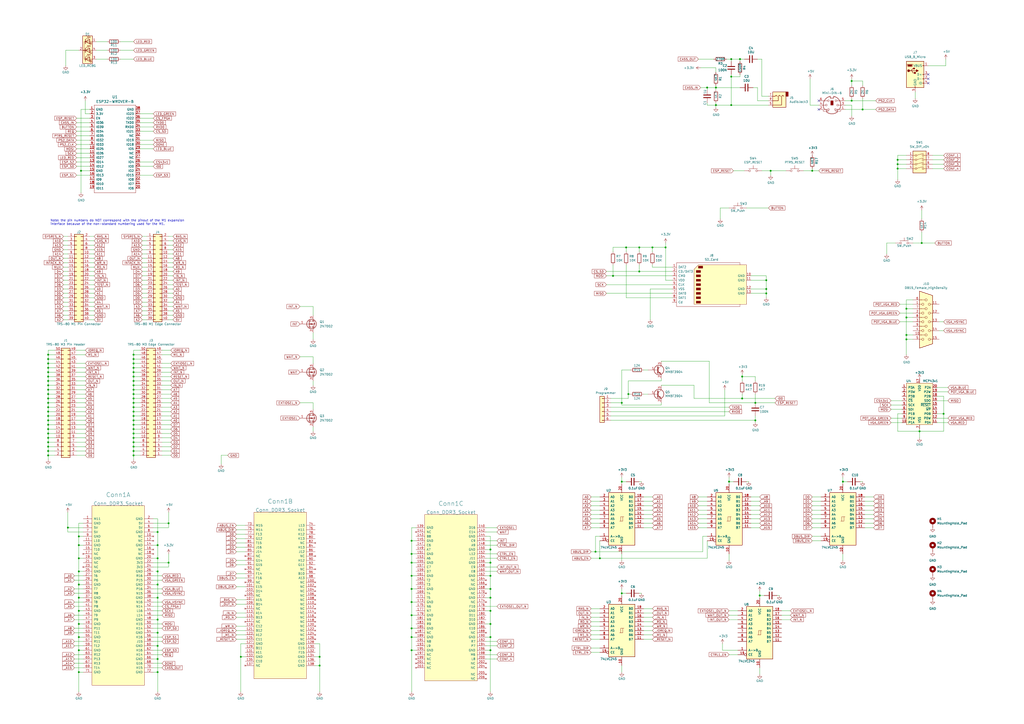
<source format=kicad_sch>
(kicad_sch (version 20211123) (generator eeschema)
  (paper "A2")
  (title_block (title "NextTRS") (date "2022-12-04") (rev "0.1") (comment 2 "NextTRS - Multi-Function Card for the TRS-80"))
  (lib_symbols
    (symbol "+3.3V_1" (power) (pin_names (offset 0))
      (property "Value" "+3.3V_1" (at 0 3.556 0))
      (symbol "+3.3V_1_1_1"
        (pin power_in line (at 0 0 90) (length 0) hide (name "+3.3V") (number "1"))
      )
    )
    (symbol "+3.3V_2" (power) (pin_names (offset 0))
      (property "Value" "+3.3V_2" (at 0 3.556 0))
      (symbol "+3.3V_2_1_1"
        (pin power_in line (at 0 0 90) (length 0) hide (name "+3.3V") (number "1"))
      )
    )
    (symbol "+3.3V_3" (power) (pin_names (offset 0))
      (property "Value" "+3.3V_3" (at 0 3.556 0))
      (symbol "+3.3V_3_1_1"
        (pin power_in line (at 0 0 90) (length 0) hide (name "+3.3V") (number "1"))
      )
    )
    (symbol "+3.3V_4" (power) (pin_names (offset 0))
      (property "Value" "+3.3V_4" (at 0 3.556 0))
      (symbol "+3.3V_4_1_1"
        (pin power_in line (at 0 0 90) (length 0) hide (name "+3.3V") (number "1"))
      )
    )
    (symbol "+3.3V_5" (power) (pin_names (offset 0))
      (property "Value" "+3.3V_5" (at 0 3.556 0))
      (symbol "+3.3V_5_1_1"
        (pin power_in line (at 0 0 90) (length 0) hide (name "+3.3V") (number "1"))
      )
    )
    (symbol "+3.3V_6" (power) (pin_names (offset 0))
      (property "Value" "+3.3V_6" (at 0 3.556 0))
      (symbol "+3.3V_6_1_1"
        (pin power_in line (at 0 0 90) (length 0) hide (name "+3.3V") (number "1"))
      )
    )
    (symbol "74xx:74HC245" (pin_names (offset 1.016))
      (property "Reference" "U" (at -7.62 16.51 0))
      (property "Value" "74HC245" (at -7.62 -16.51 0))
      (symbol "74HC245_1_0"
        (pin input line (at -12.7 -10.16 0) (length 5.08) (name "A->B") (number "1"))
        (pin power_in line (at 0 -20.32 90) (length 5.08) (name "GND") (number "10"))
        (pin tri_state line (at 12.7 -5.08 180) (length 5.08) (name "B7") (number "11"))
        (pin tri_state line (at 12.7 -2.54 180) (length 5.08) (name "B6") (number "12"))
        (pin tri_state line (at 12.7 0 180) (length 5.08) (name "B5") (number "13"))
        (pin tri_state line (at 12.7 2.54 180) (length 5.08) (name "B4") (number "14"))
        (pin tri_state line (at 12.7 5.08 180) (length 5.08) (name "B3") (number "15"))
        (pin tri_state line (at 12.7 7.62 180) (length 5.08) (name "B2") (number "16"))
        (pin tri_state line (at 12.7 10.16 180) (length 5.08) (name "B1") (number "17"))
        (pin tri_state line (at 12.7 12.7 180) (length 5.08) (name "B0") (number "18"))
        (pin input inverted (at -12.7 -12.7 0) (length 5.08) (name "CE") (number "19"))
        (pin tri_state line (at -12.7 12.7 0) (length 5.08) (name "A0") (number "2"))
        (pin power_in line (at 0 20.32 270) (length 5.08) (name "VCC") (number "20"))
        (pin tri_state line (at -12.7 10.16 0) (length 5.08) (name "A1") (number "3"))
        (pin tri_state line (at -12.7 7.62 0) (length 5.08) (name "A2") (number "4"))
        (pin tri_state line (at -12.7 5.08 0) (length 5.08) (name "A3") (number "5"))
        (pin tri_state line (at -12.7 2.54 0) (length 5.08) (name "A4") (number "6"))
        (pin tri_state line (at -12.7 0 0) (length 5.08) (name "A5") (number "7"))
        (pin tri_state line (at -12.7 -2.54 0) (length 5.08) (name "A6") (number "8"))
        (pin tri_state line (at -12.7 -5.08 0) (length 5.08) (name "A7") (number "9"))
      )
    )
    (symbol "Connector:AudioJack3"
      (property "Reference" "J" (at 0 8.89 0))
      (property "Value" "AudioJack3" (at 0 6.35 0))
      (symbol "AudioJack3_1_1"
        (pin passive line (at 5.08 0 180) (length 2.54) (name "~") (number "R"))
        (pin passive line (at 5.08 2.54 180) (length 2.54) (name "~") (number "S"))
        (pin passive line (at 5.08 -2.54 180) (length 2.54) (name "~") (number "T"))
      )
    )
    (symbol "Connector:DB15_Female_HighDensity" (pin_names (offset 1.016) hide)
      (property "Reference" "J" (at 0 21.59 0))
      (property "Value" "DB15_Female_HighDensity" (at 0 19.05 0))
      (symbol "DB15_Female_HighDensity_1_1"
        (pin passive line (at -7.62 10.16 0) (length 5.08) (name "~") (number "1"))
        (pin passive line (at -7.62 -7.62 0) (length 5.08) (name "~") (number "10"))
        (pin passive line (at 7.62 10.16 180) (length 5.08) (name "~") (number "11"))
        (pin passive line (at 7.62 5.08 180) (length 5.08) (name "~") (number "12"))
        (pin passive line (at 7.62 0 180) (length 5.08) (name "~") (number "13"))
        (pin passive line (at 7.62 -5.08 180) (length 5.08) (name "~") (number "14"))
        (pin passive line (at 7.62 -10.16 180) (length 5.08) (name "~") (number "15"))
        (pin passive line (at -7.62 5.08 0) (length 5.08) (name "~") (number "2"))
        (pin passive line (at -7.62 0 0) (length 5.08) (name "~") (number "3"))
        (pin passive line (at -7.62 -5.08 0) (length 5.08) (name "~") (number "4"))
        (pin passive line (at -7.62 -10.16 0) (length 5.08) (name "~") (number "5"))
        (pin passive line (at -7.62 12.7 0) (length 5.08) (name "~") (number "6"))
        (pin passive line (at -7.62 7.62 0) (length 5.08) (name "~") (number "7"))
        (pin passive line (at -7.62 2.54 0) (length 5.08) (name "~") (number "8"))
        (pin passive line (at -7.62 -2.54 0) (length 5.08) (name "~") (number "9"))
      )
    )
    (symbol "Connector:Mini-DIN-6" (pin_names (offset 1.016))
      (property "Reference" "J" (at 0 6.35 0))
      (property "Value" "Mini-DIN-6" (at 0 -6.35 0))
      (symbol "Mini-DIN-6_1_1"
        (pin passive line (at 7.62 -2.54 180) (length 2.54) (name "~") (number "1"))
        (pin passive line (at -7.62 -2.54 0) (length 2.54) (name "~") (number "2"))
        (pin passive line (at 7.62 0 180) (length 2.54) (name "~") (number "3"))
        (pin passive line (at -7.62 0 0) (length 2.54) (name "~") (number "4"))
        (pin passive line (at 7.62 2.54 180) (length 2.54) (name "~") (number "5"))
        (pin passive line (at -7.62 2.54 0) (length 2.54) (name "~") (number "6"))
      )
    )
    (symbol "Connector_Generic:Conn_01x06" (pin_names (offset 1.016) hide)
      (property "Reference" "J" (at 0 7.62 0))
      (property "Value" "Conn_01x06" (at 0 -10.16 0))
      (symbol "Conn_01x06_1_1"
        (pin passive line (at -5.08 5.08 0) (length 3.81) (name "Pin_1") (number "1"))
        (pin passive line (at -5.08 2.54 0) (length 3.81) (name "Pin_2") (number "2"))
        (pin passive line (at -5.08 0 0) (length 3.81) (name "Pin_3") (number "3"))
        (pin passive line (at -5.08 -2.54 0) (length 3.81) (name "Pin_4") (number "4"))
        (pin passive line (at -5.08 -5.08 0) (length 3.81) (name "Pin_5") (number "5"))
        (pin passive line (at -5.08 -7.62 0) (length 3.81) (name "Pin_6") (number "6"))
      )
    )
    (symbol "Connector_Generic:Conn_02x20_Odd_Even" (pin_names (offset 1.016) hide)
      (property "Reference" "J" (at 1.27 25.4 0))
      (property "Value" "Conn_02x20_Odd_Even" (at 1.27 -27.94 0))
      (symbol "Conn_02x20_Odd_Even_1_1"
        (pin passive line (at -5.08 22.86 0) (length 3.81) (name "Pin_1") (number "1"))
        (pin passive line (at 7.62 12.7 180) (length 3.81) (name "Pin_10") (number "10"))
        (pin passive line (at -5.08 10.16 0) (length 3.81) (name "Pin_11") (number "11"))
        (pin passive line (at 7.62 10.16 180) (length 3.81) (name "Pin_12") (number "12"))
        (pin passive line (at -5.08 7.62 0) (length 3.81) (name "Pin_13") (number "13"))
        (pin passive line (at 7.62 7.62 180) (length 3.81) (name "Pin_14") (number "14"))
        (pin passive line (at -5.08 5.08 0) (length 3.81) (name "Pin_15") (number "15"))
        (pin passive line (at 7.62 5.08 180) (length 3.81) (name "Pin_16") (number "16"))
        (pin passive line (at -5.08 2.54 0) (length 3.81) (name "Pin_17") (number "17"))
        (pin passive line (at 7.62 2.54 180) (length 3.81) (name "Pin_18") (number "18"))
        (pin passive line (at -5.08 0 0) (length 3.81) (name "Pin_19") (number "19"))
        (pin passive line (at 7.62 22.86 180) (length 3.81) (name "Pin_2") (number "2"))
        (pin passive line (at 7.62 0 180) (length 3.81) (name "Pin_20") (number "20"))
        (pin passive line (at -5.08 -2.54 0) (length 3.81) (name "Pin_21") (number "21"))
        (pin passive line (at 7.62 -2.54 180) (length 3.81) (name "Pin_22") (number "22"))
        (pin passive line (at -5.08 -5.08 0) (length 3.81) (name "Pin_23") (number "23"))
        (pin passive line (at 7.62 -5.08 180) (length 3.81) (name "Pin_24") (number "24"))
        (pin passive line (at -5.08 -7.62 0) (length 3.81) (name "Pin_25") (number "25"))
        (pin passive line (at 7.62 -7.62 180) (length 3.81) (name "Pin_26") (number "26"))
        (pin passive line (at -5.08 -10.16 0) (length 3.81) (name "Pin_27") (number "27"))
        (pin passive line (at 7.62 -10.16 180) (length 3.81) (name "Pin_28") (number "28"))
        (pin passive line (at -5.08 -12.7 0) (length 3.81) (name "Pin_29") (number "29"))
        (pin passive line (at -5.08 20.32 0) (length 3.81) (name "Pin_3") (number "3"))
        (pin passive line (at 7.62 -12.7 180) (length 3.81) (name "Pin_30") (number "30"))
        (pin passive line (at -5.08 -15.24 0) (length 3.81) (name "Pin_31") (number "31"))
        (pin passive line (at 7.62 -15.24 180) (length 3.81) (name "Pin_32") (number "32"))
        (pin passive line (at -5.08 -17.78 0) (length 3.81) (name "Pin_33") (number "33"))
        (pin passive line (at 7.62 -17.78 180) (length 3.81) (name "Pin_34") (number "34"))
        (pin passive line (at -5.08 -20.32 0) (length 3.81) (name "Pin_35") (number "35"))
        (pin passive line (at 7.62 -20.32 180) (length 3.81) (name "Pin_36") (number "36"))
        (pin passive line (at -5.08 -22.86 0) (length 3.81) (name "Pin_37") (number "37"))
        (pin passive line (at 7.62 -22.86 180) (length 3.81) (name "Pin_38") (number "38"))
        (pin passive line (at -5.08 -25.4 0) (length 3.81) (name "Pin_39") (number "39"))
        (pin passive line (at 7.62 20.32 180) (length 3.81) (name "Pin_4") (number "4"))
        (pin passive line (at 7.62 -25.4 180) (length 3.81) (name "Pin_40") (number "40"))
        (pin passive line (at -5.08 17.78 0) (length 3.81) (name "Pin_5") (number "5"))
        (pin passive line (at 7.62 17.78 180) (length 3.81) (name "Pin_6") (number "6"))
        (pin passive line (at -5.08 15.24 0) (length 3.81) (name "Pin_7") (number "7"))
        (pin passive line (at 7.62 15.24 180) (length 3.81) (name "Pin_8") (number "8"))
        (pin passive line (at -5.08 12.7 0) (length 3.81) (name "Pin_9") (number "9"))
      )
    )
    (symbol "Connector_Generic:Conn_02x25_Odd_Even" (pin_names (offset 1.016) hide)
      (property "Reference" "J" (at 1.27 33.02 0))
      (property "Value" "Conn_02x25_Odd_Even" (at 1.27 -33.02 0))
      (symbol "Conn_02x25_Odd_Even_1_1"
        (pin passive line (at -5.08 30.48 0) (length 3.81) (name "Pin_1") (number "1"))
        (pin passive line (at 7.62 20.32 180) (length 3.81) (name "Pin_10") (number "10"))
        (pin passive line (at -5.08 17.78 0) (length 3.81) (name "Pin_11") (number "11"))
        (pin passive line (at 7.62 17.78 180) (length 3.81) (name "Pin_12") (number "12"))
        (pin passive line (at -5.08 15.24 0) (length 3.81) (name "Pin_13") (number "13"))
        (pin passive line (at 7.62 15.24 180) (length 3.81) (name "Pin_14") (number "14"))
        (pin passive line (at -5.08 12.7 0) (length 3.81) (name "Pin_15") (number "15"))
        (pin passive line (at 7.62 12.7 180) (length 3.81) (name "Pin_16") (number "16"))
        (pin passive line (at -5.08 10.16 0) (length 3.81) (name "Pin_17") (number "17"))
        (pin passive line (at 7.62 10.16 180) (length 3.81) (name "Pin_18") (number "18"))
        (pin passive line (at -5.08 7.62 0) (length 3.81) (name "Pin_19") (number "19"))
        (pin passive line (at 7.62 30.48 180) (length 3.81) (name "Pin_2") (number "2"))
        (pin passive line (at 7.62 7.62 180) (length 3.81) (name "Pin_20") (number "20"))
        (pin passive line (at -5.08 5.08 0) (length 3.81) (name "Pin_21") (number "21"))
        (pin passive line (at 7.62 5.08 180) (length 3.81) (name "Pin_22") (number "22"))
        (pin passive line (at -5.08 2.54 0) (length 3.81) (name "Pin_23") (number "23"))
        (pin passive line (at 7.62 2.54 180) (length 3.81) (name "Pin_24") (number "24"))
        (pin passive line (at -5.08 0 0) (length 3.81) (name "Pin_25") (number "25"))
        (pin passive line (at 7.62 0 180) (length 3.81) (name "Pin_26") (number "26"))
        (pin passive line (at -5.08 -2.54 0) (length 3.81) (name "Pin_27") (number "27"))
        (pin passive line (at 7.62 -2.54 180) (length 3.81) (name "Pin_28") (number "28"))
        (pin passive line (at -5.08 -5.08 0) (length 3.81) (name "Pin_29") (number "29"))
        (pin passive line (at -5.08 27.94 0) (length 3.81) (name "Pin_3") (number "3"))
        (pin passive line (at 7.62 -5.08 180) (length 3.81) (name "Pin_30") (number "30"))
        (pin passive line (at -5.08 -7.62 0) (length 3.81) (name "Pin_31") (number "31"))
        (pin passive line (at 7.62 -7.62 180) (length 3.81) (name "Pin_32") (number "32"))
        (pin passive line (at -5.08 -10.16 0) (length 3.81) (name "Pin_33") (number "33"))
        (pin passive line (at 7.62 -10.16 180) (length 3.81) (name "Pin_34") (number "34"))
        (pin passive line (at -5.08 -12.7 0) (length 3.81) (name "Pin_35") (number "35"))
        (pin passive line (at 7.62 -12.7 180) (length 3.81) (name "Pin_36") (number "36"))
        (pin passive line (at -5.08 -15.24 0) (length 3.81) (name "Pin_37") (number "37"))
        (pin passive line (at 7.62 -15.24 180) (length 3.81) (name "Pin_38") (number "38"))
        (pin passive line (at -5.08 -17.78 0) (length 3.81) (name "Pin_39") (number "39"))
        (pin passive line (at 7.62 27.94 180) (length 3.81) (name "Pin_4") (number "4"))
        (pin passive line (at 7.62 -17.78 180) (length 3.81) (name "Pin_40") (number "40"))
        (pin passive line (at -5.08 -20.32 0) (length 3.81) (name "Pin_41") (number "41"))
        (pin passive line (at 7.62 -20.32 180) (length 3.81) (name "Pin_42") (number "42"))
        (pin passive line (at -5.08 -22.86 0) (length 3.81) (name "Pin_43") (number "43"))
        (pin passive line (at 7.62 -22.86 180) (length 3.81) (name "Pin_44") (number "44"))
        (pin passive line (at -5.08 -25.4 0) (length 3.81) (name "Pin_45") (number "45"))
        (pin passive line (at 7.62 -25.4 180) (length 3.81) (name "Pin_46") (number "46"))
        (pin passive line (at -5.08 -27.94 0) (length 3.81) (name "Pin_47") (number "47"))
        (pin passive line (at 7.62 -27.94 180) (length 3.81) (name "Pin_48") (number "48"))
        (pin passive line (at -5.08 -30.48 0) (length 3.81) (name "Pin_49") (number "49"))
        (pin passive line (at -5.08 25.4 0) (length 3.81) (name "Pin_5") (number "5"))
        (pin passive line (at 7.62 -30.48 180) (length 3.81) (name "Pin_50") (number "50"))
        (pin passive line (at 7.62 25.4 180) (length 3.81) (name "Pin_6") (number "6"))
        (pin passive line (at -5.08 22.86 0) (length 3.81) (name "Pin_7") (number "7"))
        (pin passive line (at 7.62 22.86 180) (length 3.81) (name "Pin_8") (number "8"))
        (pin passive line (at -5.08 20.32 0) (length 3.81) (name "Pin_9") (number "9"))
      )
    )
    (symbol "Device:C" (pin_numbers hide) (pin_names (offset 0.254))
      (property "Reference" "C" (at 0.635 2.54 0))
      (property "Value" "C" (at 0.635 -2.54 0))
      (symbol "C_1_1"
        (pin passive line (at 0 3.81 270) (length 2.794) (name "~") (number "1"))
        (pin passive line (at 0 -3.81 90) (length 2.794) (name "~") (number "2"))
      )
    )
    (symbol "Device:R" (pin_numbers hide) (pin_names (offset 0))
      (property "Reference" "R" (at 2.032 0 90))
      (property "Value" "R" (at 0 0 90))
      (symbol "R_1_1"
        (pin passive line (at 0 3.81 270) (length 1.27) (name "~") (number "1"))
        (pin passive line (at 0 -3.81 90) (length 1.27) (name "~") (number "2"))
      )
    )
    (symbol "ESP32-WROVER-B:ESP32-WROVER-B" (pin_names (offset 1.016))
      (property "Reference" "U" (at -1.27 25.4 0))
      (property "Value" "ESP32-WROVER-B" (at 0 -27.94 0))
      (symbol "ESP32-WROVER-B_1_1"
        (pin power_in line (at -15.24 21.59 0) (length 2.54) (name "GND") (number "1"))
        (pin bidirectional line (at -15.24 -1.27 0) (length 2.54) (name "IO25") (number "10"))
        (pin bidirectional line (at -15.24 -3.81 0) (length 2.54) (name "IO26") (number "11"))
        (pin bidirectional line (at -15.24 -6.35 0) (length 2.54) (name "IO27") (number "12"))
        (pin bidirectional line (at -15.24 -8.89 0) (length 2.54) (name "IO14") (number "13"))
        (pin bidirectional line (at -15.24 -11.43 0) (length 2.54) (name "IO12") (number "14"))
        (pin power_in line (at -15.24 -13.97 0) (length 2.54) (name "GND") (number "15"))
        (pin bidirectional line (at -15.24 -16.51 0) (length 2.54) (name "IO13") (number "16"))
        (pin bidirectional line (at -15.24 -19.05 0) (length 2.54) (name "IO9") (number "17"))
        (pin bidirectional line (at -15.24 -21.59 0) (length 2.54) (name "IO10") (number "18"))
        (pin bidirectional line (at -15.24 -24.13 0) (length 2.54) (name "IO11") (number "19"))
        (pin power_in line (at -15.24 19.05 0) (length 2.54) (name "3.3V") (number "2"))
        (pin bidirectional line (at 13.97 -24.13 180) (length 2.54) (name "IO6") (number "20"))
        (pin bidirectional line (at 13.97 -21.59 180) (length 2.54) (name "IO7") (number "21"))
        (pin bidirectional line (at 13.97 -19.05 180) (length 2.54) (name "IO8") (number "22"))
        (pin bidirectional line (at 13.97 -16.51 180) (length 2.54) (name "IO15") (number "23"))
        (pin bidirectional line (at 13.97 -13.97 180) (length 2.54) (name "IO2") (number "24"))
        (pin bidirectional line (at 13.97 -11.43 180) (length 2.54) (name "IO0") (number "25"))
        (pin bidirectional line (at 13.97 -8.89 180) (length 2.54) (name "IO4") (number "26"))
        (pin bidirectional line (at 13.97 -6.35 180) (length 2.54) (name "NC") (number "27"))
        (pin bidirectional line (at 13.97 -3.81 180) (length 2.54) (name "NC") (number "28"))
        (pin bidirectional line (at 13.97 -1.27 180) (length 2.54) (name "IO5") (number "29"))
        (pin input line (at -15.24 16.51 0) (length 2.54) (name "EN") (number "3"))
        (pin bidirectional line (at 13.97 1.27 180) (length 2.54) (name "IO18") (number "30"))
        (pin bidirectional line (at 13.97 3.81 180) (length 2.54) (name "IO19") (number "31"))
        (pin bidirectional line (at 13.97 6.35 180) (length 2.54) (name "NC") (number "32"))
        (pin bidirectional line (at 13.97 8.89 180) (length 2.54) (name "IO21") (number "33"))
        (pin input line (at 13.97 11.43 180) (length 2.54) (name "RXD0") (number "34"))
        (pin output line (at 13.97 13.97 180) (length 2.54) (name "TXD0") (number "35"))
        (pin bidirectional line (at 13.97 16.51 180) (length 2.54) (name "IO22") (number "36"))
        (pin bidirectional line (at 13.97 19.05 180) (length 2.54) (name "IO23") (number "37"))
        (pin power_in line (at 13.97 21.59 180) (length 2.54) (name "GND") (number "38"))
        (pin bidirectional line (at -15.24 13.97 0) (length 2.54) (name "IO36") (number "4"))
        (pin bidirectional line (at -15.24 11.43 0) (length 2.54) (name "IO39") (number "5"))
        (pin bidirectional line (at -15.24 8.89 0) (length 2.54) (name "IO34") (number "6"))
        (pin bidirectional line (at -15.24 6.35 0) (length 2.54) (name "IO35") (number "7"))
        (pin bidirectional line (at -15.24 3.81 0) (length 2.54) (name "IO32") (number "8"))
        (pin bidirectional line (at -15.24 1.27 0) (length 2.54) (name "IO33") (number "9"))
      )
    )
    (symbol "MCP43X1:MCP43x1" (pin_names (offset 1.016))
      (property "Reference" "U" (at -6.35 13.97 0))
      (property "Value" "MCP43x1" (at 6.35 13.97 0))
      (symbol "MCP43x1_1_1"
        (pin input line (at -10.16 10.16 0) (length 2.54) (name "P3A") (number "1"))
        (pin input line (at -10.16 -10.16 0) (length 2.54) (name "P1A") (number "10"))
        (pin input line (at 10.16 -10.16 180) (length 2.54) (name "P0A") (number "11"))
        (pin input line (at 10.16 -7.62 180) (length 2.54) (name "P0W") (number "12"))
        (pin input line (at 10.16 -5.08 180) (length 2.54) (name "P0B") (number "13"))
        (pin input line (at 10.16 -2.54 180) (length 2.54) (name "~{WP}") (number "14"))
        (pin input line (at 10.16 0 180) (length 2.54) (name "~{RESET}") (number "15"))
        (pin input line (at 10.16 2.54 180) (length 2.54) (name "SDO") (number "16"))
        (pin power_in line (at 0 15.24 270) (length 2.54) (name "VDD") (number "17"))
        (pin input line (at 10.16 5.08 180) (length 2.54) (name "P2B") (number "18"))
        (pin input line (at 10.16 7.62 180) (length 2.54) (name "P2W") (number "19"))
        (pin input line (at -10.16 7.62 0) (length 2.54) (name "P3W") (number "2"))
        (pin input line (at 10.16 10.16 180) (length 2.54) (name "P2A") (number "20"))
        (pin input line (at -10.16 5.08 0) (length 2.54) (name "P3B") (number "3"))
        (pin input line (at -10.16 2.54 0) (length 2.54) (name "~{CS}") (number "4"))
        (pin input line (at -10.16 0 0) (length 2.54) (name "SCK") (number "5"))
        (pin input line (at -10.16 -2.54 0) (length 2.54) (name "SDI") (number "6"))
        (pin power_in line (at 0 -13.97 90) (length 2.54) (name "VSS") (number "7"))
        (pin input line (at -10.16 -5.08 0) (length 2.54) (name "P1B") (number "8"))
        (pin input line (at -10.16 -7.62 0) (length 2.54) (name "P1W") (number "9"))
      )
    )
    (symbol "MYLIB:USB_B_Micro" (pin_names (offset 1.016))
      (property "Reference" "J" (at -5.08 11.43 0))
      (property "Value" "USB_B_Micro" (at -5.08 8.89 0))
      (symbol "USB_B_Micro_1_1"
        (pin power_out line (at 7.62 5.08 180) (length 2.54) (name "VBUS") (number "1"))
        (pin bidirectional line (at 7.62 -2.54 180) (length 2.54) (name "D-") (number "2"))
        (pin bidirectional line (at 7.62 0 180) (length 2.54) (name "D+") (number "3"))
        (pin passive line (at 7.62 -5.08 180) (length 2.54) (name "ID") (number "4"))
        (pin power_out line (at 0 -10.16 90) (length 2.54) (name "GND") (number "5"))
      )
    )
    (symbol "Mechanical:MountingHole_Pad" (pin_numbers hide) (pin_names (offset 1.016) hide)
      (property "Reference" "H" (at 0 6.35 0))
      (property "Value" "MountingHole_Pad" (at 0 4.445 0))
      (symbol "MountingHole_Pad_1_1"
        (pin input line (at 0 -2.54 90) (length 2.54) (name "1") (number "1"))
      )
    )
    (symbol "PocketTRS-rescue:+3.3V-power" (power) (pin_names (offset 0))
      (property "Value" "+3.3V-power" (at 0 3.556 0))
      (symbol "+3.3V-power_1_1"
        (pin power_in line (at 0 0 90) (length 0) hide (name "+3V3") (number "1"))
      )
    )
    (symbol "SDCard:SD_Card" (pin_names (offset 1.016))
      (property "Reference" "J" (at -16.51 13.97 0))
      (property "Value" "SD_Card" (at 15.24 -13.97 0))
      (symbol "SD_Card_1_1"
        (pin input line (at -22.86 10.16 0) (length 2.54) (name "DAT2") (number "1"))
        (pin input line (at 22.86 5.08 180) (length 2.54) (name "GND") (number "10"))
        (pin input line (at 22.86 2.54 180) (length 2.54) (name "GND") (number "11"))
        (pin input line (at 22.86 -2.54 180) (length 2.54) (name "GND") (number "12"))
        (pin input line (at 22.86 -5.08 180) (length 2.54) (name "GND") (number "13"))
        (pin input line (at -22.86 7.62 0) (length 2.54) (name "CD/DAT3") (number "2"))
        (pin input line (at -22.86 5.08 0) (length 2.54) (name "CMD") (number "3"))
        (pin power_in line (at -22.86 2.54 0) (length 2.54) (name "VDD") (number "4"))
        (pin power_in line (at -22.86 0 0) (length 2.54) (name "CLK") (number "5"))
        (pin input line (at -22.86 -2.54 0) (length 2.54) (name "VSS") (number "6"))
        (pin power_in line (at -22.86 -5.08 0) (length 2.54) (name "DAT0") (number "7"))
        (pin input line (at -22.86 -7.62 0) (length 2.54) (name "DAT1") (number "8"))
        (pin input line (at -22.86 -10.16 0) (length 2.54) (name "Cd") (number "9"))
      )
    )
    (symbol "Switch:SW_DIP_x04" (pin_names (offset 0) hide)
      (property "Reference" "SW" (at 0 8.89 0))
      (property "Value" "SW_DIP_x04" (at 0 -6.35 0))
      (symbol "SW_DIP_x04_1_1"
        (pin passive line (at -7.62 5.08 0) (length 5.08) (name "~") (number "1"))
        (pin passive line (at -7.62 2.54 0) (length 5.08) (name "~") (number "2"))
        (pin passive line (at -7.62 0 0) (length 5.08) (name "~") (number "3"))
        (pin passive line (at -7.62 -2.54 0) (length 5.08) (name "~") (number "4"))
        (pin passive line (at 7.62 -2.54 180) (length 5.08) (name "~") (number "5"))
        (pin passive line (at 7.62 0 180) (length 5.08) (name "~") (number "6"))
        (pin passive line (at 7.62 2.54 180) (length 5.08) (name "~") (number "7"))
        (pin passive line (at 7.62 5.08 180) (length 5.08) (name "~") (number "8"))
      )
    )
    (symbol "Switch:SW_Push" (pin_numbers hide) (pin_names (offset 1.016) hide)
      (property "Reference" "SW" (at 1.27 2.54 0))
      (property "Value" "SW_Push" (at 0 -1.524 0))
      (symbol "SW_Push_0_1"
        (pin passive line (at -5.08 0 0) (length 2.54) (name "1") (number "1"))
        (pin passive line (at 5.08 0 180) (length 2.54) (name "2") (number "2"))
      )
    )
    (symbol "TRS-IO-M1-rescue:LED_RCBG-Device" (pin_names (offset 0) hide)
      (property "Reference" "D" (at 0 9.398 0))
      (property "Value" "LED_RCBG-Device" (at 0 -8.89 0))
      (symbol "LED_RCBG-Device_0_0"
        (text "B" (at 1.905 -6.35 0) (effects (font (size 1.27 1.27))))
        (text "G" (at 1.905 -1.27 0) (effects (font (size 1.27 1.27))))
        (text "R" (at 1.905 3.81 0) (effects (font (size 1.27 1.27))))
      )
      (symbol "LED_RCBG-Device_1_1"
        (pin passive line (at 5.08 5.08 180) (length 2.54) (name "RA") (number "1"))
        (pin passive line (at -5.08 0 0) (length 2.54) (name "K") (number "2"))
        (pin passive line (at 5.08 -5.08 180) (length 2.54) (name "BA") (number "3"))
        (pin passive line (at 5.08 0 180) (length 2.54) (name "GA") (number "4"))
      )
    )
    (symbol "Tang20K:Conn_DDR3_Socket" (pin_names (offset 1.016))
      (property "Reference" "Conn" (at 0 0 0))
      (property "Value" "Conn_DDR3_Socket" (at 0 -3.81 0))
      (symbol "Conn_DDR3_Socket_1_1"
        (pin bidirectional line (at -20.32 -15.24 0) (length 5.08) (name "M11") (number "1"))
        (pin no_connect line (at 20.32 -25.4 180) (length 5.08) (name "NC") (number "10"))
        (pin bidirectional line (at -20.32 -27.94 0) (length 5.08) (name "L10") (number "11"))
        (pin no_connect line (at 20.32 -27.94 180) (length 5.08) (name "NC") (number "12"))
        (pin power_in line (at -20.32 -30.48 0) (length 5.08) (name "GND") (number "13"))
        (pin power_in line (at 20.32 -30.48 180) (length 5.08) (name "GND") (number "14"))
        (pin bidirectional line (at -20.32 -33.02 0) (length 5.08) (name "T10") (number "15"))
        (pin no_connect line (at 20.32 -33.02 180) (length 5.08) (name "NC") (number "16"))
        (pin no_connect line (at -20.32 -35.56 0) (length 5.08) (name "NC") (number "17"))
        (pin no_connect line (at 20.32 -35.56 180) (length 5.08) (name "NC") (number "18"))
        (pin power_in line (at -20.32 -38.1 0) (length 5.08) (name "GND") (number "19"))
        (pin power_in line (at 20.32 -15.24 180) (length 5.08) (name "GND") (number "2"))
        (pin power_in line (at 20.32 -38.1 180) (length 5.08) (name "GND") (number "20"))
        (pin input line (at -20.32 -40.64 0) (length 5.08) (name "NC") (number "21"))
        (pin power_in line (at 20.32 -40.64 180) (length 5.08) (name "3V3") (number "22"))
        (pin no_connect line (at -20.32 -43.18 0) (length 5.08) (name "NC") (number "23"))
        (pin power_in line (at 20.32 -43.18 180) (length 5.08) (name "3V3") (number "24"))
        (pin power_in line (at -20.32 -45.72 0) (length 5.08) (name "GND") (number "25"))
        (pin power_in line (at 20.32 -45.72 180) (length 5.08) (name "GND") (number "26"))
        (pin bidirectional line (at -20.32 -48.26 0) (length 5.08) (name "T6") (number "27"))
        (pin bidirectional line (at 20.32 -48.26 180) (length 5.08) (name "R16") (number "28"))
        (pin bidirectional line (at -20.32 -50.8 0) (length 5.08) (name "P6") (number "29"))
        (pin power_in line (at -20.32 -17.78 0) (length 5.08) (name "GND") (number "3"))
        (pin bidirectional line (at 20.32 -50.8 180) (length 5.08) (name "P15") (number "30"))
        (pin power_in line (at -20.32 -53.34 0) (length 5.08) (name "GND") (number "31"))
        (pin power_in line (at 20.32 -53.34 180) (length 5.08) (name "GND") (number "32"))
        (pin bidirectional line (at -20.32 -55.88 0) (length 5.08) (name "T7") (number "33"))
        (pin bidirectional line (at 20.32 -55.88 180) (length 5.08) (name "P16") (number "34"))
        (pin bidirectional line (at -20.32 -58.42 0) (length 5.08) (name "R8") (number "35"))
        (pin bidirectional line (at 20.32 -58.42 180) (length 5.08) (name "N15") (number "36"))
        (pin power_in line (at -20.32 -60.96 0) (length 5.08) (name "GND") (number "37"))
        (pin power_in line (at 20.32 -60.96 180) (length 5.08) (name "GND") (number "38"))
        (pin bidirectional line (at -20.32 -63.5 0) (length 5.08) (name "T8") (number "39"))
        (pin power_in line (at 20.32 -17.78 180) (length 5.08) (name "5V") (number "4"))
        (pin bidirectional line (at 20.32 -63.5 180) (length 5.08) (name "N16") (number "40"))
        (pin bidirectional line (at -20.32 -66.04 0) (length 5.08) (name "P8") (number "41"))
        (pin bidirectional line (at 20.32 -66.04 180) (length 5.08) (name "N14") (number "42"))
        (pin power_in line (at -20.32 -68.58 0) (length 5.08) (name "GND") (number "43"))
        (pin bidirectional line (at 20.32 -68.58 180) (length 5.08) (name "L16") (number "44"))
        (pin bidirectional line (at -20.32 -71.12 0) (length 5.08) (name "T9") (number "45"))
        (pin bidirectional line (at 20.32 -71.12 180) (length 5.08) (name "L14") (number "46"))
        (pin bidirectional line (at -20.32 -73.66 0) (length 5.08) (name "P9") (number "47"))
        (pin power_in line (at 20.32 -73.66 180) (length 5.08) (name "GND") (number "48"))
        (pin power_in line (at -20.32 -76.2 0) (length 5.08) (name "GND") (number "49"))
        (pin power_in line (at -20.32 -20.32 0) (length 5.08) (name "5V") (number "5"))
        (pin bidirectional line (at 20.32 -76.2 180) (length 5.08) (name "K15") (number "50"))
        (pin bidirectional line (at -20.32 -78.74 0) (length 5.08) (name "P11") (number "51"))
        (pin bidirectional line (at 20.32 -78.74 180) (length 5.08) (name "K14") (number "52"))
        (pin bidirectional line (at -20.32 -81.28 0) (length 5.08) (name "T11") (number "53"))
        (pin power_in line (at 20.32 -81.28 180) (length 5.08) (name "GND") (number "54"))
        (pin power_in line (at -20.32 -83.82 0) (length 5.08) (name "GND") (number "55"))
        (pin bidirectional line (at 20.32 -83.82 180) (length 5.08) (name "K16") (number "56"))
        (pin bidirectional line (at -20.32 -86.36 0) (length 5.08) (name "R11") (number "57"))
        (pin bidirectional line (at 20.32 -86.36 180) (length 5.08) (name "J15") (number "58"))
        (pin bidirectional line (at -20.32 -88.9 0) (length 5.08) (name "T12") (number "59"))
        (pin power_in line (at 20.32 -20.32 180) (length 5.08) (name "5V") (number "6"))
        (pin power_in line (at 20.32 -88.9 180) (length 5.08) (name "GND") (number "60"))
        (pin power_in line (at -20.32 -91.44 0) (length 5.08) (name "GND") (number "61"))
        (pin bidirectional line (at 20.32 -91.44 180) (length 5.08) (name "H16") (number "62"))
        (pin bidirectional line (at -20.32 -93.98 0) (length 5.08) (name "R12") (number "63"))
        (pin bidirectional line (at 20.32 -93.98 180) (length 5.08) (name "H14") (number "64"))
        (pin bidirectional line (at -20.32 -96.52 0) (length 5.08) (name "P13") (number "65"))
        (pin power_in line (at 20.32 -96.52 180) (length 5.08) (name "GND") (number "66"))
        (pin bidirectional line (at -20.32 -99.06 0) (length 5.08) (name "R13") (number "67"))
        (pin bidirectional line (at 20.32 -99.06 180) (length 5.08) (name "G16") (number "68"))
        (pin bidirectional line (at -20.32 -101.6 0) (length 5.08) (name "T14") (number "69"))
        (pin power_in line (at -20.32 -22.86 0) (length 5.08) (name "5V") (number "7"))
        (pin bidirectional line (at 20.32 -101.6 180) (length 5.08) (name "H15") (number "70"))
        (pin power_in line (at -20.32 -104.14 0) (length 5.08) (name "GND") (number "71"))
        (pin power_in line (at 20.32 -104.14 180) (length 5.08) (name "GND") (number "72"))
        (pin power_in line (at 20.32 -22.86 180) (length 5.08) (name "GND") (number "8"))
        (pin power_in line (at -20.32 -25.4 0) (length 5.08) (name "GND") (number "9"))
      )
      (symbol "Conn_DDR3_Socket_2_1"
        (pin no_connect line (at 20.32 -48.26 180) (length 5.08) (name "NC") (number "100"))
        (pin bidirectional line (at -20.32 -50.8 0) (length 5.08) (name "E15") (number "101"))
        (pin no_connect line (at 20.32 -50.8 180) (length 5.08) (name "NC") (number "102"))
        (pin bidirectional line (at -20.32 -53.34 0) (length 5.08) (name "D14") (number "103"))
        (pin no_connect line (at 20.32 -53.34 180) (length 5.08) (name "NC") (number "104"))
        (pin no_connect line (at -20.32 -55.88 0) (length 5.08) (name "NC") (number "105"))
        (pin no_connect line (at 20.32 -55.88 180) (length 5.08) (name "NC") (number "106"))
        (pin bidirectional line (at -20.32 -58.42 0) (length 5.08) (name "A15") (number "107"))
        (pin no_connect line (at 20.32 -58.42 180) (length 5.08) (name "NC") (number "108"))
        (pin bidirectional line (at -20.32 -60.96 0) (length 5.08) (name "B14") (number "109"))
        (pin no_connect line (at 20.32 -60.96 180) (length 5.08) (name "NC") (number "110"))
        (pin no_connect line (at -20.32 -63.5 0) (length 5.08) (name "NC") (number "111"))
        (pin no_connect line (at 20.32 -63.5 180) (length 5.08) (name "NC") (number "112"))
        (pin bidirectional line (at -20.32 -66.04 0) (length 5.08) (name "A14") (number "113"))
        (pin no_connect line (at 20.32 -66.04 180) (length 5.08) (name "NC") (number "114"))
        (pin bidirectional line (at -20.32 -68.58 0) (length 5.08) (name "B13") (number "115"))
        (pin no_connect line (at 20.32 -68.58 180) (length 5.08) (name "NC") (number "116"))
        (pin no_connect line (at -20.32 -71.12 0) (length 5.08) (name "NC") (number "117"))
        (pin no_connect line (at 20.32 -71.12 180) (length 5.08) (name "NC") (number "118"))
        (pin bidirectional line (at -20.32 -73.66 0) (length 5.08) (name "C12") (number "119"))
        (pin no_connect line (at 20.32 -73.66 180) (length 5.08) (name "NC") (number "120"))
        (pin bidirectional line (at -20.32 -76.2 0) (length 5.08) (name "B12") (number "121"))
        (pin no_connect line (at 20.32 -76.2 180) (length 5.08) (name "NC") (number "122"))
        (pin bidirectional line (at -20.32 -78.74 0) (length 5.08) (name "A12") (number "123"))
        (pin no_connect line (at 20.32 -78.74 180) (length 5.08) (name "NC") (number "124"))
        (pin bidirectional line (at -20.32 -81.28 0) (length 5.08) (name "C11") (number "125"))
        (pin no_connect line (at 20.32 -81.28 180) (length 5.08) (name "NC") (number "126"))
        (pin power_in line (at -20.32 -83.82 0) (length 5.08) (name "GND") (number "127"))
        (pin power_in line (at 20.32 -83.82 180) (length 5.08) (name "GND") (number "128"))
        (pin bidirectional line (at -20.32 -86.36 0) (length 5.08) (name "B11") (number "129"))
        (pin bidirectional line (at 20.32 -86.36 180) (length 5.08) (name "E15") (number "130"))
        (pin bidirectional line (at -20.32 -88.9 0) (length 5.08) (name "A11") (number "131"))
        (pin bidirectional line (at 20.32 -88.9 180) (length 5.08) (name "F15") (number "132"))
        (pin power_in line (at -20.32 -91.44 0) (length 5.08) (name "GND") (number "133"))
        (pin power_in line (at 20.32 -91.44 180) (length 5.08) (name "GND") (number "134"))
        (pin bidirectional line (at -20.32 -93.98 0) (length 5.08) (name "C10") (number "135"))
        (pin bidirectional line (at 20.32 -93.98 180) (length 5.08) (name "C13") (number "136"))
        (pin no_connect line (at -20.32 -96.52 0) (length 5.08) (name "NC") (number "137"))
        (pin power_in line (at 20.32 -96.52 180) (length 5.08) (name "GND") (number "138"))
        (pin bidirectional line (at -20.32 -15.24 0) (length 5.08) (name "M15") (number "73"))
        (pin bidirectional line (at 20.32 -15.24 180) (length 5.08) (name "L13") (number "74"))
        (pin bidirectional line (at -20.32 -17.78 0) (length 5.08) (name "M14") (number "75"))
        (pin bidirectional line (at 20.32 -17.78 180) (length 5.08) (name "K11") (number "76"))
        (pin bidirectional line (at -20.32 -20.32 0) (length 5.08) (name "F13") (number "77"))
        (pin bidirectional line (at 20.32 -20.32 180) (length 5.08) (name "K12") (number "78"))
        (pin bidirectional line (at -20.32 -22.86 0) (length 5.08) (name "G12") (number "79"))
        (pin bidirectional line (at 20.32 -22.86 180) (length 5.08) (name "K13") (number "80"))
        (pin bidirectional line (at -20.32 -25.4 0) (length 5.08) (name "T15") (number "81"))
        (pin no_connect line (at 20.32 -25.4 180) (length 5.08) (name "NC") (number "82"))
        (pin bidirectional line (at -20.32 -27.94 0) (length 5.08) (name "J16") (number "83"))
        (pin bidirectional line (at 20.32 -27.94 180) (length 5.08) (name "H13") (number "84"))
        (pin bidirectional line (at -20.32 -30.48 0) (length 5.08) (name "J14") (number "85"))
        (pin bidirectional line (at 20.32 -30.48 180) (length 5.08) (name "J12") (number "86"))
        (pin no_connect line (at -20.32 -33.02 0) (length 5.08) (name "NC") (number "87"))
        (pin no_connect line (at 20.32 -33.02 180) (length 5.08) (name "NC") (number "88"))
        (pin bidirectional line (at -20.32 -35.56 0) (length 5.08) (name "G14") (number "89"))
        (pin bidirectional line (at 20.32 -35.56 180) (length 5.08) (name "H12") (number "90"))
        (pin bidirectional line (at -20.32 -38.1 0) (length 5.08) (name "G15") (number "91"))
        (pin bidirectional line (at 20.32 -38.1 180) (length 5.08) (name "G11") (number "92"))
        (pin no_connect line (at -20.32 -40.64 0) (length 5.08) (name "NC") (number "93"))
        (pin no_connect line (at 20.32 -40.64 180) (length 5.08) (name "NC") (number "94"))
        (pin bidirectional line (at -20.32 -43.18 0) (length 5.08) (name "F14") (number "95"))
        (pin bidirectional line (at 20.32 -43.18 180) (length 5.08) (name "B10") (number "96"))
        (pin bidirectional line (at -20.32 -45.72 0) (length 5.08) (name "F16") (number "97"))
        (pin bidirectional line (at 20.32 -45.72 180) (length 5.08) (name "A13") (number "98"))
        (pin no_connect line (at -20.32 -48.26 0) (length 5.08) (name "NC") (number "99"))
      )
      (symbol "Conn_DDR3_Socket_3_1"
        (pin power_in line (at -20.32 -15.24 0) (length 5.08) (name "GND") (number "139"))
        (pin bidirectional line (at 20.32 -15.24 180) (length 5.08) (name "D16") (number "140"))
        (pin no_connect line (at -20.32 -17.78 0) (length 5.08) (name "NC") (number "141"))
        (pin bidirectional line (at 20.32 -17.78 180) (length 5.08) (name "E14") (number "142"))
        (pin bidirectional line (at -20.32 -20.32 0) (length 5.08) (name "B8") (number "143"))
        (pin power_in line (at 20.32 -20.32 180) (length 5.08) (name "GND") (number "144"))
        (pin power_in line (at -20.32 -22.86 0) (length 5.08) (name "GND") (number "145"))
        (pin bidirectional line (at 20.32 -22.86 180) (length 5.08) (name "C9") (number "146"))
        (pin bidirectional line (at -20.32 -25.4 0) (length 5.08) (name "C6") (number "147"))
        (pin bidirectional line (at 20.32 -25.4 180) (length 5.08) (name "A9") (number "148"))
        (pin bidirectional line (at -20.32 -27.94 0) (length 5.08) (name "A7") (number "149"))
        (pin power_in line (at 20.32 -27.94 180) (length 5.08) (name "GND") (number "150"))
        (pin power_in line (at -20.32 -30.48 0) (length 5.08) (name "GND") (number "151"))
        (pin bidirectional line (at 20.32 -30.48 180) (length 5.08) (name "L12") (number "152"))
        (pin bidirectional line (at -20.32 -33.02 0) (length 5.08) (name "A6") (number "153"))
        (pin bidirectional line (at 20.32 -33.02 180) (length 5.08) (name "J11") (number "154"))
        (pin power_in line (at -20.32 -35.56 0) (length 5.08) (name "GND") (number "155"))
        (pin power_in line (at 20.32 -35.56 180) (length 5.08) (name "GND") (number "156"))
        (pin bidirectional line (at -20.32 -38.1 0) (length 5.08) (name "C7") (number "157"))
        (pin bidirectional line (at 20.32 -38.1 180) (length 5.08) (name "E9") (number "158"))
        (pin bidirectional line (at -20.32 -40.64 0) (length 5.08) (name "D7") (number "159"))
        (pin bidirectional line (at 20.32 -40.64 180) (length 5.08) (name "E8") (number "160"))
        (pin power_in line (at -20.32 -43.18 0) (length 5.08) (name "GND") (number "161"))
        (pin power_in line (at 20.32 -43.18 180) (length 5.08) (name "GND") (number "162"))
        (pin bidirectional line (at -20.32 -45.72 0) (length 5.08) (name "T2") (number "163"))
        (pin no_connect line (at 20.32 -45.72 180) (length 5.08) (name "NC") (number "164"))
        (pin bidirectional line (at -20.32 -48.26 0) (length 5.08) (name "T3") (number "165"))
        (pin no_connect line (at 20.32 -48.26 180) (length 5.08) (name "NC") (number "166"))
        (pin power_in line (at -20.32 -50.8 0) (length 5.08) (name "GND") (number "167"))
        (pin power_in line (at 20.32 -50.8 180) (length 5.08) (name "GND") (number "168"))
        (pin bidirectional line (at -20.32 -53.34 0) (length 5.08) (name "T4") (number "169"))
        (pin no_connect line (at 20.32 -53.34 180) (length 5.08) (name "NC") (number "170"))
        (pin bidirectional line (at -20.32 -55.88 0) (length 5.08) (name "T5") (number "171"))
        (pin power_in line (at 20.32 -55.88 180) (length 5.08) (name "GND") (number "172"))
        (pin power_in line (at -20.32 -58.42 0) (length 5.08) (name "GND") (number "173"))
        (pin no_connect line (at 20.32 -58.42 180) (length 5.08) (name "NC") (number "174"))
        (pin bidirectional line (at -20.32 -60.96 0) (length 5.08) (name "N6") (number "175"))
        (pin bidirectional line (at 20.32 -60.96 180) (length 5.08) (name "F10") (number "176"))
        (pin bidirectional line (at -20.32 -63.5 0) (length 5.08) (name "N7") (number "177"))
        (pin power_in line (at 20.32 -63.5 180) (length 5.08) (name "GND") (number "178"))
        (pin power_in line (at -20.32 -66.04 0) (length 5.08) (name "GND") (number "179"))
        (pin bidirectional line (at 20.32 -66.04 180) (length 5.08) (name "D11") (number "180"))
        (pin bidirectional line (at -20.32 -68.58 0) (length 5.08) (name "N9") (number "181"))
        (pin bidirectional line (at 20.32 -68.58 180) (length 5.08) (name "D10") (number "182"))
        (pin bidirectional line (at -20.32 -71.12 0) (length 5.08) (name "R9") (number "183"))
        (pin power_in line (at 20.32 -71.12 180) (length 5.08) (name "GND") (number "184"))
        (pin power_in line (at -20.32 -73.66 0) (length 5.08) (name "GND") (number "185"))
        (pin bidirectional line (at 20.32 -73.66 180) (length 5.08) (name "E10") (number "186"))
        (pin no_connect line (at -20.32 -76.2 0) (length 5.08) (name "NC") (number "187"))
        (pin no_connect line (at 20.32 -76.2 180) (length 5.08) (name "NC") (number "188"))
        (pin power_in line (at -20.32 -78.74 0) (length 5.08) (name "GND") (number "189"))
        (pin power_in line (at 20.32 -78.74 180) (length 5.08) (name "GND") (number "190"))
        (pin bidirectional line (at -20.32 -81.28 0) (length 5.08) (name "N8") (number "191"))
        (pin bidirectional line (at 20.32 -81.28 180) (length 5.08) (name "R7") (number "192"))
        (pin bidirectional line (at -20.32 -83.82 0) (length 5.08) (name "L9") (number "193"))
        (pin bidirectional line (at 20.32 -83.82 180) (length 5.08) (name "P7") (number "194"))
        (pin power_in line (at -20.32 -86.36 0) (length 5.08) (name "GND") (number "195"))
        (pin power_in line (at 20.32 -86.36 180) (length 5.08) (name "GND") (number "196"))
        (pin no_connect line (at -20.32 -88.9 0) (length 5.08) (name "NC") (number "197"))
        (pin bidirectional line (at 20.32 -88.9 180) (length 5.08) (name "M6") (number "198"))
        (pin no_connect line (at -20.32 -91.44 0) (length 5.08) (name "NC") (number "199"))
        (pin bidirectional line (at 20.32 -91.44 180) (length 5.08) (name "L8") (number "200"))
        (pin no_connect line (at -20.32 -93.98 0) (length 5.08) (name "NC") (number "201"))
        (pin no_connect line (at 20.32 -93.98 180) (length 5.08) (name "NC") (number "202"))
        (pin no_connect line (at -20.32 -96.52 0) (length 5.08) (name "NC") (number "203"))
        (pin no_connect line (at 20.32 -96.52 180) (length 5.08) (name "NC") (number "204"))
        (pin no_connect line (at 20.32 -100.33 180) (length 5.08) (name "NC") (number "205"))
        (pin no_connect line (at 20.32 -102.87 180) (length 5.08) (name "NC") (number "206"))
      )
    )
    (symbol "Transistor_BJT:MMBT3904" (pin_names (offset 0) hide)
      (property "Reference" "Q" (at 5.08 1.905 0))
      (property "Value" "MMBT3904" (at 5.08 0 0))
      (symbol "MMBT3904_1_1"
        (pin input line (at -5.08 0 0) (length 5.715) (name "B") (number "1"))
        (pin passive line (at 2.54 -5.08 90) (length 2.54) (name "E") (number "2"))
        (pin passive line (at 2.54 5.08 270) (length 2.54) (name "C") (number "3"))
      )
    )
    (symbol "Transistor_FET:2N7002" (pin_names hide)
      (property "Reference" "Q" (at 5.08 1.905 0))
      (property "Value" "2N7002" (at 5.08 0 0))
      (symbol "2N7002_1_1"
        (pin input line (at -5.08 0 0) (length 2.54) (name "G") (number "1"))
        (pin passive line (at 2.54 -5.08 90) (length 2.54) (name "S") (number "2"))
        (pin passive line (at 2.54 5.08 270) (length 2.54) (name "D") (number "3"))
      )
    )
    (symbol "power:+3.3V" (power) (pin_names (offset 0))
      (property "Value" "+3.3V" (at 0 3.556 0))
      (symbol "+3.3V_1_1"
        (pin power_in line (at 0 0 90) (length 0) hide (name "+3V3") (number "1"))
      )
    )
    (symbol "power:+5V" (power) (pin_names (offset 0))
      (property "Value" "+5V" (at 0 3.556 0))
      (symbol "+5V_1_1"
        (pin power_in line (at 0 0 90) (length 0) hide (name "+5V") (number "1"))
      )
    )
    (symbol "power:GND" (power) (pin_names (offset 0))
      (property "Value" "GND" (at 0 -3.81 0))
      (symbol "GND_1_1"
        (pin power_in line (at 0 0 270) (length 0) hide (name "GND") (number "1"))
      )
    )
  )
  (junction (at 533.4 250.19))
  (junction (at 45.72 377.19))
  (junction (at 77.47 228.6))
  (junction (at 27.94 256.54))
  (junction (at 525.78 179.07))
  (junction (at 447.04 99.06))
  (junction (at 45.72 331.47))
  (junction (at 238.76 321.31))
  (junction (at 284.48 361.95))
  (junction (at 27.94 210.82))
  (junction (at 91.44 389.89))
  (junction (at 77.47 205.74))
  (junction (at 77.47 215.9))
  (junction (at 91.44 367.03))
  (junction (at 77.47 233.68))
  (junction (at 386.08 143.51))
  (junction (at 77.47 243.84))
  (junction (at 27.94 226.06))
  (junction (at 27.94 233.68))
  (junction (at 520.7 97.79))
  (junction (at 27.94 228.6))
  (junction (at 77.47 208.28))
  (junction (at 77.47 256.54))
  (junction (at 500.38 63.5))
  (junction (at 444.5 170.18))
  (junction (at 284.48 369.57))
  (junction (at 238.76 341.63))
  (junction (at 355.6 160.02))
  (junction (at 46.99 99.06))
  (junction (at 27.94 208.28))
  (junction (at 27.94 220.98))
  (junction (at 77.47 238.76))
  (junction (at 45.72 354.33))
  (junction (at 77.47 231.14))
  (junction (at 77.47 246.38))
  (junction (at 27.94 264.16))
  (junction (at 77.47 226.06))
  (junction (at 77.47 264.16))
  (junction (at 494.03 46.99))
  (junction (at 139.7 381))
  (junction (at 91.44 374.65))
  (junction (at 494.03 58.42))
  (junction (at 430.53 218.44))
  (junction (at 91.44 339.09))
  (junction (at 284.48 326.39))
  (junction (at 444.5 167.64))
  (junction (at 45.72 323.85))
  (junction (at 370.84 157.48))
  (junction (at 444.5 162.56))
  (junction (at 97.79 303.53))
  (junction (at 27.94 218.44))
  (junction (at 430.53 231.14))
  (junction (at 363.22 143.51))
  (junction (at 370.84 143.51))
  (junction (at 238.76 369.57))
  (junction (at 525.78 184.15))
  (junction (at 45.72 311.15))
  (junction (at 422.91 279.4))
  (junction (at 77.47 236.22))
  (junction (at 27.94 243.84))
  (junction (at 27.94 213.36))
  (junction (at 77.47 248.92))
  (junction (at 45.72 369.57))
  (junction (at 238.76 313.69))
  (junction (at 410.21 50.8))
  (junction (at 77.47 213.36))
  (junction (at 27.94 254))
  (junction (at 185.42 381))
  (junction (at 91.44 382.27))
  (junction (at 27.94 246.38))
  (junction (at 238.76 349.25))
  (junction (at 27.94 215.9))
  (junction (at 97.79 326.39))
  (junction (at 77.47 210.82))
  (junction (at 525.78 194.31))
  (junction (at 424.18 44.45))
  (junction (at 284.48 346.71))
  (junction (at 534.67 140.97))
  (junction (at 91.44 346.71))
  (junction (at 27.94 261.62))
  (junction (at 238.76 334.01))
  (junction (at 77.47 223.52))
  (junction (at 520.7 92.71))
  (junction (at 424.18 34.29))
  (junction (at 91.44 323.85))
  (junction (at 45.72 316.23))
  (junction (at 77.47 218.44))
  (junction (at 27.94 251.46))
  (junction (at 27.94 248.92))
  (junction (at 45.72 389.89))
  (junction (at 360.68 233.68))
  (junction (at 27.94 231.14))
  (junction (at 284.48 377.19))
  (junction (at 284.48 318.77))
  (junction (at 429.26 34.29))
  (junction (at 360.68 279.4))
  (junction (at 27.94 238.76))
  (junction (at 238.76 326.39))
  (junction (at 284.48 341.63))
  (junction (at 238.76 356.87))
  (junction (at 378.46 143.51))
  (junction (at 45.72 339.09))
  (junction (at 185.42 386.08))
  (junction (at 284.48 354.33))
  (junction (at 77.47 261.62))
  (junction (at 345.44 320.04))
  (junction (at 91.44 316.23))
  (junction (at 347.98 323.85))
  (junction (at 364.49 228.6))
  (junction (at 238.76 377.19))
  (junction (at 415.29 50.8))
  (junction (at 360.68 344.17))
  (junction (at 77.47 254))
  (junction (at 424.18 60.96))
  (junction (at 77.47 241.3))
  (junction (at 415.29 60.96))
  (junction (at 27.94 259.08))
  (junction (at 440.69 345.44))
  (junction (at 27.94 241.3))
  (junction (at 27.94 205.74))
  (junction (at 77.47 251.46))
  (junction (at 488.95 279.4))
  (junction (at 547.37 240.03))
  (junction (at 27.94 236.22))
  (junction (at 91.44 359.41))
  (junction (at 525.78 196.85))
  (junction (at 238.76 364.49))
  (junction (at 438.15 243.84))
  (junction (at 45.72 346.71))
  (junction (at 520.7 95.25))
  (junction (at 45.72 361.95))
  (junction (at 27.94 223.52))
  (junction (at 471.17 99.06))
  (junction (at 438.15 233.68))
  (junction (at 284.48 334.01))
  (junction (at 91.44 308.61))
  (junction (at 91.44 331.47))
  (junction (at 77.47 220.98))
  (junction (at 77.47 259.08))
  (junction (at 39.37 306.07))
  (no_connect (at 538.48 43.18))
  (no_connect (at 538.48 45.72))
  (no_connect (at 474.98 58.42))
  (no_connect (at 538.48 48.26))
  (no_connect (at 474.98 63.5))
  (wire (pts (xy 97.79 303.53) (xy 97.79 297.18)))
  (wire (pts (xy 45.72 346.71) (xy 48.26 346.71)))
  (wire (pts (xy 44.45 78.74) (xy 52.07 78.74)))
  (wire (pts (xy 364.49 228.6) (xy 365.76 228.6)))
  (wire (pts (xy 500.38 63.5) (xy 508 63.5)))
  (wire (pts (xy 453.39 356.87) (xy 458.47 356.87)))
  (wire (pts (xy 444.5 167.64) (xy 444.5 170.18)))
  (wire (pts (xy 238.76 341.63) (xy 241.3 341.63)))
  (wire (pts (xy 488.95 279.4) (xy 491.49 279.4)))
  (wire (pts (xy 471.17 303.53) (xy 476.25 303.53)))
  (wire (pts (xy 137.16 350.52) (xy 142.24 350.52)))
  (wire (pts (xy 386.08 143.51) (xy 378.46 143.51)))
  (wire (pts (xy 43.18 336.55) (xy 48.26 336.55)))
  (wire (pts (xy 471.17 298.45) (xy 476.25 298.45)))
  (wire (pts (xy 45.72 377.19) (xy 48.26 377.19)))
  (wire (pts (xy 91.44 316.23) (xy 91.44 323.85)))
  (wire (pts (xy 44.45 254) (xy 49.53 254)))
  (wire (pts (xy 410.21 293.37) (xy 405.13 293.37)))
  (wire (pts (xy 284.48 354.33) (xy 284.48 361.95)))
  (wire (pts (xy 373.38 298.45) (xy 378.46 298.45)))
  (wire (pts (xy 424.18 60.96) (xy 445.77 60.96)))
  (wire (pts (xy 514.35 140.97) (xy 514.35 147.32)))
  (wire (pts (xy 81.28 210.82) (xy 77.47 210.82)))
  (wire (pts (xy 91.44 359.41) (xy 91.44 367.03)))
  (wire (pts (xy 77.47 248.92) (xy 77.47 251.46)))
  (wire (pts (xy 453.39 359.41) (xy 458.47 359.41)))
  (wire (pts (xy 49.53 256.54) (xy 44.45 256.54)))
  (wire (pts (xy 427.99 379.73) (xy 422.91 379.73)))
  (wire (pts (xy 142.24 373.38) (xy 139.7 373.38)))
  (wire (pts (xy 93.98 223.52) (xy 99.06 223.52)))
  (wire (pts (xy 81.28 86.36) (xy 88.9 86.36)))
  (wire (pts (xy 541.02 90.17) (xy 547.37 90.17)))
  (wire (pts (xy 44.45 68.58) (xy 52.07 68.58)))
  (wire (pts (xy 88.9 384.81) (xy 93.98 384.81)))
  (wire (pts (xy 342.9 370.84) (xy 347.98 370.84)))
  (wire (pts (xy 405.13 300.99) (xy 410.21 300.99)))
  (wire (pts (xy 173.99 207.01) (xy 181.61 207.01)))
  (wire (pts (xy 284.48 369.57) (xy 284.48 377.19)))
  (wire (pts (xy 44.45 76.2) (xy 52.07 76.2)))
  (wire (pts (xy 342.9 300.99) (xy 347.98 300.99)))
  (wire (pts (xy 45.72 323.85) (xy 45.72 331.47)))
  (wire (pts (xy 500.38 49.53) (xy 500.38 46.99)))
  (wire (pts (xy 44.45 215.9) (xy 49.53 215.9)))
  (wire (pts (xy 52.07 71.12) (xy 44.45 71.12)))
  (wire (pts (xy 435.61 298.45) (xy 440.69 298.45)))
  (wire (pts (xy 543.56 229.87) (xy 547.37 229.87)))
  (wire (pts (xy 471.17 288.29) (xy 476.25 288.29)))
  (wire (pts (xy 43.18 341.63) (xy 48.26 341.63)))
  (wire (pts (xy 360.68 321.31) (xy 360.68 325.12)))
  (wire (pts (xy 389.89 167.64) (xy 377.19 167.64)))
  (wire (pts (xy 54.61 170.18) (xy 52.07 170.18)))
  (wire (pts (xy 88.9 344.17) (xy 93.98 344.17)))
  (wire (pts (xy 85.09 162.56) (xy 82.55 162.56)))
  (wire (pts (xy 405.13 290.83) (xy 410.21 290.83)))
  (wire (pts (xy 54.61 139.7) (xy 52.07 139.7)))
  (wire (pts (xy 81.28 215.9) (xy 77.47 215.9)))
  (wire (pts (xy 137.16 358.14) (xy 142.24 358.14)))
  (wire (pts (xy 45.72 316.23) (xy 45.72 323.85)))
  (wire (pts (xy 81.28 264.16) (xy 77.47 264.16)))
  (wire (pts (xy 137.16 307.34) (xy 142.24 307.34)))
  (wire (pts (xy 93.98 215.9) (xy 99.06 215.9)))
  (wire (pts (xy 406.4 50.8) (xy 410.21 50.8)))
  (wire (pts (xy 181.61 233.68) (xy 181.61 237.49)))
  (wire (pts (xy 85.09 167.64) (xy 82.55 167.64)))
  (wire (pts (xy 490.22 58.42) (xy 494.03 58.42)))
  (wire (pts (xy 44.45 259.08) (xy 49.53 259.08)))
  (wire (pts (xy 360.68 344.17) (xy 363.22 344.17)))
  (wire (pts (xy 81.28 71.12) (xy 88.9 71.12)))
  (wire (pts (xy 521.97 176.53) (xy 529.59 176.53)))
  (wire (pts (xy 541.02 95.25) (xy 547.37 95.25)))
  (wire (pts (xy 181.61 220.98) (xy 181.61 223.52)))
  (wire (pts (xy 182.88 386.08) (xy 185.42 386.08)))
  (wire (pts (xy 405.13 306.07) (xy 410.21 306.07)))
  (wire (pts (xy 342.9 363.22) (xy 347.98 363.22)))
  (wire (pts (xy 534.67 134.62) (xy 534.67 140.97)))
  (wire (pts (xy 77.47 233.68) (xy 77.47 236.22)))
  (wire (pts (xy 424.18 43.18) (xy 424.18 44.45)))
  (wire (pts (xy 435.61 306.07) (xy 440.69 306.07)))
  (wire (pts (xy 494.03 46.99) (xy 494.03 49.53)))
  (wire (pts (xy 49.53 228.6) (xy 44.45 228.6)))
  (wire (pts (xy 516.89 245.11) (xy 523.24 245.11)))
  (wire (pts (xy 405.13 295.91) (xy 410.21 295.91)))
  (wire (pts (xy 55.88 34.29) (xy 62.23 34.29)))
  (wire (pts (xy 516.89 242.57) (xy 523.24 242.57)))
  (wire (pts (xy 88.9 303.53) (xy 97.79 303.53)))
  (wire (pts (xy 27.94 248.92) (xy 27.94 251.46)))
  (wire (pts (xy 44.45 226.06) (xy 49.53 226.06)))
  (wire (pts (xy 238.76 326.39) (xy 241.3 326.39)))
  (wire (pts (xy 466.09 99.06) (xy 471.17 99.06)))
  (wire (pts (xy 44.45 213.36) (xy 49.53 213.36)))
  (wire (pts (xy 529.59 196.85) (xy 525.78 196.85)))
  (wire (pts (xy 43.18 359.41) (xy 48.26 359.41)))
  (wire (pts (xy 137.16 365.76) (xy 142.24 365.76)))
  (wire (pts (xy 81.28 83.82) (xy 88.9 83.82)))
  (wire (pts (xy 529.59 194.31) (xy 525.78 194.31)))
  (wire (pts (xy 31.75 259.08) (xy 27.94 259.08)))
  (wire (pts (xy 44.45 88.9) (xy 52.07 88.9)))
  (wire (pts (xy 43.18 364.49) (xy 48.26 364.49)))
  (wire (pts (xy 238.76 326.39) (xy 238.76 334.01)))
  (wire (pts (xy 342.9 306.07) (xy 347.98 306.07)))
  (wire (pts (xy 39.37 180.34) (xy 36.83 180.34)))
  (wire (pts (xy 501.65 298.45) (xy 506.73 298.45)))
  (wire (pts (xy 54.61 142.24) (xy 52.07 142.24)))
  (wire (pts (xy 373.38 360.68) (xy 378.46 360.68)))
  (wire (pts (xy 97.79 328.93) (xy 88.9 328.93)))
  (wire (pts (xy 77.47 254) (xy 77.47 256.54)))
  (wire (pts (xy 182.88 373.38) (xy 185.42 373.38)))
  (wire (pts (xy 238.76 356.87) (xy 241.3 356.87)))
  (wire (pts (xy 44.45 101.6) (xy 52.07 101.6)))
  (wire (pts (xy 363.22 143.51) (xy 355.6 143.51)))
  (wire (pts (xy 435.61 290.83) (xy 440.69 290.83)))
  (wire (pts (xy 44.45 91.44) (xy 52.07 91.44)))
  (wire (pts (xy 77.47 213.36) (xy 77.47 215.9)))
  (wire (pts (xy 238.76 334.01) (xy 241.3 334.01)))
  (wire (pts (xy 31.75 256.54) (xy 27.94 256.54)))
  (wire (pts (xy 88.9 369.57) (xy 93.98 369.57)))
  (wire (pts (xy 27.94 261.62) (xy 27.94 264.16)))
  (wire (pts (xy 238.76 364.49) (xy 238.76 369.57)))
  (wire (pts (xy 85.09 147.32) (xy 82.55 147.32)))
  (wire (pts (xy 48.26 308.61) (xy 39.37 308.61)))
  (wire (pts (xy 422.91 279.4) (xy 422.91 280.67)))
  (wire (pts (xy 520.7 92.71) (xy 520.7 95.25)))
  (wire (pts (xy 54.61 149.86) (xy 52.07 149.86)))
  (wire (pts (xy 85.09 160.02) (xy 82.55 160.02)))
  (wire (pts (xy 88.9 387.35) (xy 93.98 387.35)))
  (wire (pts (xy 501.65 290.83) (xy 506.73 290.83)))
  (wire (pts (xy 31.75 264.16) (xy 27.94 264.16)))
  (wire (pts (xy 549.91 224.79) (xy 543.56 224.79)))
  (wire (pts (xy 281.94 354.33) (xy 284.48 354.33)))
  (wire (pts (xy 543.56 240.03) (xy 547.37 240.03)))
  (wire (pts (xy 85.09 175.26) (xy 82.55 175.26)))
  (wire (pts (xy 88.9 308.61) (xy 91.44 308.61)))
  (wire (pts (xy 91.44 339.09) (xy 91.44 346.71)))
  (wire (pts (xy 54.61 167.64) (xy 52.07 167.64)))
  (wire (pts (xy 81.28 208.28) (xy 77.47 208.28)))
  (wire (pts (xy 284.48 311.15) (xy 284.48 318.77)))
  (wire (pts (xy 43.18 372.11) (xy 48.26 372.11)))
  (wire (pts (xy 494.03 58.42) (xy 494.03 57.15)))
  (wire (pts (xy 44.45 264.16) (xy 49.53 264.16)))
  (wire (pts (xy 137.16 327.66) (xy 142.24 327.66)))
  (wire (pts (xy 69.85 34.29) (xy 77.47 34.29)))
  (wire (pts (xy 415.29 50.8) (xy 415.29 52.07)))
  (wire (pts (xy 402.59 223.52) (xy 402.59 231.14)))
  (wire (pts (xy 425.45 99.06) (xy 431.8 99.06)))
  (wire (pts (xy 128.27 269.24) (xy 128.27 264.16)))
  (wire (pts (xy 363.22 143.51) (xy 370.84 143.51)))
  (wire (pts (xy 93.98 264.16) (xy 99.06 264.16)))
  (wire (pts (xy 77.47 226.06) (xy 77.47 228.6)))
  (wire (pts (xy 347.98 311.15) (xy 345.44 311.15)))
  (wire (pts (xy 48.26 303.53) (xy 45.72 303.53)))
  (wire (pts (xy 342.9 360.68) (xy 347.98 360.68)))
  (wire (pts (xy 93.98 205.74) (xy 99.06 205.74)))
  (wire (pts (xy 438.15 241.3) (xy 438.15 243.84)))
  (wire (pts (xy 81.28 236.22) (xy 77.47 236.22)))
  (wire (pts (xy 69.85 29.21) (xy 77.47 29.21)))
  (wire (pts (xy 54.61 165.1) (xy 52.07 165.1)))
  (wire (pts (xy 81.28 205.74) (xy 77.47 205.74)))
  (wire (pts (xy 441.96 55.88) (xy 441.96 34.29)))
  (wire (pts (xy 238.76 349.25) (xy 238.76 356.87)))
  (wire (pts (xy 238.76 369.57) (xy 238.76 377.19)))
  (wire (pts (xy 494.03 45.72) (xy 494.03 46.99)))
  (wire (pts (xy 284.48 326.39) (xy 284.48 334.01)))
  (wire (pts (xy 31.75 246.38) (xy 27.94 246.38)))
  (wire (pts (xy 471.17 290.83) (xy 476.25 290.83)))
  (wire (pts (xy 354.33 243.84) (xy 438.15 243.84)))
  (wire (pts (xy 185.42 381) (xy 185.42 386.08)))
  (wire (pts (xy 54.61 175.26) (xy 52.07 175.26)))
  (wire (pts (xy 427.99 377.19) (xy 419.1 377.19)))
  (wire (pts (xy 27.94 254) (xy 27.94 256.54)))
  (wire (pts (xy 100.33 147.32) (xy 97.79 147.32)))
  (wire (pts (xy 81.28 226.06) (xy 77.47 226.06)))
  (wire (pts (xy 44.45 203.2) (xy 49.53 203.2)))
  (wire (pts (xy 137.16 363.22) (xy 142.24 363.22)))
  (wire (pts (xy 284.48 361.95) (xy 284.48 369.57)))
  (wire (pts (xy 137.16 317.5) (xy 142.24 317.5)))
  (wire (pts (xy 88.9 346.71) (xy 91.44 346.71)))
  (wire (pts (xy 45.72 354.33) (xy 45.72 361.95)))
  (wire (pts (xy 44.45 83.82) (xy 52.07 83.82)))
  (wire (pts (xy 45.72 311.15) (xy 45.72 316.23)))
  (wire (pts (xy 373.38 228.6) (xy 375.92 228.6)))
  (wire (pts (xy 77.47 205.74) (xy 77.47 208.28)))
  (wire (pts (xy 77.47 238.76) (xy 77.47 241.3)))
  (wire (pts (xy 525.78 184.15) (xy 525.78 194.31)))
  (wire (pts (xy 49.53 246.38) (xy 44.45 246.38)))
  (wire (pts (xy 39.37 157.48) (xy 36.83 157.48)))
  (wire (pts (xy 93.98 236.22) (xy 99.06 236.22)))
  (wire (pts (xy 351.79 160.02) (xy 355.6 160.02)))
  (wire (pts (xy 39.37 182.88) (xy 36.83 182.88)))
  (wire (pts (xy 383.54 233.68) (xy 383.54 234.95)))
  (wire (pts (xy 52.07 63.5) (xy 46.99 63.5)))
  (wire (pts (xy 49.53 233.68) (xy 44.45 233.68)))
  (wire (pts (xy 430.53 228.6) (xy 430.53 231.14)))
  (wire (pts (xy 44.45 73.66) (xy 52.07 73.66)))
  (wire (pts (xy 91.44 389.89) (xy 91.44 401.32)))
  (wire (pts (xy 354.33 241.3) (xy 420.37 241.3)))
  (wire (pts (xy 501.65 295.91) (xy 506.73 295.91)))
  (wire (pts (xy 77.47 218.44) (xy 77.47 220.98)))
  (wire (pts (xy 139.7 373.38) (xy 139.7 381)))
  (wire (pts (xy 360.68 279.4) (xy 360.68 280.67)))
  (wire (pts (xy 238.76 364.49) (xy 241.3 364.49)))
  (wire (pts (xy 85.09 170.18) (xy 82.55 170.18)))
  (wire (pts (xy 281.94 341.63) (xy 284.48 341.63)))
  (wire (pts (xy 44.45 231.14) (xy 49.53 231.14)))
  (wire (pts (xy 435.61 293.37) (xy 440.69 293.37)))
  (wire (pts (xy 347.98 375.92) (xy 342.9 375.92)))
  (wire (pts (xy 90.17 331.47) (xy 91.44 331.47)))
  (wire (pts (xy 54.61 152.4) (xy 52.07 152.4)))
  (wire (pts (xy 44.45 223.52) (xy 49.53 223.52)))
  (wire (pts (xy 440.69 345.44) (xy 443.23 345.44)))
  (wire (pts (xy 81.28 76.2) (xy 88.9 76.2)))
  (wire (pts (xy 525.78 196.85) (xy 525.78 205.74)))
  (wire (pts (xy 43.18 374.65) (xy 48.26 374.65)))
  (wire (pts (xy 77.47 228.6) (xy 77.47 231.14)))
  (wire (pts (xy 100.33 170.18) (xy 97.79 170.18)))
  (wire (pts (xy 488.95 276.86) (xy 488.95 279.4)))
  (wire (pts (xy 411.48 209.55) (xy 411.48 233.68)))
  (wire (pts (xy 77.47 259.08) (xy 77.47 261.62)))
  (wire (pts (xy 494.03 60.96) (xy 494.03 67.31)))
  (wire (pts (xy 508 58.42) (xy 494.03 58.42)))
  (wire (pts (xy 389.89 154.94) (xy 378.46 154.94)))
  (wire (pts (xy 88.9 374.65) (xy 91.44 374.65)))
  (wire (pts (xy 501.65 306.07) (xy 506.73 306.07)))
  (wire (pts (xy 39.37 149.86) (xy 36.83 149.86)))
  (wire (pts (xy 238.76 321.31) (xy 238.76 326.39)))
  (wire (pts (xy 238.76 377.19) (xy 238.76 401.32)))
  (wire (pts (xy 81.28 68.58) (xy 88.9 68.58)))
  (wire (pts (xy 520.7 97.79) (xy 525.78 97.79)))
  (wire (pts (xy 77.47 208.28) (xy 77.47 210.82)))
  (wire (pts (xy 27.94 223.52) (xy 27.94 226.06)))
  (wire (pts (xy 52.07 66.04) (xy 49.53 66.04)))
  (wire (pts (xy 549.91 232.41) (xy 543.56 232.41)))
  (wire (pts (xy 471.17 300.99) (xy 476.25 300.99)))
  (wire (pts (xy 281.94 334.01) (xy 284.48 334.01)))
  (wire (pts (xy 373.38 290.83) (xy 378.46 290.83)))
  (wire (pts (xy 100.33 139.7) (xy 97.79 139.7)))
  (wire (pts (xy 405.13 303.53) (xy 410.21 303.53)))
  (wire (pts (xy 81.28 254) (xy 77.47 254)))
  (wire (pts (xy 370.84 279.4) (xy 372.11 279.4)))
  (wire (pts (xy 488.95 279.4) (xy 488.95 280.67)))
  (wire (pts (xy 410.21 59.69) (xy 410.21 60.96)))
  (wire (pts (xy 281.94 379.73) (xy 288.29 379.73)))
  (wire (pts (xy 44.45 205.74) (xy 49.53 205.74)))
  (wire (pts (xy 405.13 288.29) (xy 410.21 288.29)))
  (wire (pts (xy 81.28 81.28) (xy 88.9 81.28)))
  (wire (pts (xy 39.37 139.7) (xy 36.83 139.7)))
  (wire (pts (xy 39.37 297.18) (xy 39.37 306.07)))
  (wire (pts (xy 529.59 184.15) (xy 525.78 184.15)))
  (wire (pts (xy 383.54 234.95) (xy 360.68 234.95)))
  (wire (pts (xy 354.33 233.68) (xy 360.68 233.68)))
  (wire (pts (xy 91.44 331.47) (xy 91.44 339.09)))
  (wire (pts (xy 383.54 219.71) (xy 383.54 220.98)))
  (wire (pts (xy 410.21 50.8) (xy 415.29 50.8)))
  (wire (pts (xy 547.37 250.19) (xy 533.4 250.19)))
  (wire (pts (xy 525.78 173.99) (xy 525.78 179.07)))
  (wire (pts (xy 44.45 93.98) (xy 52.07 93.98)))
  (wire (pts (xy 415.29 50.8) (xy 429.26 50.8)))
  (wire (pts (xy 424.18 35.56) (xy 424.18 34.29)))
  (wire (pts (xy 81.28 251.46) (xy 77.47 251.46)))
  (wire (pts (xy 541.02 92.71) (xy 547.37 92.71)))
  (wire (pts (xy 85.09 165.1) (xy 82.55 165.1)))
  (wire (pts (xy 383.54 220.98) (xy 364.49 220.98)))
  (wire (pts (xy 241.3 306.07) (xy 238.76 306.07)))
  (wire (pts (xy 39.37 306.07) (xy 48.26 306.07)))
  (wire (pts (xy 137.16 325.12) (xy 142.24 325.12)))
  (wire (pts (xy 530.86 53.34) (xy 530.86 57.15)))
  (wire (pts (xy 27.94 231.14) (xy 27.94 233.68)))
  (wire (pts (xy 364.49 220.98) (xy 364.49 228.6)))
  (wire (pts (xy 238.76 306.07) (xy 238.76 313.69)))
  (wire (pts (xy 529.59 179.07) (xy 525.78 179.07)))
  (wire (pts (xy 342.9 298.45) (xy 347.98 298.45)))
  (wire (pts (xy 453.39 354.33) (xy 458.47 354.33)))
  (wire (pts (xy 429.26 35.56) (xy 429.26 34.29)))
  (wire (pts (xy 27.94 251.46) (xy 27.94 254)))
  (wire (pts (xy 137.16 332.74) (xy 142.24 332.74)))
  (wire (pts (xy 447.04 99.06) (xy 455.93 99.06)))
  (wire (pts (xy 49.53 251.46) (xy 44.45 251.46)))
  (wire (pts (xy 435.61 295.91) (xy 440.69 295.91)))
  (wire (pts (xy 100.33 177.8) (xy 97.79 177.8)))
  (wire (pts (xy 39.37 162.56) (xy 36.83 162.56)))
  (wire (pts (xy 77.47 203.2) (xy 77.47 205.74)))
  (wire (pts (xy 182.88 381) (xy 185.42 381)))
  (wire (pts (xy 181.61 182.88) (xy 181.61 177.8)))
  (wire (pts (xy 445.77 58.42) (xy 439.42 58.42)))
  (wire (pts (xy 54.61 162.56) (xy 52.07 162.56)))
  (wire (pts (xy 27.94 233.68) (xy 27.94 236.22)))
  (wire (pts (xy 45.72 316.23) (xy 48.26 316.23)))
  (wire (pts (xy 342.9 288.29) (xy 347.98 288.29)))
  (wire (pts (xy 45.72 354.33) (xy 48.26 354.33)))
  (wire (pts (xy 45.72 389.89) (xy 48.26 389.89)))
  (wire (pts (xy 424.18 60.96) (xy 415.29 60.96)))
  (wire (pts (xy 173.99 233.68) (xy 181.61 233.68)))
  (wire (pts (xy 99.06 251.46) (xy 93.98 251.46)))
  (wire (pts (xy 99.06 243.84) (xy 93.98 243.84)))
  (wire (pts (xy 284.48 318.77) (xy 284.48 326.39)))
  (wire (pts (xy 360.68 276.86) (xy 360.68 279.4)))
  (wire (pts (xy 88.9 73.66) (xy 81.28 73.66)))
  (wire (pts (xy 238.76 321.31) (xy 241.3 321.31)))
  (wire (pts (xy 521.97 186.69) (xy 529.59 186.69)))
  (wire (pts (xy 91.44 374.65) (xy 91.44 382.27)))
  (wire (pts (xy 93.98 213.36) (xy 99.06 213.36)))
  (wire (pts (xy 100.33 185.42) (xy 97.79 185.42)))
  (wire (pts (xy 88.9 377.19) (xy 93.98 377.19)))
  (wire (pts (xy 281.94 382.27) (xy 288.29 382.27)))
  (wire (pts (xy 81.28 261.62) (xy 77.47 261.62)))
  (wire (pts (xy 77.47 246.38) (xy 77.47 248.92)))
  (wire (pts (xy 49.53 66.04) (xy 49.53 58.42)))
  (wire (pts (xy 93.98 241.3) (xy 99.06 241.3)))
  (wire (pts (xy 44.45 81.28) (xy 52.07 81.28)))
  (wire (pts (xy 69.85 24.13) (xy 77.47 24.13)))
  (wire (pts (xy 439.42 50.8) (xy 436.88 50.8)))
  (wire (pts (xy 520.7 95.25) (xy 520.7 97.79)))
  (wire (pts (xy 544.83 191.77) (xy 547.37 191.77)))
  (wire (pts (xy 422.91 321.31) (xy 422.91 325.12)))
  (wire (pts (xy 45.72 323.85) (xy 48.26 323.85)))
  (wire (pts (xy 410.21 311.15) (xy 407.67 311.15)))
  (wire (pts (xy 471.17 295.91) (xy 476.25 295.91)))
  (wire (pts (xy 31.75 228.6) (xy 27.94 228.6)))
  (wire (pts (xy 415.29 59.69) (xy 415.29 60.96)))
  (wire (pts (xy 31.75 231.14) (xy 27.94 231.14)))
  (wire (pts (xy 137.16 347.98) (xy 142.24 347.98)))
  (wire (pts (xy 45.72 339.09) (xy 48.26 339.09)))
  (wire (pts (xy 377.19 167.64) (xy 377.19 185.42)))
  (wire (pts (xy 438.15 218.44) (xy 430.53 218.44)))
  (wire (pts (xy 81.28 93.98) (xy 88.9 93.98)))
  (wire (pts (xy 438.15 233.68) (xy 438.15 228.6)))
  (wire (pts (xy 360.68 341.63) (xy 360.68 344.17)))
  (wire (pts (xy 547.37 229.87) (xy 547.37 240.03)))
  (wire (pts (xy 39.37 147.32) (xy 36.83 147.32)))
  (wire (pts (xy 31.75 210.82) (xy 27.94 210.82)))
  (wire (pts (xy 435.61 160.02) (xy 444.5 160.02)))
  (wire (pts (xy 429.26 43.18) (xy 429.26 44.45)))
  (wire (pts (xy 31.75 215.9) (xy 27.94 215.9)))
  (wire (pts (xy 49.53 243.84) (xy 44.45 243.84)))
  (wire (pts (xy 31.75 218.44) (xy 27.94 218.44)))
  (wire (pts (xy 424.18 44.45) (xy 429.26 44.45)))
  (wire (pts (xy 44.45 236.22) (xy 49.53 236.22)))
  (wire (pts (xy 85.09 142.24) (xy 82.55 142.24)))
  (wire (pts (xy 27.94 205.74) (xy 27.94 208.28)))
  (wire (pts (xy 100.33 175.26) (xy 97.79 175.26)))
  (wire (pts (xy 85.09 149.86) (xy 82.55 149.86)))
  (wire (pts (xy 360.68 279.4) (xy 363.22 279.4)))
  (wire (pts (xy 54.61 185.42) (xy 52.07 185.42)))
  (wire (pts (xy 440.69 387.35) (xy 440.69 391.16)))
  (wire (pts (xy 45.72 311.15) (xy 48.26 311.15)))
  (wire (pts (xy 438.15 233.68) (xy 449.58 233.68)))
  (wire (pts (xy 444.5 160.02) (xy 444.5 162.56)))
  (wire (pts (xy 44.45 218.44) (xy 49.53 218.44)))
  (wire (pts (xy 100.33 152.4) (xy 97.79 152.4)))
  (wire (pts (xy 347.98 358.14) (xy 342.9 358.14)))
  (wire (pts (xy 373.38 303.53) (xy 378.46 303.53)))
  (wire (pts (xy 520.7 250.19) (xy 533.4 250.19)))
  (wire (pts (xy 370.84 157.48) (xy 389.89 157.48)))
  (wire (pts (xy 363.22 146.05) (xy 363.22 143.51)))
  (wire (pts (xy 45.72 389.89) (xy 45.72 401.32)))
  (wire (pts (xy 27.94 246.38) (xy 27.94 248.92)))
  (wire (pts (xy 471.17 313.69) (xy 476.25 313.69)))
  (wire (pts (xy 181.61 177.8) (xy 173.99 177.8)))
  (wire (pts (xy 363.22 172.72) (xy 389.89 172.72)))
  (wire (pts (xy 77.47 215.9) (xy 77.47 218.44)))
  (wire (pts (xy 415.29 49.53) (xy 415.29 50.8)))
  (wire (pts (xy 501.65 293.37) (xy 506.73 293.37)))
  (wire (pts (xy 476.25 293.37) (xy 471.17 293.37)))
  (wire (pts (xy 31.75 261.62) (xy 27.94 261.62)))
  (wire (pts (xy 238.76 369.57) (xy 241.3 369.57)))
  (wire (pts (xy 27.94 220.98) (xy 27.94 223.52)))
  (wire (pts (xy 81.28 243.84) (xy 77.47 243.84)))
  (wire (pts (xy 360.68 386.08) (xy 360.68 389.89)))
  (wire (pts (xy 137.16 335.28) (xy 142.24 335.28)))
  (wire (pts (xy 88.9 382.27) (xy 91.44 382.27)))
  (wire (pts (xy 439.42 58.42) (xy 439.42 50.8)))
  (wire (pts (xy 85.09 157.48) (xy 82.55 157.48)))
  (wire (pts (xy 27.94 215.9) (xy 27.94 218.44)))
  (wire (pts (xy 43.18 356.87) (xy 48.26 356.87)))
  (wire (pts (xy 88.9 354.33) (xy 93.98 354.33)))
  (wire (pts (xy 430.53 231.14) (xy 449.58 231.14)))
  (wire (pts (xy 373.38 370.84) (xy 378.46 370.84)))
  (wire (pts (xy 54.61 160.02) (xy 52.07 160.02)))
  (wire (pts (xy 45.72 377.19) (xy 45.72 389.89)))
  (wire (pts (xy 88.9 316.23) (xy 91.44 316.23)))
  (wire (pts (xy 77.47 241.3) (xy 77.47 243.84)))
  (wire (pts (xy 438.15 220.98) (xy 438.15 218.44)))
  (wire (pts (xy 27.94 218.44) (xy 27.94 220.98)))
  (wire (pts (xy 45.72 339.09) (xy 45.72 346.71)))
  (wire (pts (xy 81.28 241.3) (xy 77.47 241.3)))
  (wire (pts (xy 281.94 316.23) (xy 288.29 316.23)))
  (wire (pts (xy 39.37 154.94) (xy 36.83 154.94)))
  (wire (pts (xy 45.72 303.53) (xy 45.72 311.15)))
  (wire (pts (xy 100.33 172.72) (xy 97.79 172.72)))
  (wire (pts (xy 383.54 223.52) (xy 402.59 223.52)))
  (wire (pts (xy 435.61 288.29) (xy 440.69 288.29)))
  (wire (pts (xy 549.91 245.11) (xy 543.56 245.11)))
  (wire (pts (xy 81.28 246.38) (xy 77.47 246.38)))
  (wire (pts (xy 44.45 220.98) (xy 49.53 220.98)))
  (wire (pts (xy 360.68 344.17) (xy 360.68 345.44)))
  (wire (pts (xy 88.9 349.25) (xy 93.98 349.25)))
  (wire (pts (xy 420.37 241.3) (xy 420.37 226.06)))
  (wire (pts (xy 370.84 143.51) (xy 370.84 146.05)))
  (wire (pts (xy 435.61 167.64) (xy 444.5 167.64)))
  (wire (pts (xy 534.67 140.97) (xy 529.59 140.97)))
  (wire (pts (xy 407.67 311.15) (xy 407.67 320.04)))
  (wire (pts (xy 281.94 328.93) (xy 288.29 328.93)))
  (wire (pts (xy 438.15 243.84) (xy 438.15 245.11)))
  (wire (pts (xy 100.33 160.02) (xy 97.79 160.02)))
  (wire (pts (xy 238.76 356.87) (xy 238.76 364.49)))
  (wire (pts (xy 378.46 143.51) (xy 378.46 146.05)))
  (wire (pts (xy 342.9 295.91) (xy 347.98 295.91)))
  (wire (pts (xy 238.76 377.19) (xy 241.3 377.19)))
  (wire (pts (xy 54.61 182.88) (xy 52.07 182.88)))
  (wire (pts (xy 88.9 339.09) (xy 91.44 339.09)))
  (wire (pts (xy 128.27 264.16) (xy 132.08 264.16)))
  (wire (pts (xy 281.94 377.19) (xy 284.48 377.19)))
  (wire (pts (xy 422.91 236.22) (xy 354.33 236.22)))
  (wire (pts (xy 81.28 259.08) (xy 77.47 259.08)))
  (wire (pts (xy 137.16 309.88) (xy 142.24 309.88)))
  (wire (pts (xy 93.98 254) (xy 99.06 254)))
  (wire (pts (xy 31.75 203.2) (xy 27.94 203.2)))
  (wire (pts (xy 281.94 331.47) (xy 288.29 331.47)))
  (wire (pts (xy 137.16 312.42) (xy 142.24 312.42)))
  (wire (pts (xy 45.72 331.47) (xy 48.26 331.47)))
  (wire (pts (xy 91.44 346.71) (xy 91.44 359.41)))
  (wire (pts (xy 39.37 142.24) (xy 36.83 142.24)))
  (wire (pts (xy 519.43 140.97) (xy 514.35 140.97)))
  (wire (pts (xy 44.45 210.82) (xy 49.53 210.82)))
  (wire (pts (xy 347.98 323.85) (xy 342.9 323.85)))
  (wire (pts (xy 435.61 162.56) (xy 444.5 162.56)))
  (wire (pts (xy 31.75 233.68) (xy 27.94 233.68)))
  (wire (pts (xy 281.94 326.39) (xy 284.48 326.39)))
  (wire (pts (xy 447.04 99.06) (xy 441.96 99.06)))
  (wire (pts (xy 548.64 34.29) (xy 548.64 38.1)))
  (wire (pts (xy 410.21 52.07) (xy 410.21 50.8)))
  (wire (pts (xy 347.98 323.85) (xy 410.21 323.85)))
  (wire (pts (xy 238.76 334.01) (xy 238.76 341.63)))
  (wire (pts (xy 88.9 364.49) (xy 93.98 364.49)))
  (wire (pts (xy 81.28 228.6) (xy 77.47 228.6)))
  (wire (pts (xy 521.97 181.61) (xy 529.59 181.61)))
  (wire (pts (xy 27.94 236.22) (xy 27.94 238.76)))
  (wire (pts (xy 88.9 341.63) (xy 93.98 341.63)))
  (wire (pts (xy 471.17 306.07) (xy 476.25 306.07)))
  (wire (pts (xy 533.4 248.92) (xy 533.4 250.19)))
  (wire (pts (xy 27.94 256.54) (xy 27.94 259.08)))
  (wire (pts (xy 39.37 170.18) (xy 36.83 170.18)))
  (wire (pts (xy 431.8 34.29) (xy 429.26 34.29)))
  (wire (pts (xy 373.38 300.99) (xy 378.46 300.99)))
  (wire (pts (xy 373.38 214.63) (xy 375.92 214.63)))
  (wire (pts (xy 97.79 306.07) (xy 97.79 303.53)))
  (wire (pts (xy 370.84 344.17) (xy 372.11 344.17)))
  (wire (pts (xy 347.98 378.46) (xy 342.9 378.46)))
  (wire (pts (xy 435.61 300.99) (xy 440.69 300.99)))
  (wire (pts (xy 81.28 203.2) (xy 77.47 203.2)))
  (wire (pts (xy 49.53 261.62) (xy 44.45 261.62)))
  (wire (pts (xy 44.45 241.3) (xy 49.53 241.3)))
  (wire (pts (xy 430.53 218.44) (xy 430.53 220.98)))
  (wire (pts (xy 88.9 323.85) (xy 91.44 323.85)))
  (wire (pts (xy 39.37 308.61) (xy 39.37 306.07)))
  (wire (pts (xy 85.09 177.8) (xy 82.55 177.8)))
  (wire (pts (xy 39.37 160.02) (xy 36.83 160.02)))
  (wire (pts (xy 43.18 384.81) (xy 48.26 384.81)))
  (wire (pts (xy 433.07 120.65) (xy 445.77 120.65)))
  (wire (pts (xy 444.5 170.18) (xy 444.5 172.72)))
  (wire (pts (xy 139.7 381) (xy 139.7 401.32)))
  (wire (pts (xy 281.94 351.79) (xy 288.29 351.79)))
  (wire (pts (xy 45.72 369.57) (xy 48.26 369.57)))
  (wire (pts (xy 88.9 300.99) (xy 91.44 300.99)))
  (wire (pts (xy 355.6 153.67) (xy 355.6 160.02)))
  (wire (pts (xy 421.64 34.29) (xy 424.18 34.29)))
  (wire (pts (xy 500.38 63.5) (xy 500.38 57.15)))
  (wire (pts (xy 281.94 321.31) (xy 288.29 321.31)))
  (wire (pts (xy 100.33 154.94) (xy 97.79 154.94)))
  (wire (pts (xy 39.37 152.4) (xy 36.83 152.4)))
  (wire (pts (xy 27.94 241.3) (xy 27.94 243.84)))
  (wire (pts (xy 538.48 38.1) (xy 548.64 38.1)))
  (wire (pts (xy 88.9 101.6) (xy 81.28 101.6)))
  (wire (pts (xy 85.09 185.42) (xy 82.55 185.42)))
  (wire (pts (xy 88.9 334.01) (xy 93.98 334.01)))
  (wire (pts (xy 370.84 153.67) (xy 370.84 157.48)))
  (wire (pts (xy 77.47 220.98) (xy 77.47 223.52)))
  (wire (pts (xy 355.6 143.51) (xy 355.6 146.05)))
  (wire (pts (xy 55.88 24.13) (xy 62.23 24.13)))
  (wire (pts (xy 27.94 203.2) (xy 27.94 205.74)))
  (wire (pts (xy 85.09 137.16) (xy 82.55 137.16)))
  (wire (pts (xy 99.06 238.76) (xy 93.98 238.76)))
  (wire (pts (xy 77.47 231.14) (xy 77.47 233.68)))
  (wire (pts (xy 85.09 154.94) (xy 82.55 154.94)))
  (wire (pts (xy 31.75 208.28) (xy 27.94 208.28)))
  (wire (pts (xy 100.33 144.78) (xy 97.79 144.78)))
  (wire (pts (xy 39.37 172.72) (xy 36.83 172.72)))
  (wire (pts (xy 435.61 303.53) (xy 440.69 303.53)))
  (wire (pts (xy 238.76 349.25) (xy 241.3 349.25)))
  (wire (pts (xy 39.37 144.78) (xy 36.83 144.78)))
  (wire (pts (xy 238.76 313.69) (xy 241.3 313.69)))
  (wire (pts (xy 31.75 205.74) (xy 27.94 205.74)))
  (wire (pts (xy 450.85 345.44) (xy 452.12 345.44)))
  (wire (pts (xy 284.48 377.19) (xy 284.48 401.32)))
  (wire (pts (xy 345.44 311.15) (xy 345.44 320.04)))
  (wire (pts (xy 93.98 226.06) (xy 99.06 226.06)))
  (wire (pts (xy 181.61 207.01) (xy 181.61 210.82)))
  (wire (pts (xy 364.49 231.14) (xy 364.49 228.6)))
  (wire (pts (xy 440.69 345.44) (xy 440.69 346.71)))
  (wire (pts (xy 77.47 223.52) (xy 77.47 226.06)))
  (wire (pts (xy 31.75 241.3) (xy 27.94 241.3)))
  (wire (pts (xy 91.44 308.61) (xy 91.44 316.23)))
  (wire (pts (xy 43.18 349.25) (xy 48.26 349.25)))
  (wire (pts (xy 501.65 300.99) (xy 506.73 300.99)))
  (wire (pts (xy 99.06 233.68) (xy 93.98 233.68)))
  (wire (pts (xy 91.44 323.85) (xy 91.44 331.47)))
  (wire (pts (xy 77.47 251.46) (xy 77.47 254)))
  (wire (pts (xy 91.44 367.03) (xy 91.44 374.65)))
  (wire (pts (xy 27.94 213.36) (xy 27.94 215.9)))
  (wire (pts (xy 405.13 298.45) (xy 410.21 298.45)))
  (wire (pts (xy 93.98 248.92) (xy 99.06 248.92)))
  (wire (pts (xy 91.44 300.99) (xy 91.44 308.61)))
  (wire (pts (xy 373.38 355.6) (xy 378.46 355.6)))
  (wire (pts (xy 85.09 172.72) (xy 82.55 172.72)))
  (wire (pts (xy 43.18 379.73) (xy 48.26 379.73)))
  (wire (pts (xy 383.54 209.55) (xy 411.48 209.55)))
  (wire (pts (xy 181.61 193.04) (xy 181.61 196.85)))
  (wire (pts (xy 54.61 154.94) (xy 52.07 154.94)))
  (wire (pts (xy 31.75 226.06) (xy 27.94 226.06)))
  (wire (pts (xy 27.94 210.82) (xy 27.94 213.36)))
  (wire (pts (xy 85.09 182.88) (xy 82.55 182.88)))
  (wire (pts (xy 43.18 387.35) (xy 48.26 387.35)))
  (wire (pts (xy 31.75 238.76) (xy 27.94 238.76)))
  (wire (pts (xy 471.17 311.15) (xy 476.25 311.15)))
  (wire (pts (xy 469.9 60.96) (xy 474.98 60.96)))
  (wire (pts (xy 54.61 144.78) (xy 52.07 144.78)))
  (wire (pts (xy 435.61 170.18) (xy 444.5 170.18)))
  (wire (pts (xy 81.28 233.68) (xy 77.47 233.68)))
  (wire (pts (xy 281.94 306.07) (xy 288.29 306.07)))
  (wire (pts (xy 501.65 303.53) (xy 506.73 303.53)))
  (wire (pts (xy 342.9 355.6) (xy 347.98 355.6)))
  (wire (pts (xy 99.06 256.54) (xy 93.98 256.54)))
  (wire (pts (xy 85.09 144.78) (xy 82.55 144.78)))
  (wire (pts (xy 43.18 351.79) (xy 48.26 351.79)))
  (wire (pts (xy 351.79 170.18) (xy 389.89 170.18)))
  (wire (pts (xy 39.37 137.16) (xy 36.83 137.16)))
  (wire (pts (xy 469.9 45.72) (xy 469.9 60.96)))
  (wire (pts (xy 516.89 232.41) (xy 523.24 232.41)))
  (wire (pts (xy 284.48 346.71) (xy 284.48 354.33)))
  (wire (pts (xy 91.44 382.27) (xy 91.44 389.89)))
  (wire (pts (xy 410.21 323.85) (xy 410.21 313.69)))
  (wire (pts (xy 238.76 313.69) (xy 238.76 321.31)))
  (wire (pts (xy 45.72 331.47) (xy 45.72 339.09)))
  (wire (pts (xy 500.38 46.99) (xy 494.03 46.99)))
  (wire (pts (xy 31.75 251.46) (xy 27.94 251.46)))
  (wire (pts (xy 27.94 208.28) (xy 27.94 210.82)))
  (wire (pts (xy 373.38 306.07) (xy 378.46 306.07)))
  (wire (pts (xy 422.91 276.86) (xy 422.91 279.4)))
  (wire (pts (xy 137.16 355.6) (xy 142.24 355.6)))
  (wire (pts (xy 525.78 92.71) (xy 520.7 92.71)))
  (wire (pts (xy 54.61 147.32) (xy 52.07 147.32)))
  (wire (pts (xy 100.33 149.86) (xy 97.79 149.86)))
  (wire (pts (xy 444.5 162.56) (xy 444.5 167.64)))
  (wire (pts (xy 85.09 180.34) (xy 82.55 180.34)))
  (wire (pts (xy 39.37 175.26) (xy 36.83 175.26)))
  (wire (pts (xy 137.16 340.36) (xy 142.24 340.36)))
  (wire (pts (xy 389.89 162.56) (xy 386.08 162.56)))
  (wire (pts (xy 27.94 259.08) (xy 27.94 261.62)))
  (wire (pts (xy 88.9 356.87) (xy 93.98 356.87)))
  (wire (pts (xy 490.22 63.5) (xy 500.38 63.5)))
  (wire (pts (xy 342.9 303.53) (xy 347.98 303.53)))
  (wire (pts (xy 402.59 231.14) (xy 430.53 231.14)))
  (wire (pts (xy 422.91 354.33) (xy 427.99 354.33)))
  (wire (pts (xy 424.18 44.45) (xy 424.18 60.96)))
  (wire (pts (xy 99.06 228.6) (xy 93.98 228.6)))
  (wire (pts (xy 88.9 336.55) (xy 93.98 336.55)))
  (wire (pts (xy 360.68 214.63) (xy 365.76 214.63)))
  (wire (pts (xy 45.72 361.95) (xy 45.72 369.57)))
  (wire (pts (xy 422.91 279.4) (xy 425.45 279.4)))
  (wire (pts (xy 137.16 320.04) (xy 142.24 320.04)))
  (wire (pts (xy 281.94 311.15) (xy 284.48 311.15)))
  (wire (pts (xy 93.98 259.08) (xy 99.06 259.08)))
  (wire (pts (xy 549.91 227.33) (xy 543.56 227.33)))
  (wire (pts (xy 54.61 177.8) (xy 52.07 177.8)))
  (wire (pts (xy 529.59 173.99) (xy 525.78 173.99)))
  (wire (pts (xy 81.28 220.98) (xy 77.47 220.98)))
  (wire (pts (xy 38.1 29.21) (xy 45.72 29.21)))
  (wire (pts (xy 488.95 321.31) (xy 488.95 325.12)))
  (wire (pts (xy 77.47 210.82) (xy 77.47 213.36)))
  (wire (pts (xy 181.61 247.65) (xy 181.61 250.19)))
  (wire (pts (xy 281.94 308.61) (xy 288.29 308.61)))
  (wire (pts (xy 534.67 121.92) (xy 534.67 127)))
  (wire (pts (xy 516.89 237.49) (xy 523.24 237.49)))
  (wire (pts (xy 39.37 185.42) (xy 36.83 185.42)))
  (wire (pts (xy 185.42 373.38) (xy 185.42 381)))
  (wire (pts (xy 447.04 99.06) (xy 447.04 101.6)))
  (wire (pts (xy 100.33 157.48) (xy 97.79 157.48)))
  (wire (pts (xy 284.48 334.01) (xy 284.48 341.63)))
  (wire (pts (xy 44.45 96.52) (xy 52.07 96.52)))
  (wire (pts (xy 345.44 320.04) (xy 342.9 320.04)))
  (wire (pts (xy 373.38 358.14) (xy 378.46 358.14)))
  (wire (pts (xy 52.07 99.06) (xy 46.99 99.06)))
  (wire (pts (xy 281.94 318.77) (xy 284.48 318.77)))
  (wire (pts (xy 88.9 306.07) (xy 97.79 306.07)))
  (wire (pts (xy 499.11 279.4) (xy 500.38 279.4)))
  (wire (pts (xy 88.9 379.73) (xy 93.98 379.73)))
  (wire (pts (xy 54.61 137.16) (xy 52.07 137.16)))
  (wire (pts (xy 373.38 368.3) (xy 378.46 368.3)))
  (wire (pts (xy 411.48 233.68) (xy 438.15 233.68)))
  (wire (pts (xy 38.1 38.1) (xy 38.1 29.21)))
  (wire (pts (xy 81.28 231.14) (xy 77.47 231.14)))
  (wire (pts (xy 100.33 180.34) (xy 97.79 180.34)))
  (wire (pts (xy 81.28 256.54) (xy 77.47 256.54)))
  (wire (pts (xy 471.17 97.79) (xy 471.17 99.06)))
  (wire (pts (xy 88.9 361.95) (xy 93.98 361.95)))
  (wire (pts (xy 386.08 143.51) (xy 386.08 140.97)))
  (wire (pts (xy 88.9 389.89) (xy 91.44 389.89)))
  (wire (pts (xy 88.9 372.11) (xy 93.98 372.11)))
  (wire (pts (xy 31.75 236.22) (xy 27.94 236.22)))
  (wire (pts (xy 46.99 99.06) (xy 46.99 111.76)))
  (wire (pts (xy 427.99 359.41) (xy 422.91 359.41)))
  (wire (pts (xy 520.7 240.03) (xy 520.7 250.19)))
  (wire (pts (xy 77.47 236.22) (xy 77.47 238.76)))
  (wire (pts (xy 97.79 321.31) (xy 97.79 326.39)))
  (wire (pts (xy 520.7 90.17) (xy 520.7 92.71)))
  (wire (pts (xy 406.4 39.37) (xy 415.29 39.37)))
  (wire (pts (xy 516.89 234.95) (xy 523.24 234.95)))
  (wire (pts (xy 39.37 167.64) (xy 36.83 167.64)))
  (wire (pts (xy 27.94 243.84) (xy 27.94 246.38)))
  (wire (pts (xy 81.28 238.76) (xy 77.47 238.76)))
  (wire (pts (xy 520.7 104.14) (xy 520.7 97.79)))
  (wire (pts (xy 525.78 179.07) (xy 525.78 184.15)))
  (wire (pts (xy 139.7 381) (xy 142.24 381)))
  (wire (pts (xy 85.09 152.4) (xy 82.55 152.4)))
  (wire (pts (xy 85.09 139.7) (xy 82.55 139.7)))
  (wire (pts (xy 354.33 231.14) (xy 364.49 231.14)))
  (wire (pts (xy 441.96 34.29) (xy 439.42 34.29)))
  (wire (pts (xy 99.06 246.38) (xy 93.98 246.38)))
  (wire (pts (xy 137.16 304.8) (xy 142.24 304.8)))
  (wire (pts (xy 31.75 248.92) (xy 27.94 248.92)))
  (wire (pts (xy 43.18 344.17) (xy 48.26 344.17)))
  (wire (pts (xy 100.33 182.88) (xy 97.79 182.88)))
  (wire (pts (xy 81.28 218.44) (xy 77.47 218.44)))
  (wire (pts (xy 284.48 341.63) (xy 284.48 346.71)))
  (wire (pts (xy 534.67 140.97) (xy 542.29 140.97)))
  (wire (pts (xy 27.94 264.16) (xy 27.94 266.7)))
  (wire (pts (xy 93.98 210.82) (xy 99.06 210.82)))
  (wire (pts (xy 43.18 334.01) (xy 48.26 334.01)))
  (wire (pts (xy 93.98 220.98) (xy 99.06 220.98)))
  (wire (pts (xy 422.91 120.65) (xy 417.83 120.65)))
  (wire (pts (xy 43.18 367.03) (xy 48.26 367.03)))
  (wire (pts (xy 45.72 361.95) (xy 48.26 361.95)))
  (wire (pts (xy 43.18 382.27) (xy 48.26 382.27)))
  (wire (pts (xy 419.1 377.19) (xy 419.1 373.38)))
  (wire (pts (xy 88.9 359.41) (xy 91.44 359.41)))
  (wire (pts (xy 77.47 264.16) (xy 77.47 266.7)))
  (wire (pts (xy 27.94 238.76) (xy 27.94 241.3)))
  (wire (pts (xy 137.16 370.84) (xy 142.24 370.84)))
  (wire (pts (xy 31.75 223.52) (xy 27.94 223.52)))
  (wire (pts (xy 281.94 323.85) (xy 288.29 323.85)))
  (wire (pts (xy 281.94 313.69) (xy 288.29 313.69)))
  (wire (pts (xy 45.72 346.71) (xy 45.72 354.33)))
  (wire (pts (xy 27.94 226.06) (xy 27.94 228.6)))
  (wire (pts (xy 27.94 228.6) (xy 27.94 231.14)))
  (wire (pts (xy 433.07 279.4) (xy 434.34 279.4)))
  (wire (pts (xy 49.53 238.76) (xy 44.45 238.76)))
  (wire (pts (xy 360.68 233.68) (xy 360.68 234.95)))
  (wire (pts (xy 533.4 250.19) (xy 533.4 254)))
  (wire (pts (xy 373.38 363.22) (xy 378.46 363.22)))
  (wire (pts (xy 373.38 293.37) (xy 378.46 293.37)))
  (wire (pts (xy 342.9 365.76) (xy 347.98 365.76)))
  (wire (pts (xy 373.38 365.76) (xy 378.46 365.76)))
  (wire (pts (xy 351.79 165.1) (xy 389.89 165.1)))
  (wire (pts (xy 471.17 99.06) (xy 474.98 99.06)))
  (wire (pts (xy 238.76 341.63) (xy 238.76 349.25)))
  (wire (pts (xy 363.22 153.67) (xy 363.22 172.72)))
  (wire (pts (xy 97.79 326.39) (xy 97.79 328.93)))
  (wire (pts (xy 93.98 231.14) (xy 99.06 231.14)))
  (wire (pts (xy 417.83 120.65) (xy 417.83 127)))
  (wire (pts (xy 422.91 356.87) (xy 427.99 356.87)))
  (wire (pts (xy 88.9 367.03) (xy 91.44 367.03)))
  (wire (pts (xy 410.21 60.96) (xy 415.29 60.96)))
  (wire (pts (xy 77.47 261.62) (xy 77.47 264.16)))
  (wire (pts (xy 100.33 137.16) (xy 97.79 137.16)))
  (wire (pts (xy 54.61 180.34) (xy 52.07 180.34)))
  (wire (pts (xy 523.24 240.03) (xy 520.7 240.03)))
  (wire (pts (xy 373.38 295.91) (xy 378.46 295.91)))
  (wire (pts (xy 351.79 157.48) (xy 370.84 157.48)))
  (wire (pts (xy 81.28 223.52) (xy 77.47 223.52)))
  (wire (pts (xy 88.9 326.39) (xy 97.79 326.39)))
  (wire (pts (xy 39.37 165.1) (xy 36.83 165.1)))
  (wire (pts (xy 137.16 314.96) (xy 142.24 314.96)))
  (wire (pts (xy 81.28 213.36) (xy 77.47 213.36)))
  (wire (pts (xy 445.77 55.88) (xy 441.96 55.88)))
  (wire (pts (xy 99.06 261.62) (xy 93.98 261.62)))
  (wire (pts (xy 31.75 254) (xy 27.94 254)))
  (wire (pts (xy 31.75 243.84) (xy 27.94 243.84)))
  (wire (pts (xy 93.98 203.2) (xy 99.06 203.2)))
  (wire (pts (xy 39.37 177.8) (xy 36.83 177.8)))
  (wire (pts (xy 525.78 95.25) (xy 520.7 95.25)))
  (wire (pts (xy 549.91 242.57) (xy 543.56 242.57)))
  (wire (pts (xy 81.28 96.52) (xy 88.9 96.52)))
  (wire (pts (xy 44.45 248.92) (xy 49.53 248.92)))
  (wire (pts (xy 342.9 353.06) (xy 347.98 353.06)))
  (wire (pts (xy 342.9 290.83) (xy 347.98 290.83)))
  (wire (pts (xy 281.94 369.57) (xy 284.48 369.57)))
  (wire (pts (xy 281.94 372.11) (xy 288.29 372.11)))
  (wire (pts (xy 81.28 66.04) (xy 88.9 66.04)))
  (wire (pts (xy 355.6 160.02) (xy 389.89 160.02)))
  (wire (pts (xy 54.61 172.72) (xy 52.07 172.72)))
  (wire (pts (xy 55.88 29.21) (xy 62.23 29.21)))
  (wire (pts (xy 77.47 243.84) (xy 77.47 246.38)))
  (wire (pts (xy 44.45 86.36) (xy 52.07 86.36)))
  (wire (pts (xy 45.72 369.57) (xy 45.72 377.19)))
  (wire (pts (xy 31.75 220.98) (xy 27.94 220.98)))
  (wire (pts (xy 281.94 361.95) (xy 284.48 361.95)))
  (wire (pts (xy 373.38 288.29) (xy 378.46 288.29)))
  (wire (pts (xy 342.9 368.3) (xy 347.98 368.3)))
  (wire (pts (xy 347.98 293.37) (xy 342.9 293.37)))
  (wire (pts (xy 415.29 60.96) (xy 415.29 62.23)))
  (wire (pts (xy 407.67 320.04) (xy 345.44 320.04)))
  (wire (pts (xy 547.37 240.03) (xy 547.37 250.19)))
  (wire (pts (xy 137.16 368.3) (xy 142.24 368.3)))
  (wire (pts (xy 100.33 162.56) (xy 97.79 162.56)))
  (wire (pts (xy 46.99 63.5) (xy 46.99 99.06)))
  (wire (pts (xy 373.38 353.06) (xy 378.46 353.06)))
  (wire (pts (xy 430.53 217.17) (xy 430.53 218.44)))
  (wire (pts (xy 429.26 34.29) (xy 424.18 34.29)))
  (wire (pts (xy 541.02 97.79) (xy 547.37 97.79)))
  (wire (pts (xy 31.75 213.36) (xy 27.94 213.36)))
  (wire (pts (xy 405.13 34.29) (xy 414.02 34.29)))
  (wire (pts (xy 525.78 194.31) (xy 525.78 196.85)))
  (wire (pts (xy 378.46 154.94) (xy 378.46 153.67)))
  (wire (pts (xy 422.91 238.76) (xy 354.33 238.76)))
  (wire (pts (xy 281.94 374.65) (xy 288.29 374.65)))
  (wire (pts (xy 360.68 214.63) (xy 360.68 233.68)))
  (wire (pts (xy 281.94 346.71) (xy 284.48 346.71)))
  (wire (pts (xy 100.33 165.1) (xy 97.79 165.1)))
  (wire (pts (xy 386.08 162.56) (xy 386.08 143.51)))
  (wire (pts (xy 185.42 386.08) (xy 185.42 401.32)))
  (wire (pts (xy 490.22 60.96) (xy 494.03 60.96)))
  (wire (pts (xy 93.98 218.44) (xy 99.06 218.44)))
  (wire (pts (xy 370.84 143.51) (xy 378.46 143.51)))
  (wire (pts (xy 440.69 342.9) (xy 440.69 345.44)))
  (wire (pts (xy 501.65 288.29) (xy 506.73 288.29)))
  (wire (pts (xy 54.61 157.48) (xy 52.07 157.48)))
  (wire (pts (xy 544.83 186.69) (xy 547.37 186.69)))
  (wire (pts (xy 81.28 248.92) (xy 77.47 248.92)))
  (wire (pts (xy 77.47 256.54) (xy 77.47 259.08)))
  (wire (pts (xy 525.78 90.17) (xy 520.7 90.17)))
  (wire (pts (xy 100.33 167.64) (xy 97.79 167.64)))
  (wire (pts (xy 415.29 39.37) (xy 415.29 41.91)))
  (wire (pts (xy 100.33 142.24) (xy 97.79 142.24)))
  (wire (pts (xy 347.98 313.69) (xy 347.98 323.85)))
  (wire (pts (xy 88.9 351.79) (xy 93.98 351.79)))
  (text "Note: the pin numbers do NOT correspond with the pinout of the M1 expansion\ninterface because of the non-standard numbering used for the M1." (at 29.21 130.81 0) (effects (font (size 1.27 1.27)) (justify left bottom)))
  (global_label "MISO" (shape input) (at 351.79 170.18 180) (property "Intersheet References" "${INTERSHEET_REFS}" (effects hide)))
  (global_label "A5" (shape input) (at 100.33 180.34 0) (property "Intersheet References" "${INTERSHEET_REFS}" (effects hide)))
  (global_label "A8" (shape input) (at 405.13 288.29 180) (property "Intersheet References" "${INTERSHEET_REFS}" (effects hide)))
  (global_label "ESP_S0" (shape input) (at 93.98 364.49 0) (property "Intersheet References" "${INTERSHEET_REFS}" (effects hide)))
  (global_label "INTACK_N" (shape input) (at 36.83 152.4 180) (property "Intersheet References" "${INTERSHEET_REFS}" (effects hide)))
  (global_label "PTRS_RESET" (shape input) (at 474.98 99.06 0) (property "Intersheet References" "${INTERSHEET_REFS}" (effects hide)))
  (global_label "_M1_N" (shape input) (at 378.46 368.3 0) (property "Intersheet References" "${INTERSHEET_REFS}" (effects hide)))
  (global_label "WAIT" (shape input) (at 173.99 215.9 180) (property "Intersheet References" "${INTERSHEET_REFS}" (effects hide)))
  (global_label "_A9" (shape input) (at 440.69 290.83 0) (property "Intersheet References" "${INTERSHEET_REFS}" (effects hide)))
  (global_label "D1" (shape input) (at 49.53 261.62 0) (property "Intersheet References" "${INTERSHEET_REFS}" (effects hide)))
  (global_label "MUX" (shape input) (at 36.83 154.94 180) (property "Intersheet References" "${INTERSHEET_REFS}" (effects hide)))
  (global_label "WAIT_N" (shape input) (at 54.61 177.8 0) (property "Intersheet References" "${INTERSHEET_REFS}" (effects hide)))
  (global_label "_OUT_N" (shape input) (at 137.16 350.52 180) (property "Intersheet References" "${INTERSHEET_REFS}" (effects hide)))
  (global_label "A4" (shape input) (at 49.53 233.68 0) (property "Intersheet References" "${INTERSHEET_REFS}" (effects hide)))
  (global_label "CONF_2" (shape input) (at 547.37 92.71 0) (property "Intersheet References" "${INTERSHEET_REFS}" (effects hide)))
  (global_label "CONF_4" (shape input) (at 547.37 97.79 0) (property "Intersheet References" "${INTERSHEET_REFS}" (effects hide)))
  (global_label "I00" (shape input) (at 449.58 231.14 0) (property "Intersheet References" "${INTERSHEET_REFS}" (effects hide)))
  (global_label "A13" (shape input) (at 36.83 142.24 180) (property "Intersheet References" "${INTERSHEET_REFS}" (effects hide)))
  (global_label "PS2_DATA" (shape input) (at 508 63.5 0) (property "Intersheet References" "${INTERSHEET_REFS}" (effects hide)))
  (global_label "A11" (shape input) (at 405.13 295.91 180) (property "Intersheet References" "${INTERSHEET_REFS}" (effects hide)))
  (global_label "SCK" (shape input) (at 93.98 354.33 0) (property "Intersheet References" "${INTERSHEET_REFS}" (effects hide)))
  (global_label "CONF_4" (shape input) (at 288.29 382.27 0) (property "Intersheet References" "${INTERSHEET_REFS}" (effects hide)))
  (global_label "A0" (shape input) (at 99.06 243.84 0) (property "Intersheet References" "${INTERSHEET_REFS}" (effects hide)))
  (global_label "D2" (shape input) (at 471.17 293.37 180) (property "Intersheet References" "${INTERSHEET_REFS}" (effects hide)))
  (global_label "RESET_N" (shape input) (at 49.53 218.44 0) (property "Intersheet References" "${INTERSHEET_REFS}" (effects hide)))
  (global_label "D3" (shape input) (at 49.53 256.54 0) (property "Intersheet References" "${INTERSHEET_REFS}" (effects hide)))
  (global_label "D7" (shape input) (at 99.06 246.38 0) (property "Intersheet References" "${INTERSHEET_REFS}" (effects hide)))
  (global_label "_D0" (shape input) (at 137.16 309.88 180) (property "Intersheet References" "${INTERSHEET_REFS}" (effects hide)))
  (global_label "INT" (shape input) (at 288.29 313.69 0) (property "Intersheet References" "${INTERSHEET_REFS}" (effects hide)))
  (global_label "CS_FPGA" (shape input) (at 93.98 351.79 0) (property "Intersheet References" "${INTERSHEET_REFS}" (effects hide)))
  (global_label "A6" (shape input) (at 99.06 228.6 0) (property "Intersheet References" "${INTERSHEET_REFS}" (effects hide)))
  (global_label "LED_BLUE" (shape input) (at 88.9 86.36 0) (property "Intersheet References" "${INTERSHEET_REFS}" (effects hide)))
  (global_label "POT_VGA_GREEN" (shape input) (at 516.89 242.57 180) (property "Intersheet References" "${INTERSHEET_REFS}" (effects hide)))
  (global_label "D7" (shape input) (at 36.83 160.02 180) (property "Intersheet References" "${INTERSHEET_REFS}" (effects hide)))
  (global_label "INT_N" (shape input) (at 458.47 359.41 0) (property "Intersheet References" "${INTERSHEET_REFS}" (effects hide)))
  (global_label "VGA_GREEN" (shape input) (at 93.98 336.55 0) (property "Intersheet References" "${INTERSHEET_REFS}" (effects hide)))
  (global_label "WAIT" (shape input) (at 288.29 308.61 0) (property "Intersheet References" "${INTERSHEET_REFS}" (effects hide)))
  (global_label "IN_N" (shape input) (at 100.33 160.02 0) (property "Intersheet References" "${INTERSHEET_REFS}" (effects hide)))
  (global_label "ABUS_EN" (shape input) (at 342.9 323.85 180) (property "Intersheet References" "${INTERSHEET_REFS}" (effects hide)))
  (global_label "D5" (shape input) (at 471.17 300.99 180) (property "Intersheet References" "${INTERSHEET_REFS}" (effects hide)))
  (global_label "M1_N" (shape input) (at 49.53 205.74 0) (property "Intersheet References" "${INTERSHEET_REFS}" (effects hide)))
  (global_label "ESP_RESET" (shape input) (at 425.45 99.06 180) (property "Intersheet References" "${INTERSHEET_REFS}" (effects hide)))
  (global_label "_A14" (shape input) (at 43.18 384.81 180) (property "Intersheet References" "${INTERSHEET_REFS}" (effects hide)))
  (global_label "_D1" (shape input) (at 506.73 290.83 0) (property "Intersheet References" "${INTERSHEET_REFS}" (effects hide)))
  (global_label "A0" (shape input) (at 54.61 167.64 0) (property "Intersheet References" "${INTERSHEET_REFS}" (effects hide)))
  (global_label "ESP_RESET" (shape input) (at 44.45 68.58 180) (property "Intersheet References" "${INTERSHEET_REFS}" (effects hide)))
  (global_label "_D3" (shape input) (at 506.73 295.91 0) (property "Intersheet References" "${INTERSHEET_REFS}" (effects hide)))
  (global_label "D3" (shape input) (at 36.83 167.64 180) (property "Intersheet References" "${INTERSHEET_REFS}" (effects hide)))
  (global_label "A3" (shape input) (at 49.53 236.22 0) (property "Intersheet References" "${INTERSHEET_REFS}" (effects hide)))
  (global_label "MOSI" (shape input) (at 516.89 237.49 180) (property "Intersheet References" "${INTERSHEET_REFS}" (effects hide)))
  (global_label "_A13" (shape input) (at 43.18 382.27 180) (property "Intersheet References" "${INTERSHEET_REFS}" (effects hide)))
  (global_label "CASS_IN" (shape input) (at 406.4 50.8 180) (property "Intersheet References" "${INTERSHEET_REFS}" (effects hide)))
  (global_label "_D4" (shape input) (at 506.73 298.45 0) (property "Intersheet References" "${INTERSHEET_REFS}" (effects hide)))
  (global_label "A6" (shape input) (at 342.9 303.53 180) (property "Intersheet References" "${INTERSHEET_REFS}" (effects hide)))
  (global_label "PTRS_RESET" (shape input) (at 44.45 78.74 180) (property "Intersheet References" "${INTERSHEET_REFS}" (effects hide)))
  (global_label "PS2_CLK" (shape input) (at 508 58.42 0) (property "Intersheet References" "${INTERSHEET_REFS}" (effects hide)))
  (global_label "BUTTON" (shape input) (at 445.77 120.65 0) (property "Intersheet References" "${INTERSHEET_REFS}" (effects hide)))
  (global_label "SYSRES_N" (shape input) (at 82.55 137.16 180) (property "Intersheet References" "${INTERSHEET_REFS}" (effects hide)))
  (global_label "CS43x1" (shape input) (at 516.89 232.41 180) (property "Intersheet References" "${INTERSHEET_REFS}" (effects hide)))
  (global_label "RD_N" (shape input) (at 342.9 360.68 180) (property "Intersheet References" "${INTERSHEET_REFS}" (effects hide)))
  (global_label "EXTIOSEL_N" (shape input) (at 99.06 210.82 0) (property "Intersheet References" "${INTERSHEET_REFS}" (effects hide)))
  (global_label "_D5" (shape input) (at 137.16 325.12 180) (property "Intersheet References" "${INTERSHEET_REFS}" (effects hide)))
  (global_label "DBUS_DIR" (shape input) (at 471.17 311.15 180) (property "Intersheet References" "${INTERSHEET_REFS}" (effects hide)))
  (global_label "ESP_S3" (shape input) (at 88.9 101.6 0) (property "Intersheet References" "${INTERSHEET_REFS}" (effects hide)))
  (global_label "_A1" (shape input) (at 43.18 336.55 180) (property "Intersheet References" "${INTERSHEET_REFS}" (effects hide)))
  (global_label "D1" (shape input) (at 36.83 162.56 180) (property "Intersheet References" "${INTERSHEET_REFS}" (effects hide)))
  (global_label "A7" (shape input) (at 36.83 180.34 180) (property "Intersheet References" "${INTERSHEET_REFS}" (effects hide)))
  (global_label "D2" (shape input) (at 99.06 259.08 0) (property "Intersheet References" "${INTERSHEET_REFS}" (effects hide)))
  (global_label "_OUT_N" (shape input) (at 378.46 355.6 0) (property "Intersheet References" "${INTERSHEET_REFS}" (effects hide)))
  (global_label "_A14" (shape input) (at 440.69 303.53 0) (property "Intersheet References" "${INTERSHEET_REFS}" (effects hide)))
  (global_label "A9" (shape input) (at 54.61 157.48 0) (property "Intersheet References" "${INTERSHEET_REFS}" (effects hide)))
  (global_label "RD_N" (shape input) (at 100.33 154.94 0) (property "Intersheet References" "${INTERSHEET_REFS}" (effects hide)))
  (global_label "A14" (shape input) (at 36.83 147.32 180) (property "Intersheet References" "${INTERSHEET_REFS}" (effects hide)))
  (global_label "OUT_N" (shape input) (at 82.55 149.86 180) (property "Intersheet References" "${INTERSHEET_REFS}" (effects hide)))
  (global_label "TEST_N" (shape input) (at 100.33 165.1 0) (property "Intersheet References" "${INTERSHEET_REFS}" (effects hide)))
  (global_label "_A12" (shape input) (at 43.18 379.73 180) (property "Intersheet References" "${INTERSHEET_REFS}" (effects hide)))
  (global_label "CASS_OUT" (shape input) (at 405.13 34.29 180) (property "Intersheet References" "${INTERSHEET_REFS}" (effects hide)))
  (global_label "D0" (shape input) (at 49.53 264.16 0) (property "Intersheet References" "${INTERSHEET_REFS}" (effects hide)))
  (global_label "_D7" (shape input) (at 137.16 332.74 180) (property "Intersheet References" "${INTERSHEET_REFS}" (effects hide)))
  (global_label "D0" (shape input) (at 99.06 264.16 0) (property "Intersheet References" "${INTERSHEET_REFS}" (effects hide)))
  (global_label "A7" (shape input) (at 342.9 306.07 180) (property "Intersheet References" "${INTERSHEET_REFS}" (effects hide)))
  (global_label "CTRL_DIR" (shape input) (at 342.9 375.92 180) (property "Intersheet References" "${INTERSHEET_REFS}" (effects hide)))
  (global_label "WAIT_N" (shape input) (at 49.53 213.36 0) (property "Intersheet References" "${INTERSHEET_REFS}" (effects hide)))
  (global_label "CS_SD" (shape input) (at 88.9 76.2 0) (property "Intersheet References" "${INTERSHEET_REFS}" (effects hide)))
  (global_label "_A15" (shape input) (at 43.18 387.35 180) (property "Intersheet References" "${INTERSHEET_REFS}" (effects hide)))
  (global_label "D6" (shape input) (at 99.06 248.92 0) (property "Intersheet References" "${INTERSHEET_REFS}" (effects hide)))
  (global_label "TEST_N" (shape input) (at 54.61 165.1 0) (property "Intersheet References" "${INTERSHEET_REFS}" (effects hide)))
  (global_label "A9" (shape input) (at 100.33 157.48 0) (property "Intersheet References" "${INTERSHEET_REFS}" (effects hide)))
  (global_label "D6" (shape input) (at 36.83 165.1 180) (property "Intersheet References" "${INTERSHEET_REFS}" (effects hide)))
  (global_label "POT_VGA_GREEN" (shape input) (at 521.97 181.61 180) (property "Intersheet References" "${INTERSHEET_REFS}" (effects hide)))
  (global_label "_A0" (shape input) (at 378.46 288.29 0) (property "Intersheet References" "${INTERSHEET_REFS}" (effects hide)))
  (global_label "A4" (shape input) (at 342.9 298.45 180) (property "Intersheet References" "${INTERSHEET_REFS}" (effects hide)))
  (global_label "REQ" (shape input) (at 44.45 76.2 180) (property "Intersheet References" "${INTERSHEET_REFS}" (effects hide)))
  (global_label "VGA_RED" (shape input) (at 93.98 334.01 0) (property "Intersheet References" "${INTERSHEET_REFS}" (effects hide)))
  (global_label "OUT_N" (shape input) (at 342.9 355.6 180) (property "Intersheet References" "${INTERSHEET_REFS}" (effects hide)))
  (global_label "_A1" (shape input) (at 378.46 290.83 0) (property "Intersheet References" "${INTERSHEET_REFS}" (effects hide)))
  (global_label "CASS_IN" (shape input) (at 44.45 71.12 180) (property "Intersheet References" "${INTERSHEET_REFS}" (effects hide)))
  (global_label "IN_N" (shape input) (at 99.06 223.52 0) (property "Intersheet References" "${INTERSHEET_REFS}" (effects hide)))
  (global_label "SCK" (shape input) (at 516.89 234.95 180) (property "Intersheet References" "${INTERSHEET_REFS}" (effects hide)))
  (global_label "EXTIOSEL_N" (shape input) (at 458.47 354.33 0) (property "Intersheet References" "${INTERSHEET_REFS}" (effects hide)))
  (global_label "DONE" (shape input) (at 93.98 384.81 0) (property "Intersheet References" "${INTERSHEET_REFS}" (effects hide)))
  (global_label "A8" (shape input) (at 54.61 149.86 0) (property "Intersheet References" "${INTERSHEET_REFS}" (effects hide)))
  (global_label "CS_FPGA" (shape input) (at 88.9 68.58 0) (property "Intersheet References" "${INTERSHEET_REFS}" (effects hide)))
  (global_label "_WR_N" (shape input) (at 378.46 363.22 0) (property "Intersheet References" "${INTERSHEET_REFS}" (effects hide)))
  (global_label "GND" (shape input) (at 36.83 144.78 180) (property "Intersheet References" "${INTERSHEET_REFS}" (effects hide)))
  (global_label "INT_N" (shape input) (at 54.61 162.56 0) (property "Intersheet References" "${INTERSHEET_REFS}" (effects hide)))
  (global_label "_RAS_N" (shape input) (at 378.46 353.06 0) (property "Intersheet References" "${INTERSHEET_REFS}" (effects hide)))
  (global_label "A5" (shape input) (at 49.53 231.14 0) (property "Intersheet References" "${INTERSHEET_REFS}" (effects hide)))
  (global_label "_A3" (shape input) (at 43.18 344.17 180) (property "Intersheet References" "${INTERSHEET_REFS}" (effects hide)))
  (global_label "EXTIOSEL_N" (shape input) (at 173.99 233.68 180) (property "Intersheet References" "${INTERSHEET_REFS}" (effects hide)))
  (global_label "BUTTON" (shape input) (at 542.29 140.97 0) (property "Intersheet References" "${INTERSHEET_REFS}" (effects hide)))
  (global_label "5V" (shape input) (at 100.33 185.42 0) (property "Intersheet References" "${INTERSHEET_REFS}" (effects hide)))
  (global_label "CONF_3" (shape input) (at 547.37 95.25 0) (property "Intersheet References" "${INTERSHEET_REFS}" (effects hide)))
  (global_label "D7" (shape input) (at 82.55 160.02 180) (property "Intersheet References" "${INTERSHEET_REFS}" (effects hide)))
  (global_label "A6" (shape input) (at 49.53 228.6 0) (property "Intersheet References" "${INTERSHEET_REFS}" (effects hide)))
  (global_label "A11" (shape input) (at 100.33 147.32 0) (property "Intersheet References" "${INTERSHEET_REFS}" (effects hide)))
  (global_label "A3" (shape input) (at 36.83 177.8 180) (property "Intersheet References" "${INTERSHEET_REFS}" (effects hide)))
  (global_label "A6" (shape input) (at 82.55 182.88 180) (property "Intersheet References" "${INTERSHEET_REFS}" (effects hide)))
  (global_label "RAS_N" (shape input) (at 342.9 353.06 180) (property "Intersheet References" "${INTERSHEET_REFS}" (effects hide)))
  (global_label "INT_N" (shape input) (at 100.33 162.56 0) (property "Intersheet References" "${INTERSHEET_REFS}" (effects hide)))
  (global_label "WAIT_N" (shape input) (at 100.33 177.8 0) (property "Intersheet References" "${INTERSHEET_REFS}" (effects hide)))
  (global_label "IN_N" (shape input) (at 49.53 223.52 0) (property "Intersheet References" "${INTERSHEET_REFS}" (effects hide)))
  (global_label "A0" (shape input) (at 100.33 167.64 0) (property "Intersheet References" "${INTERSHEET_REFS}" (effects hide)))
  (global_label "_A10" (shape input) (at 43.18 372.11 180) (property "Intersheet References" "${INTERSHEET_REFS}" (effects hide)))
  (global_label "_IN_N" (shape input) (at 378.46 358.14 0) (property "Intersheet References" "${INTERSHEET_REFS}" (effects hide)))
  (global_label "MISO" (shape input) (at 93.98 356.87 0) (property "Intersheet References" "${INTERSHEET_REFS}" (effects hide)))
  (global_label "D1" (shape input) (at 471.17 290.83 180) (property "Intersheet References" "${INTERSHEET_REFS}" (effects hide)))
  (global_label "SCK" (shape input) (at 351.79 165.1 180) (property "Intersheet References" "${INTERSHEET_REFS}" (effects hide)))
  (global_label "D7" (shape input) (at 471.17 306.07 180) (property "Intersheet References" "${INTERSHEET_REFS}" (effects hide)))
  (global_label "A4" (shape input) (at 99.06 233.68 0) (property "Intersheet References" "${INTERSHEET_REFS}" (effects hide)))
  (global_label "ESP_S2" (shape input) (at 44.45 93.98 180) (property "Intersheet References" "${INTERSHEET_REFS}" (effects hide)))
  (global_label "EXTIOSEL_OUT_N" (shape input) (at 422.91 354.33 180) (property "Intersheet References" "${INTERSHEET_REFS}" (effects hide)))
  (global_label "_A4" (shape input) (at 378.46 298.45 0) (property "Intersheet References" "${INTERSHEET_REFS}" (effects hide)))
  (global_label "_D0" (shape input) (at 506.73 288.29 0) (property "Intersheet References" "${INTERSHEET_REFS}" (effects hide)))
  (global_label "A2" (shape input) (at 36.83 185.42 180) (property "Intersheet References" "${INTERSHEET_REFS}" (effects hide)))
  (global_label "VGA_VSYNC" (shape input) (at 547.37 191.77 0) (property "Intersheet References" "${INTERSHEET_REFS}" (effects hide)))
  (global_label "CTRL1_EN" (shape input) (at 422.91 379.73 180) (property "Intersheet References" "${INTERSHEET_REFS}" (effects hide)))
  (global_label "A9" (shape input) (at 405.13 290.83 180) (property "Intersheet References" "${INTERSHEET_REFS}" (effects hide)))
  (global_label "POT_VGA_RED" (shape input) (at 549.91 242.57 0) (property "Intersheet References" "${INTERSHEET_REFS}" (effects hide)))
  (global_label "_A5" (shape input) (at 43.18 351.79 180) (property "Intersheet References" "${INTERSHEET_REFS}" (effects hide)))
  (global_label "_A6" (shape input) (at 378.46 303.53 0) (property "Intersheet References" "${INTERSHEET_REFS}" (effects hide)))
  (global_label "POT_VGA_BLUE" (shape input) (at 549.91 227.33 0) (property "Intersheet References" "${INTERSHEET_REFS}" (effects hide)))
  (global_label "_A5" (shape input) (at 378.46 300.99 0) (property "Intersheet References" "${INTERSHEET_REFS}" (effects hide)))
  (global_label "D5" (shape input) (at 99.06 251.46 0) (property "Intersheet References" "${INTERSHEET_REFS}" (effects hide)))
  (global_label "RESET_N" (shape input) (at 342.9 370.84 180) (property "Intersheet References" "${INTERSHEET_REFS}" (effects hide)))
  (global_label "_RAS_N" (shape input) (at 137.16 347.98 180) (property "Intersheet References" "${INTERSHEET_REFS}" (effects hide)))
  (global_label "D2" (shape input) (at 49.53 259.08 0) (property "Intersheet References" "${INTERSHEET_REFS}" (effects hide)))
  (global_label "_A4" (shape input) (at 43.18 349.25 180) (property "Intersheet References" "${INTERSHEET_REFS}" (effects hide)))
  (global_label "ESP_S1" (shape input) (at 93.98 369.57 0) (property "Intersheet References" "${INTERSHEET_REFS}" (effects hide)))
  (global_label "D4" (shape input) (at 99.06 254 0) (property "Intersheet References" "${INTERSHEET_REFS}" (effects hide)))
  (global_label "A3" (shape input) (at 99.06 236.22 0) (property "Intersheet References" "${INTERSHEET_REFS}" (effects hide)))
  (global_label "M1_N" (shape input) (at 342.9 368.3 180) (property "Intersheet References" "${INTERSHEET_REFS}" (effects hide)))
  (global_label "IOREQ_N" (shape input) (at 99.06 203.2 0) (property "Intersheet References" "${INTERSHEET_REFS}" (effects hide)))
  (global_label "VGA_HSYNC" (shape input) (at 547.37 186.69 0) (property "Intersheet References" "${INTERSHEET_REFS}" (effects hide)))
  (global_label "MUX" (shape input) (at 82.55 154.94 180) (property "Intersheet References" "${INTERSHEET_REFS}" (effects hide)))
  (global_label "MISO" (shape input) (at 549.91 232.41 0) (property "Intersheet References" "${INTERSHEET_REFS}" (effects hide)))
  (global_label "WAIT_N" (shape input) (at 173.99 207.01 180) (property "Intersheet References" "${INTERSHEET_REFS}" (effects hide)))
  (global_label "EXTIOSEL_N" (shape input) (at 49.53 210.82 0) (property "Intersheet References" "${INTERSHEET_REFS}" (effects hide)))
  (global_label "A12" (shape input) (at 54.61 142.24 0) (property "Intersheet References" "${INTERSHEET_REFS}" (effects hide)))
  (global_label "D1" (shape input) (at 82.55 162.56 180) (property "Intersheet References" "${INTERSHEET_REFS}" (effects hide)))
  (global_label "A12" (shape input) (at 405.13 298.45 180) (property "Intersheet References" "${INTERSHEET_REFS}" (effects hide)))
  (global_label "A2" (shape input) (at 49.53 238.76 0) (property "Intersheet References" "${INTERSHEET_REFS}" (effects hide)))
  (global_label "A8" (shape input) (at 100.33 149.86 0) (property "Intersheet References" "${INTERSHEET_REFS}" (effects hide)))
  (global_label "_A10" (shape input) (at 440.69 293.37 0) (property "Intersheet References" "${INTERSHEET_REFS}" (effects hide)))
  (global_label "MOSI" (shape input) (at 93.98 361.95 0) (property "Intersheet References" "${INTERSHEET_REFS}" (effects hide)))
  (global_label "_D6" (shape input) (at 506.73 303.53 0) (property "Intersheet References" "${INTERSHEET_REFS}" (effects hide)))
  (global_label "INT_N" (shape input) (at 49.53 215.9 0) (property "Intersheet References" "${INTERSHEET_REFS}" (effects hide)))
  (global_label "A10" (shape input) (at 82.55 139.7 180) (property "Intersheet References" "${INTERSHEET_REFS}" (effects hide)))
  (global_label "CTRL_EN" (shape input) (at 342.9 378.46 180) (property "Intersheet References" "${INTERSHEET_REFS}" (effects hide)))
  (global_label "_A15" (shape input) (at 440.69 306.07 0) (property "Intersheet References" "${INTERSHEET_REFS}" (effects hide)))
  (global_label "DBUS_EN" (shape input) (at 471.17 313.69 180) (property "Intersheet References" "${INTERSHEET_REFS}" (effects hide)))
  (global_label "INT_OUT_N" (shape input) (at 422.91 359.41 180) (property "Intersheet References" "${INTERSHEET_REFS}" (effects hide)))
  (global_label "CAS_N" (shape input) (at 100.33 139.7 0) (property "Intersheet References" "${INTERSHEET_REFS}" (effects hide)))
  (global_label "A2" (shape input) (at 82.55 185.42 180) (property "Intersheet References" "${INTERSHEET_REFS}" (effects hide)))
  (global_label "VGA_VSYNC" (shape input) (at 93.98 344.17 0) (property "Intersheet References" "${INTERSHEET_REFS}" (effects hide)))
  (global_label "PS2_CLK" (shape input) (at 44.45 83.82 180) (property "Intersheet References" "${INTERSHEET_REFS}" (effects hide)))
  (global_label "PS2_DATA" (shape input) (at 44.45 81.28 180) (property "Intersheet References" "${INTERSHEET_REFS}" (effects hide)))
  (global_label "VGA_BLUE" (shape input) (at 549.91 224.79 0) (property "Intersheet References" "${INTERSHEET_REFS}" (effects hide)))
  (global_label "WAIT_N" (shape input) (at 99.06 213.36 0) (property "Intersheet References" "${INTERSHEET_REFS}" (effects hide)))
  (global_label "A11" (shape input) (at 54.61 147.32 0) (property "Intersheet References" "${INTERSHEET_REFS}" (effects hide)))
  (global_label "CONF_1" (shape input) (at 288.29 372.11 0) (property "Intersheet References" "${INTERSHEET_REFS}" (effects hide)))
  (global_label "A2" (shape input) (at 99.06 238.76 0) (property "Intersheet References" "${INTERSHEET_REFS}" (effects hide)))
  (global_label "D6" (shape input) (at 82.55 165.1 180) (property "Intersheet References" "${INTERSHEET_REFS}" (effects hide)))
  (global_label "A1" (shape input) (at 54.61 170.18 0) (property "Intersheet References" "${INTERSHEET_REFS}" (effects hide)))
  (global_label "A5" (shape input) (at 99.06 231.14 0) (property "Intersheet References" "${INTERSHEET_REFS}" (effects hide)))
  (global_label "INT" (shape input) (at 173.99 187.96 180) (property "Intersheet References" "${INTERSHEET_REFS}" (effects hide)))
  (global_label "_A2" (shape input) (at 378.46 293.37 0) (property "Intersheet References" "${INTERSHEET_REFS}" (effects hide)))
  (global_label "D3" (shape input) (at 99.06 256.54 0) (property "Intersheet References" "${INTERSHEET_REFS}" (effects hide)))
  (global_label "_A11" (shape input) (at 440.69 295.91 0) (property "Intersheet References" "${INTERSHEET_REFS}" (effects hide)))
  (global_label "D0" (shape input) (at 471.17 288.29 180) (property "Intersheet References" "${INTERSHEET_REFS}" (effects hide)))
  (global_label "RXD0" (shape input) (at 88.9 73.66 0) (property "Intersheet References" "${INTERSHEET_REFS}" (effects hide)))
  (global_label "ESP_S3" (shape input) (at 93.98 377.19 0) (property "Intersheet References" "${INTERSHEET_REFS}" (effects hide)))
  (global_label "_A7" (shape input) (at 378.46 306.07 0) (property "Intersheet References" "${INTERSHEET_REFS}" (effects hide)))
  (global_label "A15" (shape input) (at 100.33 144.78 0) (property "Intersheet References" "${INTERSHEET_REFS}" (effects hide)))
  (global_label "A7" (shape input) (at 49.53 226.06 0) (property "Intersheet References" "${INTERSHEET_REFS}" (effects hide)))
  (global_label "A13" (shape input) (at 405.13 300.99 180) (property "Intersheet References" "${INTERSHEET_REFS}" (effects hide)))
  (global_label "D0" (shape input) (at 82.55 172.72 180) (property "Intersheet References" "${INTERSHEET_REFS}" (effects hide)))
  (global_label "ESP_S1" (shape input) (at 44.45 101.6 180) (property "Intersheet References" "${INTERSHEET_REFS}" (effects hide)))
  (global_label "A5" (shape input) (at 342.9 300.99 180) (property "Intersheet References" "${INTERSHEET_REFS}" (effects hide)))
  (global_label "D3" (shape input) (at 82.55 167.64 180) (property "Intersheet References" "${INTERSHEET_REFS}" (effects hide)))
  (global_label "D1" (shape input) (at 99.06 261.62 0) (property "Intersheet References" "${INTERSHEET_REFS}" (effects hide)))
  (global_label "A0" (shape input) (at 49.53 243.84 0) (property "Intersheet References" "${INTERSHEET_REFS}" (effects hide)))
  (global_label "GND" (shape input) (at 82.55 144.78 180) (property "Intersheet References" "${INTERSHEET_REFS}" (effects hide)))
  (global_label "_WR_N" (shape input) (at 137.16 363.22 180) (property "Intersheet References" "${INTERSHEET_REFS}" (effects hide)))
  (global_label "_RESET_N" (shape input) (at 378.46 370.84 0) (property "Intersheet References" "${INTERSHEET_REFS}" (effects hide)))
  (global_label "OUT_N" (shape input) (at 36.83 149.86 180) (property "Intersheet References" "${INTERSHEET_REFS}" (effects hide)))
  (global_label "DONE" (shape input) (at 88.9 83.82 0) (property "Intersheet References" "${INTERSHEET_REFS}" (effects hide)))
  (global_label "_IOREQ_N" (shape input) (at 378.46 365.76 0) (property "Intersheet References" "${INTERSHEET_REFS}" (effects hide)))
  (global_label "D5" (shape input) (at 49.53 251.46 0) (property "Intersheet References" "${INTERSHEET_REFS}" (effects hide)))
  (global_label "_A9" (shape input) (at 43.18 367.03 180) (property "Intersheet References" "${INTERSHEET_REFS}" (effects hide)))
  (global_label "IN_N" (shape input) (at 54.61 160.02 0) (property "Intersheet References" "${INTERSHEET_REFS}" (effects hide)))
  (global_label "WR_N" (shape input) (at 100.33 152.4 0) (property "Intersheet References" "${INTERSHEET_REFS}" (effects hide)))
  (global_label "_D5" (shape input) (at 506.73 300.99 0) (property "Intersheet References" "${INTERSHEET_REFS}" (effects hide)))
  (global_label "OUT_N" (shape input) (at 49.53 220.98 0) (property "Intersheet References" "${INTERSHEET_REFS}" (effects hide)))
  (global_label "LED_RED" (shape input) (at 44.45 91.44 180) (property "Intersheet References" "${INTERSHEET_REFS}" (effects hide)))
  (global_label "CTRL_DIR" (shape input) (at 288.29 316.23 0) (property "Intersheet References" "${INTERSHEET_REFS}" (effects hide)))
  (global_label "INTACK_N" (shape input) (at 82.55 152.4 180) (property "Intersheet References" "${INTERSHEET_REFS}" (effects hide)))
  (global_label "IOREQ_N" (shape input) (at 49.53 203.2 0) (property "Intersheet References" "${INTERSHEET_REFS}" (effects hide)))
  (global_label "A7" (shape input) (at 99.06 226.06 0) (property "Intersheet References" "${INTERSHEET_REFS}" (effects hide)))
  (global_label "POT_VGA_RED" (shape input) (at 521.97 176.53 180) (property "Intersheet References" "${INTERSHEET_REFS}" (effects hide)))
  (global_label "A5" (shape input) (at 54.61 180.34 0) (property "Intersheet References" "${INTERSHEET_REFS}" (effects hide)))
  (global_label "A6" (shape input) (at 36.83 182.88 180) (property "Intersheet References" "${INTERSHEET_REFS}" (effects hide)))
  (global_label "CONF_2" (shape input) (at 288.29 374.65 0) (property "Intersheet References" "${INTERSHEET_REFS}" (effects hide)))
  (global_label "A10" (shape input) (at 405.13 293.37 180) (property "Intersheet References" "${INTERSHEET_REFS}" (effects hide)))
  (global_label "IN_N" (shape input) (at 342.9 358.14 180) (property "Intersheet References" "${INTERSHEET_REFS}" (effects hide)))
  (global_label "A4" (shape input) (at 100.33 175.26 0) (property "Intersheet References" "${INTERSHEET_REFS}" (effects hide)))
  (global_label "RAS_N" (shape input) (at 100.33 137.16 0) (property "Intersheet References" "${INTERSHEET_REFS}" (effects hide)))
  (global_label "D6" (shape input) (at 471.17 303.53 180) (property "Intersheet References" "${INTERSHEET_REFS}" (effects hide)))
  (global_label "TXD0" (shape input) (at 88.9 71.12 0) (property "Intersheet References" "${INTERSHEET_REFS}" (effects hide)))
  (global_label "_A11" (shape input) (at 43.18 374.65 180) (property "Intersheet References" "${INTERSHEET_REFS}" (effects hide)))
  (global_label "CTRL_EN" (shape input) (at 288.29 321.31 0) (property "Intersheet References" "${INTERSHEET_REFS}" (effects hide)))
  (global_label "WAIT_N" (shape input) (at 458.47 356.87 0) (property "Intersheet References" "${INTERSHEET_REFS}" (effects hide)))
  (global_label "WR_N" (shape input) (at 342.9 363.22 180) (property "Intersheet References" "${INTERSHEET_REFS}" (effects hide)))
  (global_label "D3" (shape input) (at 471.17 295.91 180) (property "Intersheet References" "${INTERSHEET_REFS}" (effects hide)))
  (global_label "VGA_BLUE" (shape input) (at 93.98 341.63 0) (property "Intersheet References" "${INTERSHEET_REFS}" (effects hide)))
  (global_label "LED_GREEN" (shape input) (at 77.47 29.21 0) (property "Intersheet References" "${INTERSHEET_REFS}" (effects hide)))
  (global_label "GND" (shape input) (at 100.33 182.88 0) (property "Intersheet References" "${INTERSHEET_REFS}" (effects hide)))
  (global_label "D4" (shape input) (at 471.17 298.45 180) (property "Intersheet References" "${INTERSHEET_REFS}" (effects hide)))
  (global_label "D5" (shape input) (at 36.83 170.18 180) (property "Intersheet References" "${INTERSHEET_REFS}" (effects hide)))
  (global_label "_A2" (shape input) (at 43.18 341.63 180) (property "Intersheet References" "${INTERSHEET_REFS}" (effects hide)))
  (global_label "D2" (shape input) (at 36.83 175.26 180) (property "Intersheet References" "${INTERSHEET_REFS}" (effects hide)))
  (global_label "RXD0" (shape input) (at 422.91 238.76 0) (property "Intersheet References" "${INTERSHEET_REFS}" (effects hide)))
  (global_label "I00" (shape input) (at 88.9 96.52 0) (property "Intersheet References" "${INTERSHEET_REFS}" (effects hide)))
  (global_label "ABUS_EN" (shape input) (at 137.16 304.8 180) (property "Intersheet References" "${INTERSHEET_REFS}" (effects hide)))
  (global_label "A14" (shape input) (at 405.13 303.53 180) (property "Intersheet References" "${INTERSHEET_REFS}" (effects hide)))
  (global_label "LED_BLUE" (shape input) (at 77.47 34.29 0) (property "Intersheet References" "${INTERSHEET_REFS}" (effects hide)))
  (global_label "D4" (shape input) (at 49.53 254 0) (property "Intersheet References" "${INTERSHEET_REFS}" (effects hide)))
  (global_label "A3" (shape input) (at 82.55 177.8 180) (property "Intersheet References" "${INTERSHEET_REFS}" (effects hide)))
  (global_label "D0" (shape input) (at 36.83 172.72 180) (property "Intersheet References" "${INTERSHEET_REFS}" (effects hide)))
  (global_label "IOREQ_N" (shape input) (at 342.9 365.76 180) (property "Intersheet References" "${INTERSHEET_REFS}" (effects hide)))
  (global_label "_D6" (shape input) (at 137.16 327.66 180) (property "Intersheet References" "${INTERSHEET_REFS}" (effects hide)))
  (global_label "CONF_1" (shape input) (at 547.37 90.17 0) (property "Intersheet References" "${INTERSHEET_REFS}" (effects hide)))
  (global_label "INT_N" (shape input) (at 99.06 215.9 0) (property "Intersheet References" "${INTERSHEET_REFS}" (effects hide)))
  (global_label "RD_N" (shape input) (at 54.61 154.94 0) (property "Intersheet References" "${INTERSHEET_REFS}" (effects hide)))
  (global_label "A3" (shape input) (at 342.9 295.91 180) (property "Intersheet References" "${INTERSHEET_REFS}" (effects hide)))
  (global_label "_D7" (shape input) (at 506.73 306.07 0) (property "Intersheet References" "${INTERSHEET_REFS}" (effects hide)))
  (global_label "A15" (shape input) (at 405.13 306.07 180) (property "Intersheet References" "${INTERSHEET_REFS}" (effects hide)))
  (global_label "GND" (shape input) (at 132.08 264.16 0) (property "Intersheet References" "${INTERSHEET_REFS}" (effects hide)))
  (global_label "VGA_GREEN" (shape input) (at 516.89 245.11 180) (property "Intersheet References" "${INTERSHEET_REFS}" (effects hide)))
  (global_label "RAS_N" (shape input) (at 54.61 137.16 0) (property "Intersheet References" "${INTERSHEET_REFS}" (effects hide)))
  (global_label "WAIT_OUT_N" (shape input) (at 288.29 331.47 0) (property "Intersheet References" "${INTERSHEET_REFS}" (effects hide)))
  (global_label "_IOREQ_N" (shape input) (at 137.16 365.76 180) (property "Intersheet References" "${INTERSHEET_REFS}" (effects hide)))
  (global_label "A1" (shape input) (at 49.53 241.3 0) (property "Intersheet References" "${INTERSHEET_REFS}" (effects hide)))
  (global_label "DBUS_EN" (shape input) (at 137.16 335.28 180) (property "Intersheet References" "${INTERSHEET_REFS}" (effects hide)))
  (global_label "D7" (shape input) (at 49.53 246.38 0) (property "Intersheet References" "${INTERSHEET_REFS}" (effects hide)))
  (global_label "CTRL1_EN" (shape input) (at 288.29 323.85 0) (property "Intersheet References" "${INTERSHEET_REFS}" (effects hide)))
  (global_label "_RD_N" (shape input) (at 137.16 358.14 180) (property "Intersheet References" "${INTERSHEET_REFS}" (effects hide)))
  (global_label "_IN_N" (shape input) (at 137.16 355.6 180) (property "Intersheet References" "${INTERSHEET_REFS}" (effects hide)))
  (global_label "A4" (shape input) (at 54.61 175.26 0) (property "Intersheet References" "${INTERSHEET_REFS}" (effects hide)))
  (global_label "A14" (shape input) (at 82.55 147.32 180) (property "Intersheet References" "${INTERSHEET_REFS}" (effects hide)))
  (global_label "BUTTON" (shape input) (at 44.45 73.66 180) (property "Intersheet References" "${INTERSHEET_REFS}" (effects hide)))
  (global_label "_RD_N" (shape input) (at 378.46 360.68 0) (property "Intersheet References" "${INTERSHEET_REFS}" (effects hide)))
  (global_label "A1" (shape input) (at 99.06 241.3 0) (property "Intersheet References" "${INTERSHEET_REFS}" (effects hide)))
  (global_label "CASS_OUT" (shape input) (at 93.98 387.35 0) (property "Intersheet References" "${INTERSHEET_REFS}" (effects hide)))
  (global_label "_A8" (shape input) (at 43.18 364.49 180) (property "Intersheet References" "${INTERSHEET_REFS}" (effects hide)))
  (global_label "GND" (shape input) (at 54.61 172.72 0) (property "Intersheet References" "${INTERSHEET_REFS}" (effects hide)))
  (global_label "_A7" (shape input) (at 43.18 359.41 180) (property "Intersheet References" "${INTERSHEET_REFS}" (effects hide)))
  (global_label "LED_GREEN" (shape input) (at 88.9 66.04 0) (property "Intersheet References" "${INTERSHEET_REFS}" (effects hide)))
  (global_label "M1_N" (shape input) (at 99.06 205.74 0) (property "Intersheet References" "${INTERSHEET_REFS}" (effects hide)))
  (global_label "TXD0" (shape input) (at 422.91 236.22 0) (property "Intersheet References" "${INTERSHEET_REFS}" (effects hide)))
  (global_label "D5" (shape input) (at 82.55 170.18 180) (property "Intersheet References" "${INTERSHEET_REFS}" (effects hide)))
  (global_label "A0" (shape input) (at 342.9 288.29 180) (property "Intersheet References" "${INTERSHEET_REFS}" (effects hide)))
  (global_label "WR_N" (shape input) (at 54.61 152.4 0) (property "Intersheet References" "${INTERSHEET_REFS}" (effects hide)))
  (global_label "RESET_N" (shape input) (at 99.06 218.44 0) (property "Intersheet References" "${INTERSHEET_REFS}" (effects hide)))
  (global_label "GND" (shape input) (at 100.33 172.72 0) (property "Intersheet References" "${INTERSHEET_REFS}" (effects hide)))
  (global_label "CAS_N" (shape input) (at 54.61 139.7 0) (property "Intersheet References" "${INTERSHEET_REFS}" (effects hide)))
  (global_label "POT_VGA_BLUE" (shape input) (at 521.97 186.69 180) (property "Intersheet References" "${INTERSHEET_REFS}" (effects hide)))
  (global_label "A1" (shape input) (at 100.33 170.18 0) (property "Intersheet References" "${INTERSHEET_REFS}" (effects hide)))
  (global_label "ESP_RESET" (shape input) (at 449.58 233.68 0) (property "Intersheet References" "${INTERSHEET_REFS}" (effects hide)))
  (global_label "GND" (shape input) (at 54.61 182.88 0) (property "Intersheet References" "${INTERSHEET_REFS}" (effects hide)))
  (global_label "D4" (shape input) (at 36.83 157.48 180) (property "Intersheet References" "${INTERSHEET_REFS}" (effects hide)))
  (global_label "VGA_RED" (shape input) (at 549.91 245.11 0) (property "Intersheet References" "${INTERSHEET_REFS}" (effects hide)))
  (global_label "INT_OUT_N" (shape input) (at 288.29 328.93 0) (property "Intersheet References" "${INTERSHEET_REFS}" (effects hide)))
  (global_label "A1" (shape input) (at 342.9 290.83 180) (property "Intersheet References" "${INTERSHEET_REFS}" (effects hide)))
  (global_label "D4" (shape input) (at 82.55 157.48 180) (property "Intersheet References" "${INTERSHEET_REFS}" (effects hide)))
  (global_label "5V" (shape input) (at 54.61 185.42 0) (property "Intersheet References" "${INTERSHEET_REFS}" (effects hide)))
  (global_label "EXTIOSEL" (shape input) (at 173.99 242.57 180) (property "Intersheet References" "${INTERSHEET_REFS}" (effects hide)))
  (global_label "ABUS_DIR" (shape input) (at 342.9 320.04 180) (property "Intersheet References" "${INTERSHEET_REFS}" (effects hide)))
  (global_label "A7" (shape input) (at 82.55 180.34 180) (property "Intersheet References" "${INTERSHEET_REFS}" (effects hide)))
  (global_label "CONF_3" (shape input) (at 288.29 379.73 0) (property "Intersheet References" "${INTERSHEET_REFS}" (effects hide)))
  (global_label "A10" (shape input) (at 36.83 139.7 180) (property "Intersheet References" "${INTERSHEET_REFS}" (effects hide)))
  (global_label "ESP_S2" (shape input) (at 93.98 372.11 0) (property "Intersheet References" "${INTERSHEET_REFS}" (effects hide)))
  (global_label "_D2" (shape input) (at 506.73 293.37 0) (property "Intersheet References" "${INTERSHEET_REFS}" (effects hide)))
  (global_label "_RESET_N" (shape input) (at 137.16 370.84 180) (property "Intersheet References" "${INTERSHEET_REFS}" (effects hide)))
  (global_label "_D3" (shape input) (at 137.16 317.5 180) (property "Intersheet References" "${INTERSHEET_REFS}" (effects hide)))
  (global_label "A13" (shape input) (at 82.55 142.24 180) (property "Intersheet References" "${INTERSHEET_REFS}" (effects hide)))
  (global_label "CS_SD" (shape input) (at 351.79 157.48 180) (property "Intersheet References" "${INTERSHEET_REFS}" (effects hide)))
  (global_label "_A13" (shape input) (at 440.69 300.99 0) (property "Intersheet References" "${INTERSHEET_REFS}" (effects hide)))
  (global_label "MOSI" (shape input) (at 44.45 86.36 180) (property "Intersheet References" "${INTERSHEET_REFS}" (effects hide)))
  (global_label "WAIT_OUT_N" (shape input) (at 422.91 356.87 180) (property "Intersheet References" "${INTERSHEET_REFS}" (effects hide)))
  (global_label "MOSI" (shape input) (at 351.79 160.02 180) (property "Intersheet References" "${INTERSHEET_REFS}" (effects hide)))
  (global_label "_A6" (shape input) (at 43.18 356.87 180) (property "Intersheet References" "${INTERSHEET_REFS}" (effects hide)))
  (global_label "A12" (shape input) (at 100.33 142.24 0) (property "Intersheet References" "${INTERSHEET_REFS}" (effects hide)))
  (global_label "ESP_S0" (shape input) (at 44.45 96.52 180) (property "Intersheet References" "${INTERSHEET_REFS}" (effects hide)))
  (global_label "SCK" (shape input) (at 44.45 88.9 180) (property "Intersheet References" "${INTERSHEET_REFS}" (effects hide)))
  (global_label "D6" (shape input) (at 49.53 248.92 0) (property "Intersheet References" "${INTERSHEET_REFS}" (effects hide)))
  (global_label "SYSRES_N" (shape input) (at 36.83 137.16 180) (property "Intersheet References" "${INTERSHEET_REFS}" (effects hide)))
  (global_label "_A8" (shape input) (at 440.69 288.29 0) (property "Intersheet References" "${INTERSHEET_REFS}" (effects hide)))
  (global_label "_D1" (shape input) (at 137.16 312.42 180) (property "Intersheet References" "${INTERSHEET_REFS}" (effects hide)))
  (global_label "MISO" (shape input) (at 88.9 81.28 0) (property "Intersheet References" "${INTERSHEET_REFS}" (effects hide)))
  (global_label "D2" (shape input) (at 82.55 175.26 180) (property "Intersheet References" "${INTERSHEET_REFS}" (effects hide)))
  (global_label "_A3" (shape input) (at 378.46 295.91 0) (property "Intersheet References" "${INTERSHEET_REFS}" (effects hide)))
  (global_label "ABUS_DIR" (shape input) (at 137.16 307.34 180) (property "Intersheet References" "${INTERSHEET_REFS}" (effects hide)))
  (global_label "_A12" (shape input) (at 440.69 298.45 0) (property "Intersheet References" "${INTERSHEET_REFS}" (effects hide)))
  (global_label "EXTIOSEL" (shape input) (at 288.29 306.07 0) (property "Intersheet References" "${INTERSHEET_REFS}" (effects hide)))
  (global_label "VGA_HSYNC" (shape input) (at 93.98 349.25 0) (property "Intersheet References" "${INTERSHEET_REFS}" (effects hide)))
  (global_label "CS43x1" (shape input) (at 88.9 93.98 0) (property "Intersheet References" "${INTERSHEET_REFS}" (effects hide)))
  (global_label "_A0" (shape input) (at 43.18 334.01 180) (property "Intersheet References" "${INTERSHEET_REFS}" (effects hide)))
  (global_label "DBUS_DIR" (shape input) (at 137.16 340.36 180) (property "Intersheet References" "${INTERSHEET_REFS}" (effects hide)))
  (global_label "LED_RED" (shape input) (at 77.47 24.13 0) (property "Intersheet References" "${INTERSHEET_REFS}" (effects hide)))
  (global_label "_D2" (shape input) (at 137.16 314.96 180) (property "Intersheet References" "${INTERSHEET_REFS}" (effects hide)))
  (global_label "_D4" (shape input) (at 137.16 320.04 180) (property "Intersheet References" "${INTERSHEET_REFS}" (effects hide)))
  (global_label "_M1_N" (shape input) (at 137.16 368.3 180) (property "Intersheet References" "${INTERSHEET_REFS}" (effects hide)))
  (global_label "INT_N" (shape input) (at 173.99 177.8 180) (property "Intersheet References" "${INTERSHEET_REFS}" (effects hide)))
  (global_label "A15" (shape input) (at 54.61 144.78 0) (property "Intersheet References" "${INTERSHEET_REFS}" (effects hide)))
  (global_label "OUT_N" (shape input) (at 99.06 220.98 0) (property "Intersheet References" "${INTERSHEET_REFS}" (effects hide)))
  (global_label "EXTIOSEL_OUT_N" (shape input) (at 288.29 351.79 0) (property "Intersheet References" "${INTERSHEET_REFS}" (effects hide)))
  (global_label "A2" (shape input) (at 342.9 293.37 180) (property "Intersheet References" "${INTERSHEET_REFS}" (effects hide)))
  (global_label "REQ" (shape input) (at 93.98 379.73 0) (property "Intersheet References" "${INTERSHEET_REFS}" (effects hide)))
  (symbol (lib_id "TRS-IO-M1-rescue:LED_RCBG-Device") (at 50.8 29.21 0) (unit 1)
    (property "Reference" "D1" (at 50.8 19.812 0))
    (property "Value" "LED_RCBG" (at 50.8 38.1 0))
    (property "Footprint" "LED_THT:LED_D5.0mm-4_RGB" (effects hide))
  )
  (symbol (lib_id "Connector_Generic:Conn_02x20_Odd_Even") (at 44.45 160.02 0) (unit 1)
    (property "Reference" "J2" (at 45.72 134.62 0))
    (property "Value" "TRS-80 M1 Pin Connector" (at 45.72 187.96 0))
    (property "Footprint" "Connector_PinSocket_2.54mm:PinSocket_2x20_P2.54mm_Vertical" (effects hide))
  )
  (symbol (lib_id "power:+3.3V") (at 360.68 276.86 0) (unit 1)
    (property "Reference" "#PWR034" (effects hide))
    (property "Value" "+3.3V" (at 361.061 272.4658 0))
  )
  (symbol (lib_id "power:GND") (at 417.83 127 0) (unit 1)
    (property "Reference" "#PWR032" (effects hide))
    (property "Value" "GND" (at 417.83 130.81 0))
  )
  (symbol (lib_id "Transistor_FET:2N7002") (at 179.07 215.9 0) (unit 1)
    (property "Reference" "Q2" (at 185.42 214.6299 0) (effects (justify left)))
    (property "Value" "2N7002" (at 185.42 217.1699 0) (effects (justify left)))
    (property "Footprint" "Package_TO_SOT_SMD:SOT-23" (effects hide))
    (property "Datasheet" "https://www.onsemi.com/pub/Collateral/NDS7002A-D.PDF" (effects hide))
  )
  (symbol (lib_id "power:GND") (at 488.95 325.12 0) (unit 1)
    (property "Reference" "#PWR055" (effects hide))
    (property "Value" "GND" (at 488.95 328.93 0))
  )
  (symbol (lib_id "power:GND") (at 238.76 401.32 0) (unit 1)
    (property "Reference" "#PWR024" (effects hide))
    (property "Value" "GND" (at 238.76 405.13 0))
  )
  (symbol (lib_id "power:+5V") (at 420.37 226.06 0) (unit 1)
    (property "Reference" "#PWR041" (effects hide))
    (property "Value" "+5V" (at 420.751 221.6658 0))
  )
  (symbol (lib_name "+3.3V_5") (lib_id "power:+3.3V") (at 386.08 140.97 0) (unit 1)
    (property "Reference" "#PWR020" (effects hide))
    (property "Value" "+3.3V" (at 386.08 135.89 0))
  )
  (symbol (lib_id "Device:C") (at 438.15 237.49 0) (unit 1)
    (property "Reference" "C7" (at 440.69 236.22 0) (effects (justify left)))
    (property "Value" "100N" (at 440.69 238.76 0) (effects (justify left)))
    (property "Footprint" "Capacitor_SMD:C_0805_2012Metric_Pad1.18x1.45mm_HandSolder" (effects hide))
  )
  (symbol (lib_id "power:GND") (at 372.11 344.17 0) (unit 1)
    (property "Reference" "#PWR039" (effects hide))
    (property "Value" "GND" (at 372.11 347.98 0))
  )
  (symbol (lib_id "power:GND") (at 422.91 325.12 0) (unit 1)
    (property "Reference" "#PWR049" (effects hide))
    (property "Value" "GND" (at 422.91 328.93 0))
  )
  (symbol (lib_id "Device:R") (at 494.03 53.34 180) (unit 1)
    (property "Reference" "R5" (at 496.57 53.34 90))
    (property "Value" "2K" (at 494.03 53.34 90))
    (property "Footprint" "Resistor_SMD:R_0805_2012Metric_Pad1.20x1.40mm_HandSolder" (effects hide))
  )
  (symbol (lib_id "Device:C") (at 429.26 279.4 270) (mirror x) (unit 1)
    (property "Reference" "C8" (at 427.99 275.59 90) (effects (justify left)))
    (property "Value" "0.1uF" (at 426.72 283.21 90) (effects (justify left)))
    (property "Footprint" "Capacitor_SMD:C_0805_2012Metric_Pad1.18x1.45mm_HandSolder" (effects hide))
  )
  (symbol (lib_id "power:GND") (at 500.38 279.4 0) (unit 1)
    (property "Reference" "#PWR056" (effects hide))
    (property "Value" "GND" (at 500.38 283.21 0))
  )
  (symbol (lib_id "power:GND") (at 541.02 334.01 0) (unit 1)
    (property "Reference" "#PWR059" (effects hide))
    (property "Value" "GND" (at 541.02 339.09 0))
  )
  (symbol (lib_id "power:GND") (at 181.61 223.52 0) (unit 1)
    (property "Reference" "#PWR026" (effects hide))
    (property "Value" "GND" (at 181.61 227.33 0))
  )
  (symbol (lib_id "Device:C") (at 435.61 34.29 270) (unit 1)
    (property "Reference" "C4" (at 435.61 27.8892 90))
    (property "Value" "10U" (at 435.61 30.2006 90))
    (property "Footprint" "Capacitor_SMD:C_1206_3216Metric_Pad1.33x1.80mm_HandSolder" (effects hide))
  )
  (symbol (lib_id "power:GND") (at 46.99 111.76 0) (unit 1)
    (property "Reference" "#PWR04" (effects hide))
    (property "Value" "GND" (at 47.117 116.1542 0))
  )
  (symbol (lib_id "Transistor_FET:2N7002") (at 179.07 187.96 0) (unit 1)
    (property "Reference" "Q1" (at 185.42 186.6899 0) (effects (justify left)))
    (property "Value" "2N7002" (at 185.42 189.2299 0) (effects (justify left)))
    (property "Footprint" "Package_TO_SOT_SMD:SOT-23" (effects hide))
    (property "Datasheet" "https://www.onsemi.com/pub/Collateral/NDS7002A-D.PDF" (effects hide))
  )
  (symbol (lib_id "Device:R") (at 534.67 130.81 0) (unit 1)
    (property "Reference" "R14" (at 536.702 130.81 90))
    (property "Value" "4K7" (at 534.67 130.81 90))
    (property "Footprint" "Resistor_SMD:R_0805_2012Metric_Pad1.20x1.40mm_HandSolder" (effects hide))
  )
  (symbol (lib_id "Device:R") (at 66.04 34.29 270) (unit 1)
    (property "Reference" "R13" (at 66.04 36.322 90))
    (property "Value" "100" (at 66.04 34.29 90))
    (property "Footprint" "Resistor_SMD:R_0805_2012Metric_Pad1.20x1.40mm_HandSolder" (effects hide))
  )
  (symbol (lib_id "Device:R") (at 369.57 214.63 270) (unit 1)
    (property "Reference" "R15" (at 369.57 214.63 90))
    (property "Value" "12K" (at 369.57 212.09 90))
    (property "Footprint" "Resistor_SMD:R_0805_2012Metric_Pad1.20x1.40mm_HandSolder" (effects hide))
  )
  (symbol (lib_id "Mechanical:MountingHole_Pad") (at 541.02 331.47 0) (unit 1)
    (property "Reference" "H3" (at 543.56 328.9299 0) (effects (justify left)))
    (property "Value" "MountingHole_Pad" (at 543.56 331.4699 0) (effects (justify left)))
    (property "Footprint" "MountingHole:MountingHole_3mm_Pad_Via" (effects hide))
  )
  (symbol (lib_id "SDCard:SD_Card") (at 412.75 165.1 0) (unit 1)
    (property "Reference" "J8" (at 412.75 148.209 0))
    (property "Value" "SD_Card" (at 412.75 150.5204 0))
    (property "Footprint" "PocketTRS_Connectors:TFP09-2-12B" (effects hide))
    (property "Datasheet" "http://portal.fciconnect.com/Comergent//fci/drawing/10067847.pdf" (effects hide))
  )
  (symbol (lib_id "Tang20K:Conn_DDR3_Socket") (at 68.58 285.75 0) (unit 1)
    (property "Reference" "Conn1" (at 68.58 287.02 0) (effects (font (size 2.54 2.54))))
    (property "Value" "Conn_DDR3_Socket" (at 68.58 292.1 0) (effects (font (size 2.0066 2.0066))))
    (property "Footprint" "Tang20K:DDR3_socket" (effects hide))
  )
  (symbol (lib_id "power:GND") (at 415.29 62.23 0) (unit 1)
    (property "Reference" "#PWR09" (effects hide))
    (property "Value" "GND" (at 415.417 66.6242 0))
  )
  (symbol (lib_id "Switch:SW_Push") (at 436.88 99.06 0) (unit 1)
    (property "Reference" "SW4" (at 436.88 91.821 0))
    (property "Value" "ESP_RESET" (at 436.88 94.1324 0))
    (property "Footprint" "Button_Switch_THT:SW_PUSH_6mm" (effects hide))
  )
  (symbol (lib_id "74xx:74HC245") (at 360.68 300.99 0) (unit 1)
    (property "Reference" "U2" (at 353.06 284.48 0))
    (property "Value" "74LVC245" (at 353.06 317.5 0))
    (property "Footprint" "Package_SO:SSOP-20_5.3x7.2mm_P0.65mm" (effects hide))
    (property "Datasheet" "http://www.ti.com/lit/gpn/sn74HC245" (effects hide))
  )
  (symbol (lib_name "+3.3V_1") (lib_id "power:+3.3V") (at 494.03 45.72 0) (unit 1)
    (property "Reference" "#PWR015" (effects hide))
    (property "Value" "+3.3V" (at 494.03 40.64 0))
  )
  (symbol (lib_id "power:+5V") (at 39.37 297.18 0) (unit 1)
    (property "Reference" "#PWR02" (effects hide))
    (property "Value" "+5V" (at 39.751 292.7858 0))
  )
  (symbol (lib_id "power:GND") (at 139.7 401.32 0) (unit 1)
    (property "Reference" "#PWR013" (effects hide))
    (property "Value" "GND" (at 139.7 405.13 0))
  )
  (symbol (lib_id "Device:C") (at 495.3 279.4 270) (mirror x) (unit 1)
    (property "Reference" "C10" (at 494.03 275.59 90) (effects (justify left)))
    (property "Value" "0.1uF" (at 492.76 283.21 90) (effects (justify left)))
    (property "Footprint" "Capacitor_SMD:C_0805_2012Metric_Pad1.18x1.45mm_HandSolder" (effects hide))
  )
  (symbol (lib_id "power:GND") (at 434.34 279.4 0) (unit 1)
    (property "Reference" "#PWR050" (effects hide))
    (property "Value" "GND" (at 434.34 283.21 0))
  )
  (symbol (lib_id "Device:C") (at 433.07 50.8 270) (unit 1)
    (property "Reference" "C3" (at 433.07 44.3992 90))
    (property "Value" "10U" (at 433.07 46.7106 90))
    (property "Footprint" "Capacitor_SMD:C_1206_3216Metric_Pad1.33x1.80mm_HandSolder" (effects hide))
  )
  (symbol (lib_id "74xx:74HC245") (at 422.91 300.99 0) (unit 1)
    (property "Reference" "U5" (at 415.29 284.48 0))
    (property "Value" "74LVC245" (at 415.29 317.5 0))
    (property "Footprint" "Package_SO:SSOP-20_5.3x7.2mm_P0.65mm" (effects hide))
    (property "Datasheet" "http://www.ti.com/lit/gpn/sn74HC245" (effects hide))
  )
  (symbol (lib_id "Connector:AudioJack3") (at 450.85 58.42 180) (unit 1)
    (property "Reference" "J5" (at 457.962 56.7182 0) (effects (justify right)))
    (property "Value" "AudioJack3" (at 457.962 59.0296 0) (effects (justify right)))
    (property "Footprint" "PocketTRS_Connectors:Jack_3.5mm_CUI_SJ1-3535NG_Horizontal_CircularHoles" (effects hide))
  )
  (symbol (lib_id "Switch:SW_Push") (at 427.99 120.65 0) (unit 1)
    (property "Reference" "SW3" (at 429.26 118.11 0) (effects (justify left)))
    (property "Value" "SW_Push" (at 427.99 122.174 0))
    (property "Footprint" "Button_Switch_THT:SW_PUSH_6mm" (effects hide))
  )
  (symbol (lib_id "power:GND") (at 438.15 245.11 0) (unit 1)
    (property "Reference" "#PWR046" (effects hide))
    (property "Value" "GND" (at 438.277 249.5042 0))
  )
  (symbol (lib_name "+3.3V_6") (lib_id "power:+3.3V") (at 534.67 121.92 0) (unit 1)
    (property "Reference" "#PWR031" (effects hide))
    (property "Value" "+3.3V" (at 534.67 116.84 0))
  )
  (symbol (lib_id "power:GND") (at 91.44 401.32 0) (unit 1)
    (property "Reference" "#PWR08" (effects hide))
    (property "Value" "GND" (at 91.44 405.13 0))
  )
  (symbol (lib_id "power:GND") (at 360.68 325.12 0) (unit 1)
    (property "Reference" "#PWR035" (effects hide))
    (property "Value" "GND" (at 360.68 328.93 0))
  )
  (symbol (lib_id "74xx:74HC245") (at 440.69 367.03 0) (unit 1)
    (property "Reference" "U6" (at 433.07 350.52 0))
    (property "Value" "74LVC245" (at 433.07 383.54 0))
    (property "Footprint" "Package_SO:SSOP-20_5.3x7.2mm_P0.65mm" (effects hide))
    (property "Datasheet" "http://www.ti.com/lit/gpn/sn74HC245" (effects hide))
  )
  (symbol (lib_id "power:GND") (at 452.12 345.44 0) (unit 1)
    (property "Reference" "#PWR053" (effects hide))
    (property "Value" "GND" (at 452.12 349.25 0))
  )
  (symbol (lib_id "power:GND") (at 447.04 101.6 0) (unit 1)
    (property "Reference" "#PWR033" (effects hide))
    (property "Value" "GND" (at 447.167 105.9942 0))
  )
  (symbol (lib_name "+3.3V_3") (lib_id "power:+3.3V") (at 406.4 39.37 90) (unit 1)
    (property "Reference" "#PWR07" (effects hide))
    (property "Value" "+3.3V" (at 402.59 39.3699 90) (effects (justify left)))
  )
  (symbol (lib_id "power:GND") (at 514.35 147.32 0) (unit 1)
    (property "Reference" "#PWR028" (effects hide))
    (property "Value" "GND" (at 514.35 151.13 0))
  )
  (symbol (lib_id "MYLIB:USB_B_Micro") (at 530.86 43.18 0) (unit 1)
    (property "Reference" "J7" (at 530.86 30.48 0))
    (property "Value" "USB_B_Micro" (at 530.86 33.02 0))
    (property "Footprint" "PocketTRS_Connectors:USBmicro-B" (effects hide))
  )
  (symbol (lib_id "Mechanical:MountingHole_Pad") (at 541.02 303.53 0) (unit 1)
    (property "Reference" "H1" (at 543.56 300.9899 0) (effects (justify left)))
    (property "Value" "MountingHole_Pad" (at 543.56 303.5299 0) (effects (justify left)))
    (property "Footprint" "MountingHole:MountingHole_3mm_Pad_Via" (effects hide))
  )
  (symbol (lib_id "power:GND") (at 181.61 250.19 0) (unit 1)
    (property "Reference" "#PWR027" (effects hide))
    (property "Value" "GND" (at 181.61 254 0))
  )
  (symbol (lib_id "Mechanical:MountingHole_Pad") (at 541.02 345.44 0) (unit 1)
    (property "Reference" "H4" (at 543.56 342.8999 0) (effects (justify left)))
    (property "Value" "MountingHole_Pad" (at 543.56 345.4399 0) (effects (justify left)))
    (property "Footprint" "MountingHole:MountingHole_3mm_Pad_Via" (effects hide))
  )
  (symbol (lib_id "power:GND") (at 284.48 401.32 0) (unit 1)
    (property "Reference" "#PWR030" (effects hide))
    (property "Value" "GND" (at 284.48 405.13 0))
  )
  (symbol (lib_id "Device:R") (at 66.04 24.13 270) (unit 1)
    (property "Reference" "R11" (at 66.04 26.162 90))
    (property "Value" "100" (at 66.04 24.13 90))
    (property "Footprint" "Resistor_SMD:R_0805_2012Metric_Pad1.20x1.40mm_HandSolder" (effects hide))
  )
  (symbol (lib_id "power:+3.3V") (at 488.95 276.86 0) (unit 1)
    (property "Reference" "#PWR054" (effects hide))
    (property "Value" "+3.3V" (at 489.331 272.4658 0))
  )
  (symbol (lib_id "power:GND") (at 520.7 104.14 0) (unit 1)
    (property "Reference" "#PWR023" (effects hide))
    (property "Value" "GND" (at 520.7 107.95 0))
  )
  (symbol (lib_id "Device:R") (at 500.38 53.34 180) (unit 1)
    (property "Reference" "R6" (at 502.92 53.34 90))
    (property "Value" "2K" (at 500.38 53.34 90))
    (property "Footprint" "Resistor_SMD:R_0805_2012Metric_Pad1.20x1.40mm_HandSolder" (effects hide))
  )
  (symbol (lib_id "power:+5V") (at 469.9 45.72 0) (unit 1)
    (property "Reference" "#PWR014" (effects hide))
    (property "Value" "+5V" (at 470.281 41.3258 0))
  )
  (symbol (lib_id "power:GND") (at 494.03 67.31 0) (unit 1)
    (property "Reference" "#PWR016" (effects hide))
    (property "Value" "GND" (at 494.157 71.7042 0))
  )
  (symbol (lib_id "power:GND") (at 77.47 266.7 0) (unit 1)
    (property "Reference" "#PWR06" (effects hide))
    (property "Value" "GND" (at 77.597 271.0942 0))
  )
  (symbol (lib_id "power:GND") (at 128.27 269.24 0) (unit 1)
    (property "Reference" "#PWR012" (effects hide))
    (property "Value" "GND" (at 128.27 273.05 0))
  )
  (symbol (lib_id "power:GND") (at 541.02 306.07 0) (unit 1)
    (property "Reference" "#PWR057" (effects hide))
    (property "Value" "GND" (at 541.02 311.15 0))
  )
  (symbol (lib_id "power:+5V") (at 548.64 34.29 0) (unit 1)
    (property "Reference" "#PWR022" (effects hide))
    (property "Value" "+5V" (at 549.021 29.8958 0))
  )
  (symbol (lib_id "MCP43X1:MCP43x1") (at 533.4 234.95 0) (unit 1)
    (property "Reference" "U4" (at 527.05 220.98 0))
    (property "Value" "MCP43x1" (at 539.75 220.98 0))
    (property "Footprint" "Package_SO:TSSOP-20_4.4x6.5mm_P0.65mm" (effects hide))
  )
  (symbol (lib_id "Device:R") (at 438.15 224.79 0) (unit 1)
    (property "Reference" "R19" (at 439.928 223.6216 0) (effects (justify left)))
    (property "Value" "4K7" (at 439.928 225.933 0) (effects (justify left)))
    (property "Footprint" "Resistor_SMD:R_0805_2012Metric_Pad1.20x1.40mm_HandSolder" (effects hide))
  )
  (symbol (lib_id "power:GND") (at 541.02 347.98 0) (unit 1)
    (property "Reference" "#PWR060" (effects hide))
    (property "Value" "GND" (at 541.02 353.06 0))
  )
  (symbol (lib_id "Device:R") (at 370.84 149.86 0) (unit 1)
    (property "Reference" "R9" (at 372.618 148.6916 0) (effects (justify left)))
    (property "Value" "10K" (at 372.618 151.003 0) (effects (justify left)))
    (property "Footprint" "Resistor_SMD:R_0805_2012Metric_Pad1.20x1.40mm_HandSolder" (effects hide))
  )
  (symbol (lib_id "Device:R") (at 429.26 39.37 0) (unit 1)
    (property "Reference" "R4" (at 431.8 40.64 90) (effects (justify left)))
    (property "Value" "150R" (at 429.26 41.91 90) (effects (justify left)))
    (property "Footprint" "Resistor_SMD:R_0805_2012Metric_Pad1.20x1.40mm_HandSolder" (effects hide))
  )
  (symbol (lib_id "Device:R") (at 430.53 224.79 0) (unit 1)
    (property "Reference" "R18" (at 432.308 223.6216 0) (effects (justify left)))
    (property "Value" "4K7" (at 432.308 225.933 0) (effects (justify left)))
    (property "Footprint" "Resistor_SMD:R_0805_2012Metric_Pad1.20x1.40mm_HandSolder" (effects hide))
  )
  (symbol (lib_id "Tang20K:Conn_DDR3_Socket") (at 261.62 290.83 0) (unit 3)
    (property "Reference" "Conn1" (at 261.62 292.1 0) (effects (font (size 2.54 2.54))))
    (property "Value" "Conn_DDR3_Socket" (at 261.62 297.18 0) (effects (font (size 2.0066 2.0066))))
    (property "Footprint" "Tang20K:DDR3_socket" (effects hide))
  )
  (symbol (lib_id "Device:R") (at 417.83 34.29 270) (unit 1)
    (property "Reference" "R3" (at 416.56 36.83 90) (effects (justify left)))
    (property "Value" "270R" (at 415.29 34.29 90) (effects (justify left)))
    (property "Footprint" "Resistor_SMD:R_0805_2012Metric_Pad1.20x1.40mm_HandSolder" (effects hide))
  )
  (symbol (lib_id "power:+3.3V") (at 360.68 341.63 0) (unit 1)
    (property "Reference" "#PWR036" (effects hide))
    (property "Value" "+3.3V" (at 361.061 337.2358 0))
  )
  (symbol (lib_id "Device:R") (at 355.6 149.86 0) (unit 1)
    (property "Reference" "R7" (at 357.378 148.6916 0) (effects (justify left)))
    (property "Value" "10K" (at 357.378 151.003 0) (effects (justify left)))
    (property "Footprint" "Resistor_SMD:R_0805_2012Metric_Pad1.20x1.40mm_HandSolder" (effects hide))
  )
  (symbol (lib_id "PocketTRS-rescue:+3.3V-power") (at 430.53 217.17 0) (unit 1)
    (property "Reference" "#PWR045" (effects hide))
    (property "Value" "+3.3V" (at 430.911 212.7758 0))
  )
  (symbol (lib_id "power:GND") (at 440.69 391.16 0) (unit 1)
    (property "Reference" "#PWR052" (effects hide))
    (property "Value" "GND" (at 440.69 394.97 0))
  )
  (symbol (lib_id "Device:R") (at 363.22 149.86 0) (unit 1)
    (property "Reference" "R8" (at 364.998 148.6916 0) (effects (justify left)))
    (property "Value" "10K" (at 364.998 151.003 0) (effects (justify left)))
    (property "Footprint" "Resistor_SMD:R_0805_2012Metric_Pad1.20x1.40mm_HandSolder" (effects hide))
  )
  (symbol (lib_id "power:GND") (at 38.1 38.1 0) (unit 1)
    (property "Reference" "#PWR021" (effects hide))
    (property "Value" "GND" (at 38.1 41.91 0))
  )
  (symbol (lib_id "74xx:74HC245") (at 488.95 300.99 0) (unit 1)
    (property "Reference" "U7" (at 481.33 284.48 0))
    (property "Value" "74LVC245" (at 481.33 317.5 0))
    (property "Footprint" "Package_SO:SSOP-20_5.3x7.2mm_P0.65mm" (effects hide))
    (property "Datasheet" "http://www.ti.com/lit/gpn/sn74HC245" (effects hide))
  )
  (symbol (lib_id "Connector_Generic:Conn_02x25_Odd_Even") (at 39.37 233.68 180) (unit 1)
    (property "Reference" "J1" (at 38.1 197.485 0))
    (property "Value" "TRS-80 M3 Pin Header" (at 38.1 199.7964 0))
    (property "Footprint" "Connector_PinSocket_2.54mm:PinSocket_2x25_P2.54mm_Vertical" (effects hide))
  )
  (symbol (lib_id "Connector:Mini-DIN-6") (at 482.6 60.96 0) (unit 1)
    (property "Reference" "J6" (at 482.6 51.6382 0))
    (property "Value" "Mini-DIN-6" (at 482.6 53.9496 0))
    (property "Footprint" "PocketTRS_Connectors:minidin_6_ps2_pcb_mount" (effects hide))
    (property "Datasheet" "http://service.powerdynamics.com/ec/Catalog17/Section%2011.pdf" (effects hide))
  )
  (symbol (lib_id "power:GND") (at 360.68 389.89 0) (unit 1)
    (property "Reference" "#PWR037" (effects hide))
    (property "Value" "GND" (at 360.68 393.7 0))
  )
  (symbol (lib_id "power:GND") (at 27.94 266.7 0) (unit 1)
    (property "Reference" "#PWR01" (effects hide))
    (property "Value" "GND" (at 28.067 271.0942 0))
  )
  (symbol (lib_id "Connector:DB15_Female_HighDensity") (at 537.21 186.69 0) (unit 1)
    (property "Reference" "J10" (at 537.21 164.6682 0))
    (property "Value" "DB15_Female_HighDensity" (at 537.21 166.9796 0))
    (property "Footprint" "PocketTRS_Connectors:DB_15F-VGA" (effects hide))
    (property "Datasheet" " ~" (effects hide))
  )
  (symbol (lib_id "Transistor_BJT:MMBT3904") (at 381 228.6 0) (unit 1)
    (property "Reference" "Q5" (at 385.8514 227.4316 0) (effects (justify left)))
    (property "Value" "MMBT3904" (at 385.8514 229.743 0) (effects (justify left)))
    (property "Footprint" "Package_TO_SOT_SMD:SOT-23" (effects hide))
    (property "Datasheet" "https://www.fairchildsemi.com/datasheets/2N/2N3904.pdf" (effects hide))
  )
  (symbol (lib_id "power:+3.3V") (at 419.1 373.38 0) (unit 1)
    (property "Reference" "#PWR047" (effects hide))
    (property "Value" "+3.3V" (at 419.481 368.9858 0))
  )
  (symbol (lib_name "+3.3V_4") (lib_id "power:+3.3V") (at 49.53 58.42 0) (unit 1)
    (property "Reference" "#PWR05" (effects hide))
    (property "Value" "+3.3V" (at 49.53 53.34 0))
  )
  (symbol (lib_id "Mechanical:MountingHole_Pad") (at 541.02 317.5 0) (unit 1)
    (property "Reference" "H2" (at 543.56 314.9599 0) (effects (justify left)))
    (property "Value" "MountingHole_Pad" (at 543.56 317.4999 0) (effects (justify left)))
    (property "Footprint" "MountingHole:MountingHole_3mm_Pad_Via" (effects hide))
  )
  (symbol (lib_id "Device:R") (at 369.57 228.6 270) (unit 1)
    (property "Reference" "R16" (at 369.57 228.6 90))
    (property "Value" "12K" (at 369.57 231.14 90))
    (property "Footprint" "Resistor_SMD:R_0805_2012Metric_Pad1.20x1.40mm_HandSolder" (effects hide))
  )
  (symbol (lib_id "Switch:SW_Push") (at 524.51 140.97 0) (unit 1)
    (property "Reference" "SW2" (at 525.78 138.43 0) (effects (justify left)))
    (property "Value" "SW_Push" (at 524.51 142.494 0))
    (property "Footprint" "Button_Switch_THT:SW_PUSH_6mm" (effects hide))
  )
  (symbol (lib_id "power:GND") (at 372.11 279.4 0) (unit 1)
    (property "Reference" "#PWR038" (effects hide))
    (property "Value" "GND" (at 372.11 283.21 0))
  )
  (symbol (lib_id "power:GND") (at 377.19 185.42 0) (unit 1)
    (property "Reference" "#PWR018" (effects hide))
    (property "Value" "GND" (at 377.19 189.23 0))
  )
  (symbol (lib_id "ESP32-WROVER-B:ESP32-WROVER-B") (at 67.31 85.09 0) (unit 1)
    (property "Reference" "U1" (at 66.675 56.2102 0) (effects (font (size 1.524 1.524))))
    (property "Value" "ESP32-WROVER-B" (at 66.675 58.9026 0) (effects (font (size 1.524 1.524))))
    (property "Footprint" "esp32-wrover:ESP32-WROVER" (effects hide))
  )
  (symbol (lib_id "Switch:SW_Push") (at 461.01 99.06 0) (unit 1)
    (property "Reference" "SW5" (at 461.01 91.821 0))
    (property "Value" "PTRS_RESET" (at 461.01 94.1324 0))
    (property "Footprint" "Button_Switch_THT:SW_PUSH_6mm" (effects hide))
  )
  (symbol (lib_id "74xx:74HC245") (at 360.68 365.76 0) (unit 1)
    (property "Reference" "U3" (at 353.06 349.25 0))
    (property "Value" "74LVC245" (at 353.06 382.27 0))
    (property "Footprint" "Package_SO:SSOP-20_5.3x7.2mm_P0.65mm" (effects hide))
    (property "Datasheet" "http://www.ti.com/lit/gpn/sn74HC245" (effects hide))
  )
  (symbol (lib_id "power:+3.3V") (at 422.91 276.86 0) (unit 1)
    (property "Reference" "#PWR048" (effects hide))
    (property "Value" "+3.3V" (at 423.291 272.4658 0))
  )
  (symbol (lib_id "power:GND") (at 444.5 172.72 0) (unit 1)
    (property "Reference" "#PWR029" (effects hide))
    (property "Value" "GND" (at 444.5 176.53 0))
  )
  (symbol (lib_id "power:GND") (at 181.61 196.85 0) (unit 1)
    (property "Reference" "#PWR025" (effects hide))
    (property "Value" "GND" (at 181.61 200.66 0))
  )
  (symbol (lib_id "power:GND") (at 525.78 205.74 0) (unit 1)
    (property "Reference" "#PWR040" (effects hide))
    (property "Value" "GND" (at 525.907 210.1342 0))
  )
  (symbol (lib_id "power:GND") (at 45.72 401.32 0) (unit 1)
    (property "Reference" "#PWR03" (effects hide))
    (property "Value" "GND" (at 45.72 405.13 0))
  )
  (symbol (lib_id "Connector_Generic:Conn_01x06") (at 349.25 236.22 0) (mirror y) (unit 1)
    (property "Reference" "J9" (at 351.3328 225.6282 0))
    (property "Value" "Programmer" (at 351.3328 227.9396 0))
    (property "Footprint" "Connector_PinSocket_2.54mm:PinSocket_1x06_P2.54mm_Vertical" (effects hide))
  )
  (symbol (lib_id "power:GND") (at 533.4 254 0) (unit 1)
    (property "Reference" "#PWR044" (effects hide))
    (property "Value" "GND" (at 533.4 257.81 0))
  )
  (symbol (lib_id "power:GND") (at 185.42 401.32 0) (unit 1)
    (property "Reference" "#PWR017" (effects hide))
    (property "Value" "GND" (at 185.42 405.13 0))
  )
  (symbol (lib_id "Tang20K:Conn_DDR3_Socket") (at 162.56 289.56 0) (unit 2)
    (property "Reference" "Conn1" (at 162.56 290.83 0) (effects (font (size 2.54 2.54))))
    (property "Value" "Conn_DDR3_Socket" (at 162.56 295.91 0) (effects (font (size 2.0066 2.0066))))
    (property "Footprint" "Tang20K:DDR3_socket" (effects hide))
  )
  (symbol (lib_id "power:+5V") (at 97.79 297.18 0) (unit 1)
    (property "Reference" "#PWR010" (effects hide))
    (property "Value" "+5V" (at 98.171 292.7858 0))
  )
  (symbol (lib_id "Transistor_FET:2N7002") (at 179.07 242.57 0) (unit 1)
    (property "Reference" "Q3" (at 185.42 241.2999 0) (effects (justify left)))
    (property "Value" "2N7002" (at 185.42 243.8399 0) (effects (justify left)))
    (property "Footprint" "Package_TO_SOT_SMD:SOT-23" (effects hide))
    (property "Datasheet" "https://www.onsemi.com/pub/Collateral/NDS7002A-D.PDF" (effects hide))
  )
  (symbol (lib_id "Device:C") (at 410.21 55.88 0) (unit 1)
    (property "Reference" "C1" (at 408.94 60.96 90) (effects (justify left)))
    (property "Value" "1U" (at 408.94 54.61 90) (effects (justify left)))
    (property "Footprint" "Capacitor_SMD:C_1206_3216Metric_Pad1.33x1.80mm_HandSolder" (effects hide))
  )
  (symbol (lib_id "Connector_Generic:Conn_02x25_Odd_Even") (at 88.9 233.68 180) (unit 1)
    (property "Reference" "J3" (at 87.63 197.485 0))
    (property "Value" "TRS-80 M3 Edge Connector" (at 87.63 199.7964 0))
    (property "Footprint" "PocketTRS_Connectors:EDGE50" (effects hide))
  )
  (symbol (lib_id "power:+3.3V") (at 440.69 342.9 0) (unit 1)
    (property "Reference" "#PWR051" (effects hide))
    (property "Value" "+3.3V" (at 441.071 338.5058 0))
  )
  (symbol (lib_name "+3.3V_2") (lib_id "power:+3.3V") (at 97.79 321.31 0) (unit 1)
    (property "Reference" "#PWR011" (effects hide))
    (property "Value" "+3.3V" (at 97.79 316.23 0))
  )
  (symbol (lib_id "Device:C") (at 447.04 345.44 270) (mirror x) (unit 1)
    (property "Reference" "C9" (at 445.77 341.63 90) (effects (justify left)))
    (property "Value" "0.1uF" (at 444.5 349.25 90) (effects (justify left)))
    (property "Footprint" "Capacitor_SMD:C_0805_2012Metric_Pad1.18x1.45mm_HandSolder" (effects hide))
  )
  (symbol (lib_id "Transistor_BJT:MMBT3904") (at 381 214.63 0) (unit 1)
    (property "Reference" "Q4" (at 385.8514 213.4616 0) (effects (justify left)))
    (property "Value" "MMBT3904" (at 385.8514 215.773 0) (effects (justify left)))
    (property "Footprint" "Package_TO_SOT_SMD:SOT-23" (effects hide))
    (property "Datasheet" "https://www.fairchildsemi.com/datasheets/2N/2N3904.pdf" (effects hide))
  )
  (symbol (lib_id "Device:R") (at 415.29 55.88 0) (unit 1)
    (property "Reference" "R2" (at 417.83 57.15 90) (effects (justify left)))
    (property "Value" "4K7" (at 415.29 57.15 90) (effects (justify left)))
    (property "Footprint" "Resistor_SMD:R_0805_2012Metric_Pad1.20x1.40mm_HandSolder" (effects hide))
  )
  (symbol (lib_id "power:GND") (at 541.02 320.04 0) (unit 1)
    (property "Reference" "#PWR058" (effects hide))
    (property "Value" "GND" (at 541.02 325.12 0))
  )
  (symbol (lib_id "PocketTRS-rescue:+3.3V-power") (at 471.17 90.17 0) (unit 1)
    (property "Reference" "#PWR042" (effects hide))
    (property "Value" "+3.3V" (at 471.551 85.7758 0))
  )
  (symbol (lib_id "PocketTRS-rescue:+3.3V-power") (at 533.4 219.71 0) (unit 1)
    (property "Reference" "#PWR043" (effects hide))
    (property "Value" "+3.3V" (at 533.4 216.154 0))
  )
  (symbol (lib_id "Device:C") (at 424.18 39.37 0) (unit 1)
    (property "Reference" "C2" (at 419.1 38.1 0) (effects (justify left)))
    (property "Value" "100N" (at 416.56 40.64 0) (effects (justify left)))
    (property "Footprint" "Capacitor_SMD:C_0805_2012Metric_Pad1.18x1.45mm_HandSolder" (effects hide))
  )
  (symbol (lib_id "Device:C") (at 367.03 279.4 270) (mirror x) (unit 1)
    (property "Reference" "C5" (at 365.76 275.59 90) (effects (justify left)))
    (property "Value" "0.1uF" (at 364.49 283.21 90) (effects (justify left)))
    (property "Footprint" "Capacitor_SMD:C_0805_2012Metric_Pad1.18x1.45mm_HandSolder" (effects hide))
  )
  (symbol (lib_id "Device:C") (at 367.03 344.17 270) (mirror x) (unit 1)
    (property "Reference" "C6" (at 365.76 340.36 90) (effects (justify left)))
    (property "Value" "0.1uF" (at 364.49 347.98 90) (effects (justify left)))
    (property "Footprint" "Capacitor_SMD:C_0805_2012Metric_Pad1.18x1.45mm_HandSolder" (effects hide))
  )
  (symbol (lib_id "Switch:SW_DIP_x04") (at 533.4 95.25 0) (unit 1)
    (property "Reference" "SW1" (at 533.4 82.55 0))
    (property "Value" "SW_DIP_x04" (at 533.4 85.09 0))
    (property "Footprint" "Button_Switch_SMD:SW_DIP_SPSTx04_Slide_6.7x11.72mm_W8.61mm_P2.54mm_LowProfile" (effects hide))
  )
  (symbol (lib_id "Device:R") (at 471.17 93.98 0) (unit 1)
    (property "Reference" "R17" (at 473.71 95.25 90) (effects (justify left)))
    (property "Value" "4K7" (at 471.17 95.25 90) (effects (justify left)))
    (property "Footprint" "Resistor_SMD:R_0805_2012Metric_Pad1.20x1.40mm_HandSolder" (effects hide))
  )
  (symbol (lib_id "power:GND") (at 530.86 57.15 0) (unit 1)
    (property "Reference" "#PWR019" (effects hide))
    (property "Value" "GND" (at 530.987 61.5442 0))
  )
  (symbol (lib_id "Device:R") (at 415.29 45.72 0) (unit 1)
    (property "Reference" "R1" (at 417.83 46.99 90) (effects (justify left)))
    (property "Value" "4K7" (at 415.29 46.99 90) (effects (justify left)))
    (property "Footprint" "Resistor_SMD:R_0805_2012Metric_Pad1.20x1.40mm_HandSolder" (effects hide))
  )
  (symbol (lib_id "Connector_Generic:Conn_02x20_Odd_Even") (at 90.17 160.02 0) (unit 1)
    (property "Reference" "J4" (at 91.44 134.62 0))
    (property "Value" "TRS-80 M1 Edge Connector" (at 91.44 187.96 0))
    (property "Footprint" "trs-io-m1:TRSEDGE" (effects hide))
  )
  (symbol (lib_id "Device:R") (at 378.46 149.86 0) (unit 1)
    (property "Reference" "R10" (at 380.238 148.6916 0) (effects (justify left)))
    (property "Value" "10K" (at 380.238 151.003 0) (effects (justify left)))
    (property "Footprint" "Resistor_SMD:R_0805_2012Metric_Pad1.20x1.40mm_HandSolder" (effects hide))
  )
  (symbol (lib_id "Device:R") (at 66.04 29.21 270) (unit 1)
    (property "Reference" "R12" (at 66.04 31.242 90))
    (property "Value" "100" (at 66.04 29.21 90))
    (property "Footprint" "Resistor_SMD:R_0805_2012Metric_Pad1.20x1.40mm_HandSolder" (effects hide))
  )
)
</source>
